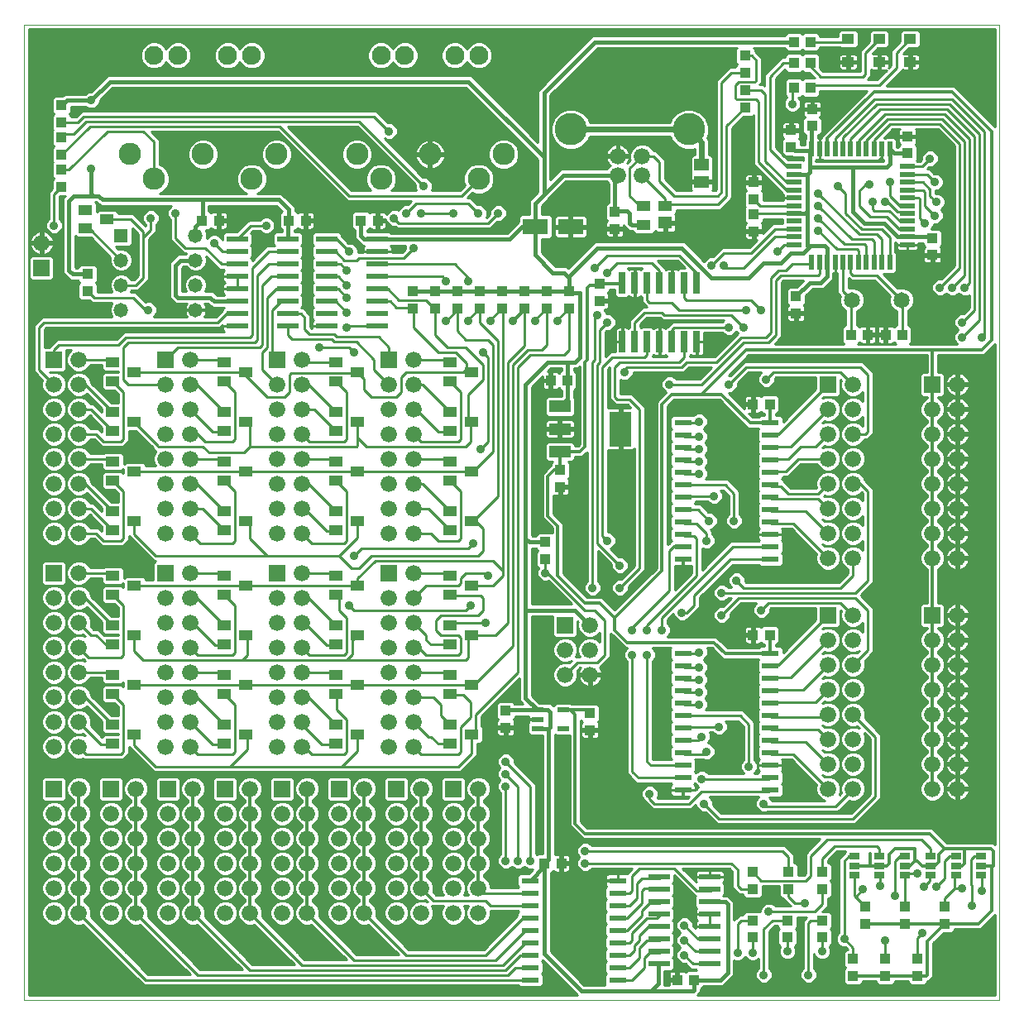
<source format=gtl>
G75*
%MOIN*%
%OFA0B0*%
%FSLAX25Y25*%
%IPPOS*%
%LPD*%
%AMOC8*
5,1,8,0,0,1.08239X$1,22.5*
%
%ADD10C,0.00000*%
%ADD11C,0.06600*%
%ADD12C,0.13000*%
%ADD13R,0.07087X0.02362*%
%ADD14R,0.08661X0.02362*%
%ADD15C,0.09000*%
%ADD16C,0.07600*%
%ADD17R,0.05512X0.03937*%
%ADD18R,0.05906X0.01969*%
%ADD19R,0.01969X0.05906*%
%ADD20R,0.08800X0.04800*%
%ADD21R,0.08661X0.14173*%
%ADD22R,0.04331X0.03937*%
%ADD23R,0.03937X0.04331*%
%ADD24R,0.04724X0.03850*%
%ADD25R,0.03898X0.02717*%
%ADD26C,0.06500*%
%ADD27R,0.06600X0.06600*%
%ADD28R,0.04724X0.02165*%
%ADD29R,0.05800X0.05800*%
%ADD30C,0.05800*%
%ADD31R,0.10236X0.06299*%
%ADD32R,0.05669X0.03937*%
%ADD33R,0.05669X0.04724*%
%ADD34R,0.05906X0.05118*%
%ADD35R,0.02598X0.08661*%
%ADD36C,0.01000*%
%ADD37C,0.03575*%
%ADD38C,0.01200*%
%ADD39C,0.01600*%
%ADD40C,0.23622*%
%ADD41C,0.02400*%
D10*
X0001500Y0001500D02*
X0001500Y0394500D01*
X0394500Y0394500D01*
X0394500Y0001500D01*
X0001500Y0001500D01*
D11*
X0013500Y0036500D03*
X0013500Y0046500D03*
X0023500Y0046500D03*
X0023500Y0036500D03*
X0036500Y0036500D03*
X0036500Y0046500D03*
X0046500Y0046500D03*
X0046500Y0036500D03*
X0059500Y0036500D03*
X0059500Y0046500D03*
X0069500Y0046500D03*
X0069500Y0036500D03*
X0082500Y0036500D03*
X0082500Y0046500D03*
X0082500Y0056500D03*
X0082500Y0066500D03*
X0082500Y0076500D03*
X0092500Y0076500D03*
X0092500Y0086500D03*
X0105500Y0076500D03*
X0105500Y0066500D03*
X0105500Y0056500D03*
X0105500Y0046500D03*
X0105500Y0036500D03*
X0115500Y0036500D03*
X0115500Y0046500D03*
X0115500Y0056500D03*
X0115500Y0066500D03*
X0115500Y0076500D03*
X0115500Y0086500D03*
X0128500Y0076500D03*
X0138500Y0076500D03*
X0138500Y0086500D03*
X0151500Y0076500D03*
X0161500Y0076500D03*
X0161500Y0086500D03*
X0174500Y0076500D03*
X0184500Y0076500D03*
X0184500Y0086500D03*
X0184500Y0066500D03*
X0184500Y0056500D03*
X0174500Y0056500D03*
X0174500Y0066500D03*
X0161500Y0066500D03*
X0161500Y0056500D03*
X0151500Y0056500D03*
X0151500Y0066500D03*
X0138500Y0066500D03*
X0138500Y0056500D03*
X0128500Y0056500D03*
X0128500Y0066500D03*
X0128500Y0046500D03*
X0128500Y0036500D03*
X0138500Y0036500D03*
X0138500Y0046500D03*
X0151500Y0046500D03*
X0151500Y0036500D03*
X0161500Y0036500D03*
X0161500Y0046500D03*
X0174500Y0046500D03*
X0174500Y0036500D03*
X0184500Y0036500D03*
X0184500Y0046500D03*
X0158500Y0103500D03*
X0158500Y0113500D03*
X0158500Y0123500D03*
X0158500Y0133500D03*
X0158500Y0143500D03*
X0158500Y0153500D03*
X0158500Y0163500D03*
X0158500Y0173500D03*
X0148500Y0163500D03*
X0148500Y0153500D03*
X0148500Y0143500D03*
X0148500Y0133500D03*
X0148500Y0123500D03*
X0148500Y0113500D03*
X0148500Y0103500D03*
X0113500Y0103500D03*
X0113500Y0113500D03*
X0103500Y0113500D03*
X0103500Y0103500D03*
X0103500Y0123500D03*
X0103500Y0133500D03*
X0113500Y0133500D03*
X0113500Y0123500D03*
X0113500Y0143500D03*
X0113500Y0153500D03*
X0103500Y0153500D03*
X0103500Y0143500D03*
X0103500Y0163500D03*
X0113500Y0163500D03*
X0113500Y0173500D03*
X0113500Y0189500D03*
X0103500Y0189500D03*
X0103500Y0199500D03*
X0103500Y0209500D03*
X0113500Y0209500D03*
X0113500Y0199500D03*
X0113500Y0219500D03*
X0113500Y0229500D03*
X0103500Y0229500D03*
X0103500Y0219500D03*
X0103500Y0239500D03*
X0113500Y0239500D03*
X0113500Y0249500D03*
X0113500Y0259500D03*
X0103500Y0249500D03*
X0068500Y0249500D03*
X0068500Y0259500D03*
X0058500Y0249500D03*
X0058500Y0239500D03*
X0058500Y0229500D03*
X0058500Y0219500D03*
X0058500Y0209500D03*
X0058500Y0199500D03*
X0058500Y0189500D03*
X0068500Y0189500D03*
X0068500Y0199500D03*
X0068500Y0209500D03*
X0068500Y0219500D03*
X0068500Y0229500D03*
X0068500Y0239500D03*
X0023500Y0239500D03*
X0013500Y0239500D03*
X0013500Y0229500D03*
X0013500Y0219500D03*
X0023500Y0219500D03*
X0023500Y0229500D03*
X0023500Y0209500D03*
X0023500Y0199500D03*
X0013500Y0199500D03*
X0013500Y0209500D03*
X0013500Y0189500D03*
X0023500Y0189500D03*
X0023500Y0173500D03*
X0023500Y0163500D03*
X0013500Y0163500D03*
X0013500Y0153500D03*
X0013500Y0143500D03*
X0023500Y0143500D03*
X0023500Y0153500D03*
X0023500Y0133500D03*
X0023500Y0123500D03*
X0013500Y0123500D03*
X0013500Y0133500D03*
X0013500Y0113500D03*
X0013500Y0103500D03*
X0023500Y0103500D03*
X0023500Y0113500D03*
X0023500Y0086500D03*
X0023500Y0076500D03*
X0013500Y0076500D03*
X0013500Y0066500D03*
X0013500Y0056500D03*
X0023500Y0056500D03*
X0023500Y0066500D03*
X0036500Y0066500D03*
X0036500Y0056500D03*
X0046500Y0056500D03*
X0046500Y0066500D03*
X0046500Y0076500D03*
X0046500Y0086500D03*
X0036500Y0076500D03*
X0059500Y0076500D03*
X0069500Y0076500D03*
X0069500Y0086500D03*
X0068500Y0103500D03*
X0068500Y0113500D03*
X0068500Y0123500D03*
X0068500Y0133500D03*
X0068500Y0143500D03*
X0068500Y0153500D03*
X0068500Y0163500D03*
X0068500Y0173500D03*
X0058500Y0163500D03*
X0058500Y0153500D03*
X0058500Y0143500D03*
X0058500Y0133500D03*
X0058500Y0123500D03*
X0058500Y0113500D03*
X0058500Y0103500D03*
X0059500Y0066500D03*
X0059500Y0056500D03*
X0069500Y0056500D03*
X0069500Y0066500D03*
X0092500Y0066500D03*
X0092500Y0056500D03*
X0092500Y0046500D03*
X0092500Y0036500D03*
X0219500Y0132500D03*
X0219500Y0142500D03*
X0229500Y0142500D03*
X0229500Y0132500D03*
X0229500Y0152500D03*
X0158500Y0189500D03*
X0158500Y0199500D03*
X0158500Y0209500D03*
X0158500Y0219500D03*
X0158500Y0229500D03*
X0158500Y0239500D03*
X0158500Y0249500D03*
X0158500Y0259500D03*
X0148500Y0249500D03*
X0148500Y0239500D03*
X0148500Y0229500D03*
X0148500Y0219500D03*
X0148500Y0209500D03*
X0148500Y0199500D03*
X0148500Y0189500D03*
X0023500Y0249500D03*
X0023500Y0259500D03*
X0013500Y0249500D03*
X0008500Y0306500D03*
X0240579Y0333700D03*
X0240579Y0341500D03*
X0250421Y0341500D03*
X0250421Y0333700D03*
X0335500Y0249500D03*
X0335500Y0239500D03*
X0325500Y0239500D03*
X0325500Y0229500D03*
X0325500Y0219500D03*
X0335500Y0219500D03*
X0335500Y0229500D03*
X0335500Y0209500D03*
X0335500Y0199500D03*
X0325500Y0199500D03*
X0325500Y0209500D03*
X0325500Y0189500D03*
X0325500Y0179500D03*
X0335500Y0179500D03*
X0335500Y0189500D03*
X0367500Y0189500D03*
X0367500Y0179500D03*
X0377500Y0179500D03*
X0377500Y0189500D03*
X0377500Y0199500D03*
X0377500Y0209500D03*
X0377500Y0219500D03*
X0377500Y0229500D03*
X0377500Y0239500D03*
X0377500Y0249500D03*
X0367500Y0239500D03*
X0367500Y0229500D03*
X0367500Y0219500D03*
X0367500Y0209500D03*
X0367500Y0199500D03*
X0377500Y0156500D03*
X0377500Y0146500D03*
X0377500Y0136500D03*
X0377500Y0126500D03*
X0377500Y0116500D03*
X0377500Y0106500D03*
X0377500Y0096500D03*
X0377500Y0086500D03*
X0367500Y0086500D03*
X0367500Y0096500D03*
X0367500Y0106500D03*
X0367500Y0116500D03*
X0367500Y0126500D03*
X0367500Y0136500D03*
X0367500Y0146500D03*
X0335500Y0146500D03*
X0335500Y0136500D03*
X0325500Y0136500D03*
X0325500Y0146500D03*
X0335500Y0156500D03*
X0335500Y0126500D03*
X0335500Y0116500D03*
X0325500Y0116500D03*
X0325500Y0126500D03*
X0325500Y0106500D03*
X0325500Y0096500D03*
X0335500Y0096500D03*
X0335500Y0106500D03*
X0335500Y0086500D03*
X0325500Y0086500D03*
D12*
X0269200Y0352200D03*
X0221800Y0352200D03*
D13*
X0266882Y0234000D03*
X0266882Y0229000D03*
X0266882Y0224000D03*
X0266882Y0219000D03*
X0266882Y0214000D03*
X0266882Y0209000D03*
X0266882Y0204000D03*
X0266882Y0199000D03*
X0266882Y0194000D03*
X0266882Y0189000D03*
X0266882Y0184000D03*
X0266882Y0179000D03*
X0302118Y0179000D03*
X0302118Y0184000D03*
X0302118Y0189000D03*
X0302118Y0194000D03*
X0302118Y0199000D03*
X0302118Y0204000D03*
X0302118Y0209000D03*
X0302118Y0214000D03*
X0302118Y0219000D03*
X0302118Y0224000D03*
X0302118Y0229000D03*
X0302118Y0234000D03*
X0302118Y0141000D03*
X0302118Y0136000D03*
X0302118Y0131000D03*
X0302118Y0126000D03*
X0302118Y0121000D03*
X0302118Y0116000D03*
X0302118Y0111000D03*
X0302118Y0106000D03*
X0302118Y0101000D03*
X0302118Y0096000D03*
X0302118Y0091000D03*
X0302118Y0086000D03*
X0266882Y0086000D03*
X0266882Y0091000D03*
X0266882Y0096000D03*
X0266882Y0101000D03*
X0266882Y0106000D03*
X0266882Y0111000D03*
X0266882Y0116000D03*
X0266882Y0121000D03*
X0266882Y0126000D03*
X0266882Y0131000D03*
X0266882Y0136000D03*
X0266882Y0141000D03*
X0240618Y0049500D03*
X0240618Y0044500D03*
X0240618Y0039500D03*
X0240618Y0034500D03*
X0240618Y0029500D03*
X0240618Y0024500D03*
X0240618Y0019500D03*
X0240618Y0014500D03*
X0240618Y0009500D03*
X0205382Y0009500D03*
X0205382Y0014500D03*
X0205382Y0019500D03*
X0205382Y0024500D03*
X0205382Y0029500D03*
X0205382Y0034500D03*
X0205382Y0039500D03*
X0205382Y0044500D03*
X0205382Y0049500D03*
D14*
X0257264Y0051000D03*
X0257264Y0046000D03*
X0257264Y0041000D03*
X0257264Y0036000D03*
X0257264Y0031000D03*
X0257264Y0026000D03*
X0257264Y0021000D03*
X0257264Y0016000D03*
X0277736Y0016000D03*
X0277736Y0021000D03*
X0277736Y0026000D03*
X0277736Y0031000D03*
X0277736Y0036000D03*
X0277736Y0041000D03*
X0277736Y0046000D03*
X0277736Y0051000D03*
X0143736Y0273000D03*
X0143736Y0278000D03*
X0143736Y0283000D03*
X0143736Y0288000D03*
X0143736Y0293000D03*
X0143736Y0298000D03*
X0143736Y0303000D03*
X0143736Y0308000D03*
X0123264Y0308000D03*
X0123264Y0303000D03*
X0123264Y0298000D03*
X0123264Y0293000D03*
X0123264Y0288000D03*
X0123264Y0283000D03*
X0123264Y0278000D03*
X0123264Y0273000D03*
X0107736Y0273000D03*
X0107736Y0278000D03*
X0107736Y0283000D03*
X0107736Y0288000D03*
X0107736Y0293000D03*
X0107736Y0298000D03*
X0107736Y0303000D03*
X0107736Y0308000D03*
X0087264Y0308000D03*
X0087264Y0303000D03*
X0087264Y0298000D03*
X0087264Y0293000D03*
X0087264Y0288000D03*
X0087264Y0283000D03*
X0087264Y0278000D03*
X0087264Y0273000D03*
D15*
X0093135Y0332306D03*
X0103135Y0342227D03*
X0073489Y0342187D03*
X0053765Y0332266D03*
X0044040Y0342227D03*
X0135540Y0342227D03*
X0145265Y0332266D03*
X0164989Y0342187D03*
X0184635Y0332306D03*
X0194635Y0342227D03*
D16*
X0184635Y0382027D03*
X0174935Y0382027D03*
X0154835Y0382027D03*
X0145235Y0382027D03*
X0093135Y0382027D03*
X0083435Y0382027D03*
X0063335Y0382027D03*
X0053735Y0382027D03*
D17*
X0026169Y0319740D03*
X0026169Y0312260D03*
X0034831Y0316000D03*
X0037169Y0258240D03*
X0037169Y0250760D03*
X0045831Y0254500D03*
X0037169Y0238240D03*
X0037169Y0230760D03*
X0045831Y0234500D03*
X0037169Y0218240D03*
X0037169Y0210760D03*
X0045831Y0214500D03*
X0037169Y0198240D03*
X0037169Y0190760D03*
X0045831Y0194500D03*
X0037169Y0172240D03*
X0037169Y0164760D03*
X0045831Y0168500D03*
X0037169Y0152240D03*
X0037169Y0144760D03*
X0045831Y0148500D03*
X0037169Y0132240D03*
X0037169Y0124760D03*
X0045831Y0128500D03*
X0037169Y0112240D03*
X0037169Y0104760D03*
X0045831Y0108500D03*
X0082169Y0104760D03*
X0082169Y0112240D03*
X0090831Y0108500D03*
X0082169Y0124760D03*
X0082169Y0132240D03*
X0090831Y0128500D03*
X0082169Y0144760D03*
X0082169Y0152240D03*
X0090831Y0148500D03*
X0082169Y0164760D03*
X0082169Y0172240D03*
X0090831Y0168500D03*
X0082169Y0190760D03*
X0082169Y0198240D03*
X0090831Y0194500D03*
X0082169Y0210760D03*
X0082169Y0218240D03*
X0090831Y0214500D03*
X0082169Y0230760D03*
X0082169Y0238240D03*
X0090831Y0234500D03*
X0082169Y0250760D03*
X0082169Y0258240D03*
X0090831Y0254500D03*
X0127169Y0250760D03*
X0127169Y0258240D03*
X0135831Y0254500D03*
X0127169Y0238240D03*
X0127169Y0230760D03*
X0135831Y0234500D03*
X0127169Y0218240D03*
X0127169Y0210760D03*
X0135831Y0214500D03*
X0127169Y0198240D03*
X0127169Y0190760D03*
X0135831Y0194500D03*
X0127169Y0172240D03*
X0127169Y0164760D03*
X0135831Y0168500D03*
X0127169Y0152240D03*
X0127169Y0144760D03*
X0135831Y0148500D03*
X0127169Y0132240D03*
X0127169Y0124760D03*
X0135831Y0128500D03*
X0127169Y0112240D03*
X0127169Y0104760D03*
X0135831Y0108500D03*
X0173169Y0104760D03*
X0173169Y0112240D03*
X0181831Y0108500D03*
X0173169Y0124760D03*
X0173169Y0132240D03*
X0181831Y0128500D03*
X0173169Y0144760D03*
X0173169Y0152240D03*
X0181831Y0148500D03*
X0173169Y0164760D03*
X0173169Y0172240D03*
X0181831Y0168500D03*
X0173169Y0190760D03*
X0173169Y0198240D03*
X0181831Y0194500D03*
X0173169Y0210760D03*
X0173169Y0218240D03*
X0181831Y0214500D03*
X0173169Y0230760D03*
X0173169Y0238240D03*
X0181831Y0234500D03*
X0173169Y0250760D03*
X0173169Y0258240D03*
X0181831Y0254500D03*
D18*
X0311665Y0305752D03*
X0311665Y0308902D03*
X0311665Y0312051D03*
X0311665Y0315201D03*
X0311665Y0318350D03*
X0311665Y0321500D03*
X0311665Y0324650D03*
X0311665Y0327799D03*
X0311665Y0330949D03*
X0311665Y0334098D03*
X0311665Y0337248D03*
X0357335Y0337248D03*
X0357335Y0334098D03*
X0357335Y0330949D03*
X0357335Y0327799D03*
X0357335Y0324650D03*
X0357335Y0321500D03*
X0357335Y0318350D03*
X0357335Y0315201D03*
X0357335Y0312051D03*
X0357335Y0308902D03*
X0357335Y0305752D03*
D19*
X0350248Y0298665D03*
X0347098Y0298665D03*
X0343949Y0298665D03*
X0340799Y0298665D03*
X0337650Y0298665D03*
X0334500Y0298665D03*
X0331350Y0298665D03*
X0328201Y0298665D03*
X0325051Y0298665D03*
X0321902Y0298665D03*
X0318752Y0298665D03*
X0318752Y0344335D03*
X0321902Y0344335D03*
X0325051Y0344335D03*
X0328201Y0344335D03*
X0331350Y0344335D03*
X0334500Y0344335D03*
X0337650Y0344335D03*
X0340799Y0344335D03*
X0343949Y0344335D03*
X0347098Y0344335D03*
X0350248Y0344335D03*
D20*
X0217300Y0240600D03*
X0217300Y0231500D03*
X0217300Y0222400D03*
D21*
X0241701Y0231500D03*
D22*
X0217500Y0214846D03*
X0217500Y0208154D03*
X0211500Y0185846D03*
X0211500Y0179154D03*
X0195500Y0117846D03*
X0195500Y0111154D03*
X0229500Y0110154D03*
X0229500Y0116846D03*
X0295000Y0052846D03*
X0295000Y0046154D03*
X0295000Y0033346D03*
X0295000Y0026654D03*
X0309000Y0026654D03*
X0309000Y0033346D03*
X0309500Y0046154D03*
X0309500Y0052846D03*
X0323000Y0052846D03*
X0323000Y0046154D03*
X0323000Y0033346D03*
X0323000Y0026654D03*
X0335500Y0017846D03*
X0335500Y0011154D03*
X0348500Y0011154D03*
X0348500Y0017846D03*
X0361500Y0017846D03*
X0361500Y0011154D03*
X0356500Y0032154D03*
X0356500Y0038846D03*
X0372500Y0038846D03*
X0372500Y0032154D03*
X0340500Y0032154D03*
X0340500Y0038846D03*
X0312500Y0278154D03*
X0312500Y0284846D03*
X0295500Y0311154D03*
X0295500Y0317846D03*
X0295500Y0324154D03*
X0295500Y0330846D03*
X0310500Y0345154D03*
X0310500Y0351846D03*
X0319000Y0353654D03*
X0319000Y0360346D03*
X0292000Y0361154D03*
X0292000Y0367846D03*
X0292000Y0375154D03*
X0292000Y0381846D03*
X0239500Y0318846D03*
X0239500Y0312154D03*
X0233500Y0289846D03*
X0233500Y0283154D03*
X0221000Y0280154D03*
X0221000Y0286846D03*
X0212000Y0286846D03*
X0212000Y0280154D03*
X0203000Y0280154D03*
X0203000Y0286846D03*
X0194000Y0286846D03*
X0194000Y0280154D03*
X0185000Y0280154D03*
X0185000Y0286846D03*
X0176000Y0286846D03*
X0176000Y0280154D03*
X0167000Y0280154D03*
X0167000Y0286846D03*
X0158000Y0286846D03*
X0158000Y0280154D03*
X0027000Y0287154D03*
X0027000Y0293846D03*
X0016500Y0329154D03*
X0016500Y0335846D03*
X0016500Y0342154D03*
X0016500Y0348846D03*
X0016500Y0355154D03*
X0016500Y0361846D03*
X0357500Y0349346D03*
X0357500Y0342654D03*
X0367500Y0308346D03*
X0367500Y0301654D03*
D23*
X0355346Y0269500D03*
X0348654Y0269500D03*
X0341346Y0269500D03*
X0334654Y0269500D03*
X0301846Y0241500D03*
X0295154Y0241500D03*
X0220346Y0251000D03*
X0213654Y0251000D03*
X0143846Y0315500D03*
X0137154Y0315500D03*
X0114846Y0315500D03*
X0108154Y0315500D03*
X0079846Y0315500D03*
X0073154Y0315500D03*
X0295154Y0148500D03*
X0301846Y0148500D03*
X0217846Y0056500D03*
X0211154Y0056500D03*
X0264654Y0009500D03*
X0271346Y0009500D03*
X0311654Y0369000D03*
X0318346Y0369000D03*
X0318346Y0379000D03*
X0311654Y0379000D03*
X0311654Y0387500D03*
X0318346Y0387500D03*
D24*
X0333500Y0388626D03*
X0333500Y0379356D03*
X0346000Y0379356D03*
X0346000Y0388626D03*
X0358500Y0388626D03*
X0358500Y0379356D03*
D25*
X0356382Y0059240D03*
X0356382Y0055500D03*
X0356382Y0051760D03*
X0346118Y0051760D03*
X0346118Y0055500D03*
X0346118Y0059240D03*
X0335882Y0059240D03*
X0335882Y0055500D03*
X0335882Y0051760D03*
X0366618Y0051760D03*
X0366618Y0055500D03*
X0366618Y0059240D03*
X0376882Y0059240D03*
X0376882Y0055500D03*
X0376882Y0051760D03*
X0387118Y0051760D03*
X0387118Y0055500D03*
X0387118Y0059240D03*
D26*
X0355000Y0283500D03*
X0335000Y0283500D03*
D27*
X0325500Y0249500D03*
X0367500Y0249500D03*
X0367500Y0156500D03*
X0325500Y0156500D03*
X0219500Y0152500D03*
X0174500Y0086500D03*
X0151500Y0086500D03*
X0128500Y0086500D03*
X0105500Y0086500D03*
X0082500Y0086500D03*
X0059500Y0086500D03*
X0036500Y0086500D03*
X0013500Y0086500D03*
X0013500Y0173500D03*
X0058500Y0173500D03*
X0103500Y0173500D03*
X0148500Y0173500D03*
X0148500Y0259500D03*
X0103500Y0259500D03*
X0058500Y0259500D03*
X0013500Y0259500D03*
X0008500Y0296500D03*
D28*
X0208382Y0118240D03*
X0208382Y0114500D03*
X0208382Y0110760D03*
X0218618Y0110760D03*
X0218618Y0118240D03*
D29*
X0040500Y0309500D03*
D30*
X0040500Y0299500D03*
X0040500Y0289500D03*
X0040500Y0279500D03*
X0070500Y0279500D03*
X0070500Y0289500D03*
X0070500Y0299500D03*
X0070500Y0309500D03*
D31*
X0207413Y0313000D03*
X0221587Y0313000D03*
D32*
X0251169Y0313760D03*
X0251169Y0321240D03*
X0259831Y0321240D03*
D33*
X0259831Y0314547D03*
D34*
X0274500Y0331154D03*
X0274500Y0337846D03*
D35*
X0272500Y0290311D03*
X0267500Y0290311D03*
X0262500Y0290311D03*
X0257500Y0290311D03*
X0252500Y0290311D03*
X0247500Y0290311D03*
X0242500Y0290311D03*
X0242500Y0266689D03*
X0247500Y0266689D03*
X0252500Y0266689D03*
X0257500Y0266689D03*
X0262500Y0266689D03*
X0267500Y0266689D03*
X0272500Y0266689D03*
D36*
X0272650Y0266839D02*
X0275299Y0266839D01*
X0275299Y0270300D01*
X0282768Y0270300D01*
X0283525Y0269544D01*
X0284806Y0269013D01*
X0286194Y0269013D01*
X0287475Y0269544D01*
X0288456Y0270525D01*
X0288500Y0270630D01*
X0288544Y0270525D01*
X0288978Y0270090D01*
X0279589Y0260700D01*
X0269700Y0260700D01*
X0269700Y0260855D01*
X0270141Y0261296D01*
X0270280Y0261158D01*
X0270622Y0260960D01*
X0271003Y0260858D01*
X0272350Y0260858D01*
X0272350Y0266539D01*
X0272650Y0266539D01*
X0272650Y0266839D01*
X0272650Y0266539D02*
X0275299Y0266539D01*
X0275299Y0262161D01*
X0275197Y0261779D01*
X0274999Y0261437D01*
X0274720Y0261158D01*
X0274378Y0260960D01*
X0273997Y0260858D01*
X0272650Y0260858D01*
X0272650Y0266539D01*
X0272650Y0266105D02*
X0272350Y0266105D01*
X0272350Y0265107D02*
X0272650Y0265107D01*
X0272650Y0264108D02*
X0272350Y0264108D01*
X0272350Y0263110D02*
X0272650Y0263110D01*
X0272650Y0262111D02*
X0272350Y0262111D01*
X0272350Y0261113D02*
X0272650Y0261113D01*
X0274642Y0261113D02*
X0280002Y0261113D01*
X0281000Y0262111D02*
X0275286Y0262111D01*
X0275299Y0263110D02*
X0281999Y0263110D01*
X0282997Y0264108D02*
X0275299Y0264108D01*
X0275299Y0265107D02*
X0283996Y0265107D01*
X0284994Y0266105D02*
X0275299Y0266105D01*
X0275299Y0267104D02*
X0285993Y0267104D01*
X0286991Y0268103D02*
X0275299Y0268103D01*
X0275299Y0269101D02*
X0284593Y0269101D01*
X0286407Y0269101D02*
X0287990Y0269101D01*
X0288031Y0270100D02*
X0288969Y0270100D01*
X0290500Y0268500D02*
X0280500Y0258500D01*
X0268500Y0258500D01*
X0266500Y0256500D01*
X0244500Y0256500D01*
X0243500Y0255500D01*
X0243500Y0254500D01*
X0246705Y0253125D02*
X0275014Y0253125D01*
X0276012Y0254123D02*
X0246987Y0254123D01*
X0246987Y0254300D02*
X0267411Y0254300D01*
X0268700Y0255589D01*
X0269411Y0256300D01*
X0278189Y0256300D01*
X0273589Y0251700D01*
X0264232Y0251700D01*
X0263475Y0252456D01*
X0262194Y0252987D01*
X0260806Y0252987D01*
X0259525Y0252456D01*
X0258544Y0251475D01*
X0258013Y0250194D01*
X0258013Y0248806D01*
X0258544Y0247525D01*
X0259525Y0246544D01*
X0260066Y0246319D01*
X0256200Y0242453D01*
X0256200Y0175453D01*
X0239500Y0158753D01*
X0234453Y0163800D01*
X0228453Y0163800D01*
X0218800Y0173453D01*
X0218800Y0193453D01*
X0217453Y0194800D01*
X0214800Y0197453D01*
X0214800Y0204775D01*
X0215137Y0204685D01*
X0217016Y0204685D01*
X0217016Y0207669D01*
X0217984Y0207669D01*
X0217984Y0204685D01*
X0219863Y0204685D01*
X0220244Y0204787D01*
X0220586Y0204985D01*
X0220866Y0205264D01*
X0221063Y0205606D01*
X0221165Y0205988D01*
X0221165Y0207669D01*
X0217984Y0207669D01*
X0217984Y0208638D01*
X0221165Y0208638D01*
X0221165Y0210320D01*
X0221063Y0210701D01*
X0220866Y0211043D01*
X0220586Y0211322D01*
X0220540Y0211349D01*
X0221365Y0212174D01*
X0221365Y0217519D01*
X0220584Y0218300D01*
X0222404Y0218300D01*
X0223400Y0219296D01*
X0223400Y0220200D01*
X0226453Y0220200D01*
X0227800Y0221547D01*
X0227800Y0221547D01*
X0228300Y0222047D01*
X0228300Y0170232D01*
X0227544Y0169475D01*
X0227013Y0168194D01*
X0227013Y0166806D01*
X0227544Y0165525D01*
X0228525Y0164544D01*
X0229806Y0164013D01*
X0231194Y0164013D01*
X0232475Y0164544D01*
X0233456Y0165525D01*
X0233987Y0166806D01*
X0233987Y0168194D01*
X0233456Y0169475D01*
X0232700Y0170232D01*
X0232700Y0182189D01*
X0238013Y0176876D01*
X0238013Y0175806D01*
X0238544Y0174525D01*
X0239525Y0173544D01*
X0240806Y0173013D01*
X0242194Y0173013D01*
X0243475Y0173544D01*
X0244456Y0174525D01*
X0244987Y0175806D01*
X0244987Y0177194D01*
X0244456Y0178475D01*
X0243475Y0179456D01*
X0242194Y0179987D01*
X0241124Y0179987D01*
X0237834Y0183278D01*
X0238475Y0183544D01*
X0239456Y0184525D01*
X0239987Y0185806D01*
X0239987Y0187194D01*
X0239456Y0188475D01*
X0238475Y0189456D01*
X0237194Y0189987D01*
X0236700Y0189987D01*
X0236700Y0223068D01*
X0236791Y0223016D01*
X0237173Y0222913D01*
X0241201Y0222913D01*
X0241201Y0231000D01*
X0242201Y0231000D01*
X0242201Y0222913D01*
X0246229Y0222913D01*
X0246610Y0223016D01*
X0246953Y0223213D01*
X0247232Y0223492D01*
X0247300Y0223611D01*
X0247300Y0176411D01*
X0241876Y0170987D01*
X0240806Y0170987D01*
X0239525Y0170456D01*
X0238544Y0169475D01*
X0238013Y0168194D01*
X0238013Y0166806D01*
X0238544Y0165525D01*
X0239525Y0164544D01*
X0240806Y0164013D01*
X0242194Y0164013D01*
X0243475Y0164544D01*
X0244456Y0165525D01*
X0244987Y0166806D01*
X0244987Y0167876D01*
X0251700Y0174589D01*
X0251700Y0240411D01*
X0250411Y0241700D01*
X0246411Y0245700D01*
X0241700Y0245700D01*
X0241700Y0251471D01*
X0242806Y0251013D01*
X0244194Y0251013D01*
X0245475Y0251544D01*
X0246456Y0252525D01*
X0246987Y0253806D01*
X0246987Y0254300D01*
X0246058Y0252126D02*
X0259194Y0252126D01*
X0258400Y0251128D02*
X0244472Y0251128D01*
X0242528Y0251128D02*
X0241700Y0251128D01*
X0241700Y0250129D02*
X0258013Y0250129D01*
X0258013Y0249131D02*
X0241700Y0249131D01*
X0241700Y0248132D02*
X0258292Y0248132D01*
X0258934Y0247134D02*
X0241700Y0247134D01*
X0241700Y0246135D02*
X0259883Y0246135D01*
X0258884Y0245137D02*
X0246974Y0245137D01*
X0247973Y0244138D02*
X0257886Y0244138D01*
X0256887Y0243140D02*
X0248972Y0243140D01*
X0249970Y0242141D02*
X0256200Y0242141D01*
X0256200Y0241143D02*
X0250969Y0241143D01*
X0251700Y0240144D02*
X0256200Y0240144D01*
X0256200Y0239146D02*
X0251700Y0239146D01*
X0251700Y0238147D02*
X0256200Y0238147D01*
X0256200Y0237149D02*
X0251700Y0237149D01*
X0251700Y0236150D02*
X0256200Y0236150D01*
X0256200Y0235152D02*
X0251700Y0235152D01*
X0251700Y0234153D02*
X0256200Y0234153D01*
X0256200Y0233155D02*
X0251700Y0233155D01*
X0251700Y0232156D02*
X0256200Y0232156D01*
X0256200Y0231158D02*
X0251700Y0231158D01*
X0251700Y0230159D02*
X0256200Y0230159D01*
X0256200Y0229161D02*
X0251700Y0229161D01*
X0251700Y0228162D02*
X0256200Y0228162D01*
X0256200Y0227164D02*
X0251700Y0227164D01*
X0251700Y0226165D02*
X0256200Y0226165D01*
X0256200Y0225167D02*
X0251700Y0225167D01*
X0251700Y0224168D02*
X0256200Y0224168D01*
X0256200Y0223170D02*
X0251700Y0223170D01*
X0251700Y0222171D02*
X0256200Y0222171D01*
X0256200Y0221172D02*
X0251700Y0221172D01*
X0251700Y0220174D02*
X0256200Y0220174D01*
X0256200Y0219175D02*
X0251700Y0219175D01*
X0251700Y0218177D02*
X0256200Y0218177D01*
X0256200Y0217178D02*
X0251700Y0217178D01*
X0251700Y0216180D02*
X0256200Y0216180D01*
X0256200Y0215181D02*
X0251700Y0215181D01*
X0251700Y0214183D02*
X0256200Y0214183D01*
X0256200Y0213184D02*
X0251700Y0213184D01*
X0251700Y0212186D02*
X0256200Y0212186D01*
X0256200Y0211187D02*
X0251700Y0211187D01*
X0251700Y0210189D02*
X0256200Y0210189D01*
X0256200Y0209190D02*
X0251700Y0209190D01*
X0251700Y0208192D02*
X0256200Y0208192D01*
X0256200Y0207193D02*
X0251700Y0207193D01*
X0251700Y0206195D02*
X0256200Y0206195D01*
X0256200Y0205196D02*
X0251700Y0205196D01*
X0251700Y0204198D02*
X0256200Y0204198D01*
X0256200Y0203199D02*
X0251700Y0203199D01*
X0251700Y0202201D02*
X0256200Y0202201D01*
X0256200Y0201202D02*
X0251700Y0201202D01*
X0251700Y0200204D02*
X0256200Y0200204D01*
X0256200Y0199205D02*
X0251700Y0199205D01*
X0251700Y0198207D02*
X0256200Y0198207D01*
X0256200Y0197208D02*
X0251700Y0197208D01*
X0251700Y0196210D02*
X0256200Y0196210D01*
X0256200Y0195211D02*
X0251700Y0195211D01*
X0251700Y0194213D02*
X0256200Y0194213D01*
X0256200Y0193214D02*
X0251700Y0193214D01*
X0251700Y0192216D02*
X0256200Y0192216D01*
X0256200Y0191217D02*
X0251700Y0191217D01*
X0251700Y0190219D02*
X0256200Y0190219D01*
X0256200Y0189220D02*
X0251700Y0189220D01*
X0251700Y0188222D02*
X0256200Y0188222D01*
X0256200Y0187223D02*
X0251700Y0187223D01*
X0251700Y0186225D02*
X0256200Y0186225D01*
X0256200Y0185226D02*
X0251700Y0185226D01*
X0251700Y0184228D02*
X0256200Y0184228D01*
X0256200Y0183229D02*
X0251700Y0183229D01*
X0251700Y0182231D02*
X0256200Y0182231D01*
X0256200Y0181232D02*
X0251700Y0181232D01*
X0251700Y0180234D02*
X0256200Y0180234D01*
X0256200Y0179235D02*
X0251700Y0179235D01*
X0251700Y0178237D02*
X0256200Y0178237D01*
X0256200Y0177238D02*
X0251700Y0177238D01*
X0251700Y0176239D02*
X0256200Y0176239D01*
X0255988Y0175241D02*
X0251700Y0175241D01*
X0251354Y0174242D02*
X0254990Y0174242D01*
X0253991Y0173244D02*
X0250355Y0173244D01*
X0249357Y0172245D02*
X0252993Y0172245D01*
X0251994Y0171247D02*
X0248358Y0171247D01*
X0247360Y0170248D02*
X0250996Y0170248D01*
X0249997Y0169250D02*
X0246361Y0169250D01*
X0245363Y0168251D02*
X0248999Y0168251D01*
X0248000Y0167253D02*
X0244987Y0167253D01*
X0244759Y0166254D02*
X0247002Y0166254D01*
X0246003Y0165256D02*
X0244188Y0165256D01*
X0245005Y0164257D02*
X0242785Y0164257D01*
X0244006Y0163259D02*
X0234994Y0163259D01*
X0235992Y0162260D02*
X0243008Y0162260D01*
X0242009Y0161262D02*
X0236991Y0161262D01*
X0237989Y0160263D02*
X0241011Y0160263D01*
X0240012Y0159265D02*
X0238988Y0159265D01*
X0240215Y0164257D02*
X0231785Y0164257D01*
X0233188Y0165256D02*
X0238812Y0165256D01*
X0238241Y0166254D02*
X0233759Y0166254D01*
X0233987Y0167253D02*
X0238013Y0167253D01*
X0238037Y0168251D02*
X0233963Y0168251D01*
X0233550Y0169250D02*
X0238450Y0169250D01*
X0239316Y0170248D02*
X0232700Y0170248D01*
X0232700Y0171247D02*
X0242136Y0171247D01*
X0243134Y0172245D02*
X0232700Y0172245D01*
X0232700Y0173244D02*
X0240248Y0173244D01*
X0238826Y0174242D02*
X0232700Y0174242D01*
X0232700Y0175241D02*
X0238247Y0175241D01*
X0238013Y0176239D02*
X0232700Y0176239D01*
X0232700Y0177238D02*
X0237651Y0177238D01*
X0236652Y0178237D02*
X0232700Y0178237D01*
X0232700Y0179235D02*
X0235654Y0179235D01*
X0234655Y0180234D02*
X0232700Y0180234D01*
X0232700Y0181232D02*
X0233657Y0181232D01*
X0232500Y0185500D02*
X0232500Y0257500D01*
X0233500Y0258500D01*
X0233500Y0271500D01*
X0236500Y0274500D01*
X0239693Y0273095D02*
X0245300Y0273095D01*
X0245300Y0272523D02*
X0244859Y0272082D01*
X0244720Y0272220D01*
X0244378Y0272417D01*
X0243997Y0272520D01*
X0242650Y0272520D01*
X0242650Y0266839D01*
X0242350Y0266839D01*
X0242350Y0272520D01*
X0241003Y0272520D01*
X0240622Y0272417D01*
X0240280Y0272220D01*
X0240000Y0271941D01*
X0239803Y0271599D01*
X0239701Y0271217D01*
X0239701Y0266839D01*
X0242350Y0266839D01*
X0242350Y0266539D01*
X0239701Y0266539D01*
X0239701Y0262700D01*
X0237589Y0262700D01*
X0235700Y0260811D01*
X0235700Y0270589D01*
X0236124Y0271013D01*
X0237194Y0271013D01*
X0238475Y0271544D01*
X0239456Y0272525D01*
X0239987Y0273806D01*
X0239987Y0275194D01*
X0239456Y0276475D01*
X0238475Y0277456D01*
X0237194Y0277987D01*
X0235987Y0277987D01*
X0235987Y0278194D01*
X0235456Y0279475D01*
X0235247Y0279685D01*
X0235863Y0279685D01*
X0236244Y0279787D01*
X0236586Y0279985D01*
X0236866Y0280264D01*
X0237063Y0280606D01*
X0237165Y0280988D01*
X0237165Y0282669D01*
X0233984Y0282669D01*
X0233984Y0283638D01*
X0237165Y0283638D01*
X0237165Y0285320D01*
X0237063Y0285701D01*
X0236866Y0286043D01*
X0236586Y0286322D01*
X0236540Y0286349D01*
X0237365Y0287174D01*
X0237365Y0287546D01*
X0239501Y0287546D01*
X0239501Y0285276D01*
X0240497Y0284280D01*
X0244503Y0284280D01*
X0245141Y0284918D01*
X0245280Y0284780D01*
X0245622Y0284583D01*
X0246003Y0284480D01*
X0247350Y0284480D01*
X0247350Y0290161D01*
X0247650Y0290161D01*
X0247650Y0284480D01*
X0248997Y0284480D01*
X0249378Y0284583D01*
X0249720Y0284780D01*
X0249859Y0284918D01*
X0250300Y0284477D01*
X0250300Y0282589D01*
X0251589Y0281300D01*
X0252189Y0280700D01*
X0250589Y0280700D01*
X0246589Y0276700D01*
X0245300Y0275411D01*
X0245300Y0272523D01*
X0244874Y0272097D02*
X0244844Y0272097D01*
X0245300Y0274094D02*
X0239987Y0274094D01*
X0239987Y0275092D02*
X0245300Y0275092D01*
X0245979Y0276091D02*
X0239616Y0276091D01*
X0238843Y0277089D02*
X0246978Y0277089D01*
X0247976Y0278088D02*
X0235987Y0278088D01*
X0235618Y0279086D02*
X0248975Y0279086D01*
X0249973Y0280085D02*
X0236686Y0280085D01*
X0237165Y0281083D02*
X0251806Y0281083D01*
X0250807Y0282082D02*
X0237165Y0282082D01*
X0237165Y0284079D02*
X0250300Y0284079D01*
X0250300Y0283080D02*
X0233984Y0283080D01*
X0237165Y0285077D02*
X0239700Y0285077D01*
X0239501Y0286076D02*
X0236833Y0286076D01*
X0237266Y0287074D02*
X0239501Y0287074D01*
X0247350Y0287074D02*
X0247650Y0287074D01*
X0247650Y0286076D02*
X0247350Y0286076D01*
X0247350Y0285077D02*
X0247650Y0285077D01*
X0247650Y0288073D02*
X0247350Y0288073D01*
X0247350Y0289071D02*
X0247650Y0289071D01*
X0247650Y0290070D02*
X0247350Y0290070D01*
X0247350Y0290461D02*
X0247350Y0296142D01*
X0246003Y0296142D01*
X0245622Y0296039D01*
X0245280Y0295842D01*
X0245141Y0295704D01*
X0244545Y0296300D01*
X0250455Y0296300D01*
X0249859Y0295704D01*
X0249720Y0295842D01*
X0249378Y0296039D01*
X0248997Y0296142D01*
X0247650Y0296142D01*
X0247650Y0290461D01*
X0247350Y0290461D01*
X0247350Y0291068D02*
X0247650Y0291068D01*
X0247650Y0292067D02*
X0247350Y0292067D01*
X0247350Y0293065D02*
X0247650Y0293065D01*
X0247650Y0294064D02*
X0247350Y0294064D01*
X0247350Y0295062D02*
X0247650Y0295062D01*
X0247650Y0296061D02*
X0247350Y0296061D01*
X0245701Y0296061D02*
X0244784Y0296061D01*
X0249299Y0296061D02*
X0250216Y0296061D01*
X0254500Y0298500D02*
X0257500Y0295500D01*
X0257500Y0290311D01*
X0262350Y0290461D02*
X0262350Y0296142D01*
X0261003Y0296142D01*
X0260622Y0296039D01*
X0260280Y0295842D01*
X0260141Y0295704D01*
X0259700Y0296145D01*
X0259700Y0296411D01*
X0258411Y0297700D01*
X0256811Y0299300D01*
X0264589Y0299300D01*
X0267547Y0296342D01*
X0265497Y0296342D01*
X0264859Y0295704D01*
X0264720Y0295842D01*
X0264378Y0296039D01*
X0263997Y0296142D01*
X0262650Y0296142D01*
X0262650Y0290461D01*
X0262350Y0290461D01*
X0262350Y0291068D02*
X0262650Y0291068D01*
X0262650Y0292067D02*
X0262350Y0292067D01*
X0262350Y0293065D02*
X0262650Y0293065D01*
X0262650Y0294064D02*
X0262350Y0294064D01*
X0262350Y0295062D02*
X0262650Y0295062D01*
X0262650Y0296061D02*
X0262350Y0296061D01*
X0260701Y0296061D02*
X0259784Y0296061D01*
X0259052Y0297059D02*
X0266829Y0297059D01*
X0265831Y0298058D02*
X0258053Y0298058D01*
X0257055Y0299056D02*
X0264832Y0299056D01*
X0265500Y0301500D02*
X0236500Y0301500D01*
X0231500Y0296500D01*
X0236500Y0294500D02*
X0240500Y0298500D01*
X0254500Y0298500D01*
X0252500Y0290311D02*
X0252500Y0283500D01*
X0253500Y0282500D01*
X0262500Y0282500D01*
X0265500Y0279500D01*
X0292500Y0279500D01*
X0294500Y0283500D02*
X0268500Y0283500D01*
X0267500Y0284500D01*
X0267500Y0290311D01*
X0272500Y0290311D02*
X0272500Y0294500D01*
X0265500Y0301500D01*
X0269488Y0305047D02*
X0293936Y0305047D01*
X0293589Y0304700D02*
X0296574Y0307685D01*
X0295984Y0307685D01*
X0295984Y0310669D01*
X0295016Y0310669D01*
X0295016Y0307685D01*
X0293137Y0307685D01*
X0292756Y0307787D01*
X0292414Y0307985D01*
X0292134Y0308264D01*
X0291937Y0308606D01*
X0291835Y0308988D01*
X0291835Y0310669D01*
X0295016Y0310669D01*
X0295016Y0311638D01*
X0291835Y0311638D01*
X0291835Y0313320D01*
X0291937Y0313701D01*
X0292134Y0314043D01*
X0292414Y0314322D01*
X0292460Y0314349D01*
X0291635Y0315174D01*
X0291635Y0320519D01*
X0292116Y0321000D01*
X0291635Y0321481D01*
X0291635Y0326826D01*
X0292460Y0327651D01*
X0292414Y0327678D01*
X0292134Y0327957D01*
X0291937Y0328299D01*
X0291835Y0328680D01*
X0291835Y0330362D01*
X0295016Y0330362D01*
X0295016Y0331331D01*
X0295016Y0334315D01*
X0293137Y0334315D01*
X0292756Y0334213D01*
X0292414Y0334015D01*
X0292134Y0333736D01*
X0291937Y0333394D01*
X0291835Y0333012D01*
X0291835Y0331331D01*
X0295016Y0331331D01*
X0295984Y0331331D01*
X0295984Y0334315D01*
X0297863Y0334315D01*
X0298244Y0334213D01*
X0298586Y0334015D01*
X0298866Y0333736D01*
X0299063Y0333394D01*
X0299165Y0333012D01*
X0299165Y0331331D01*
X0295984Y0331331D01*
X0295984Y0330362D01*
X0299165Y0330362D01*
X0299165Y0328680D01*
X0299063Y0328299D01*
X0298866Y0327957D01*
X0298586Y0327678D01*
X0298540Y0327651D01*
X0299365Y0326826D01*
X0299365Y0323700D01*
X0307213Y0323700D01*
X0307213Y0324650D01*
X0311665Y0324650D01*
X0311665Y0324650D01*
X0307213Y0324650D01*
X0307213Y0325831D01*
X0307229Y0325894D01*
X0307013Y0326111D01*
X0307013Y0326376D01*
X0296589Y0336800D01*
X0295300Y0338089D01*
X0295300Y0357916D01*
X0294870Y0357485D01*
X0291443Y0357485D01*
X0286700Y0352742D01*
X0286700Y0324589D01*
X0283200Y0321089D01*
X0281911Y0319800D01*
X0264365Y0319800D01*
X0264365Y0318567D01*
X0263747Y0317949D01*
X0263866Y0317830D01*
X0264063Y0317488D01*
X0264165Y0317107D01*
X0264165Y0315047D01*
X0260331Y0315047D01*
X0260331Y0314047D01*
X0264165Y0314047D01*
X0264165Y0311988D01*
X0264063Y0311606D01*
X0263866Y0311264D01*
X0263586Y0310985D01*
X0263244Y0310787D01*
X0262863Y0310685D01*
X0260331Y0310685D01*
X0260331Y0314047D01*
X0259331Y0314047D01*
X0259331Y0310685D01*
X0256799Y0310685D01*
X0256417Y0310787D01*
X0256075Y0310985D01*
X0255796Y0311264D01*
X0255704Y0311423D01*
X0255704Y0311087D01*
X0254708Y0310091D01*
X0247630Y0310091D01*
X0246635Y0311087D01*
X0246635Y0311260D01*
X0245743Y0311260D01*
X0244824Y0311640D01*
X0244084Y0312381D01*
X0243381Y0313084D01*
X0243165Y0313604D01*
X0243165Y0312638D01*
X0239984Y0312638D01*
X0239984Y0311669D01*
X0239984Y0308685D01*
X0241863Y0308685D01*
X0242244Y0308787D01*
X0242586Y0308985D01*
X0242866Y0309264D01*
X0243063Y0309606D01*
X0243165Y0309988D01*
X0243165Y0311669D01*
X0239984Y0311669D01*
X0239016Y0311669D01*
X0239016Y0308685D01*
X0237137Y0308685D01*
X0236756Y0308787D01*
X0236414Y0308985D01*
X0236134Y0309264D01*
X0235937Y0309606D01*
X0235835Y0309988D01*
X0235835Y0311669D01*
X0239016Y0311669D01*
X0239016Y0312638D01*
X0235835Y0312638D01*
X0235835Y0314320D01*
X0235937Y0314701D01*
X0236134Y0315043D01*
X0236414Y0315322D01*
X0236460Y0315349D01*
X0235635Y0316174D01*
X0235635Y0321519D01*
X0236630Y0322515D01*
X0237000Y0322515D01*
X0237000Y0330208D01*
X0236340Y0330868D01*
X0236202Y0331200D01*
X0219606Y0331200D01*
X0213119Y0324714D01*
X0209870Y0321464D01*
X0209870Y0317850D01*
X0213236Y0317850D01*
X0214231Y0316854D01*
X0214231Y0309146D01*
X0213236Y0308150D01*
X0209913Y0308150D01*
X0209913Y0302622D01*
X0215536Y0297000D01*
X0219497Y0297000D01*
X0220416Y0296619D01*
X0220750Y0296286D01*
X0230381Y0305916D01*
X0231084Y0306619D01*
X0232003Y0307000D01*
X0266997Y0307000D01*
X0267916Y0306619D01*
X0275402Y0299134D01*
X0275544Y0299475D01*
X0276525Y0300456D01*
X0277806Y0300987D01*
X0278876Y0300987D01*
X0282589Y0304700D01*
X0293589Y0304700D01*
X0294935Y0306046D02*
X0268490Y0306046D01*
X0270487Y0304049D02*
X0281938Y0304049D01*
X0280939Y0303050D02*
X0271485Y0303050D01*
X0272484Y0302052D02*
X0279941Y0302052D01*
X0278942Y0301053D02*
X0273482Y0301053D01*
X0274481Y0300055D02*
X0276123Y0300055D01*
X0278500Y0297500D02*
X0283500Y0302500D01*
X0294500Y0302500D01*
X0304051Y0312051D01*
X0311665Y0312051D01*
X0311567Y0309000D02*
X0311665Y0308902D01*
X0311567Y0309000D02*
X0304000Y0309000D01*
X0291500Y0296500D01*
X0284500Y0296500D01*
X0283500Y0297500D01*
X0292355Y0308043D02*
X0209913Y0308043D01*
X0209913Y0307044D02*
X0295933Y0307044D01*
X0295984Y0308043D02*
X0295016Y0308043D01*
X0295016Y0309041D02*
X0295984Y0309041D01*
X0295984Y0310040D02*
X0295016Y0310040D01*
X0295016Y0311039D02*
X0263640Y0311039D01*
X0264165Y0312037D02*
X0291835Y0312037D01*
X0291835Y0313036D02*
X0264165Y0313036D01*
X0264165Y0314034D02*
X0292129Y0314034D01*
X0291776Y0315033D02*
X0260331Y0315033D01*
X0260331Y0314034D02*
X0259331Y0314034D01*
X0259331Y0313036D02*
X0260331Y0313036D01*
X0260331Y0312037D02*
X0259331Y0312037D01*
X0259331Y0311039D02*
X0260331Y0311039D01*
X0256021Y0311039D02*
X0255655Y0311039D01*
X0246683Y0311039D02*
X0243165Y0311039D01*
X0243165Y0310040D02*
X0291835Y0310040D01*
X0291835Y0309041D02*
X0242643Y0309041D01*
X0239984Y0309041D02*
X0239016Y0309041D01*
X0239016Y0310040D02*
X0239984Y0310040D01*
X0239984Y0311039D02*
X0239016Y0311039D01*
X0239016Y0312037D02*
X0228205Y0312037D01*
X0228205Y0312500D02*
X0222087Y0312500D01*
X0222087Y0313500D01*
X0228205Y0313500D01*
X0228205Y0316347D01*
X0228102Y0316729D01*
X0227905Y0317071D01*
X0227626Y0317350D01*
X0227284Y0317547D01*
X0226902Y0317650D01*
X0222087Y0317650D01*
X0222087Y0313500D01*
X0221087Y0313500D01*
X0221087Y0317650D01*
X0216271Y0317650D01*
X0215890Y0317547D01*
X0215547Y0317350D01*
X0215268Y0317071D01*
X0215071Y0316729D01*
X0214969Y0316347D01*
X0214969Y0313500D01*
X0221087Y0313500D01*
X0221087Y0312500D01*
X0222087Y0312500D01*
X0222087Y0308350D01*
X0226902Y0308350D01*
X0227284Y0308453D01*
X0227626Y0308650D01*
X0227905Y0308929D01*
X0228102Y0309271D01*
X0228205Y0309653D01*
X0228205Y0312500D01*
X0228205Y0311039D02*
X0235835Y0311039D01*
X0235835Y0310040D02*
X0228205Y0310040D01*
X0227970Y0309041D02*
X0236357Y0309041D01*
X0235835Y0313036D02*
X0222087Y0313036D01*
X0222087Y0314034D02*
X0221087Y0314034D01*
X0221087Y0313036D02*
X0214231Y0313036D01*
X0214969Y0312500D02*
X0214969Y0309653D01*
X0215071Y0309271D01*
X0215268Y0308929D01*
X0215547Y0308650D01*
X0215890Y0308453D01*
X0216271Y0308350D01*
X0221087Y0308350D01*
X0221087Y0312500D01*
X0214969Y0312500D01*
X0214969Y0312037D02*
X0214231Y0312037D01*
X0214231Y0311039D02*
X0214969Y0311039D01*
X0214969Y0310040D02*
X0214231Y0310040D01*
X0214127Y0309041D02*
X0215203Y0309041D01*
X0214969Y0314034D02*
X0214231Y0314034D01*
X0214231Y0315033D02*
X0214969Y0315033D01*
X0214969Y0316031D02*
X0214231Y0316031D01*
X0214056Y0317030D02*
X0215245Y0317030D01*
X0221087Y0317030D02*
X0222087Y0317030D01*
X0222087Y0316031D02*
X0221087Y0316031D01*
X0221087Y0315033D02*
X0222087Y0315033D01*
X0222087Y0312037D02*
X0221087Y0312037D01*
X0221087Y0311039D02*
X0222087Y0311039D01*
X0222087Y0310040D02*
X0221087Y0310040D01*
X0221087Y0309041D02*
X0222087Y0309041D01*
X0228205Y0314034D02*
X0235835Y0314034D01*
X0236128Y0315033D02*
X0228205Y0315033D01*
X0228205Y0316031D02*
X0235777Y0316031D01*
X0235635Y0317030D02*
X0227929Y0317030D01*
X0235635Y0318028D02*
X0209870Y0318028D01*
X0209870Y0319027D02*
X0235635Y0319027D01*
X0235635Y0320025D02*
X0209870Y0320025D01*
X0209870Y0321024D02*
X0235635Y0321024D01*
X0236138Y0322022D02*
X0210428Y0322022D01*
X0211426Y0323021D02*
X0237000Y0323021D01*
X0237000Y0324019D02*
X0212425Y0324019D01*
X0213423Y0325018D02*
X0237000Y0325018D01*
X0237000Y0326016D02*
X0214422Y0326016D01*
X0215420Y0327015D02*
X0237000Y0327015D01*
X0237000Y0328013D02*
X0216419Y0328013D01*
X0217417Y0329012D02*
X0237000Y0329012D01*
X0237000Y0330010D02*
X0218416Y0330010D01*
X0219414Y0331009D02*
X0236282Y0331009D01*
X0236202Y0336200D02*
X0218073Y0336200D01*
X0217154Y0335819D01*
X0213500Y0332165D01*
X0213500Y0365964D01*
X0232536Y0385000D01*
X0288616Y0385000D01*
X0288135Y0384519D01*
X0288135Y0379174D01*
X0288808Y0378500D01*
X0288135Y0377826D01*
X0288135Y0377200D01*
X0285589Y0377200D01*
X0284300Y0375911D01*
X0280300Y0371911D01*
X0280300Y0327911D01*
X0280089Y0327700D01*
X0278668Y0327700D01*
X0278851Y0328016D01*
X0278953Y0328397D01*
X0278953Y0330654D01*
X0275000Y0330654D01*
X0275000Y0331654D01*
X0278953Y0331654D01*
X0278953Y0333910D01*
X0278853Y0334283D01*
X0279153Y0334583D01*
X0279153Y0341110D01*
X0278157Y0342105D01*
X0277400Y0342105D01*
X0277400Y0347477D01*
X0276958Y0348543D01*
X0276677Y0348824D01*
X0277400Y0350569D01*
X0277400Y0353831D01*
X0276152Y0356845D01*
X0273845Y0359152D01*
X0270831Y0360400D01*
X0267569Y0360400D01*
X0264555Y0359152D01*
X0262248Y0356845D01*
X0261526Y0355100D01*
X0229474Y0355100D01*
X0228752Y0356845D01*
X0226445Y0359152D01*
X0223431Y0360400D01*
X0220169Y0360400D01*
X0217155Y0359152D01*
X0214848Y0356845D01*
X0213600Y0353831D01*
X0213600Y0350569D01*
X0214848Y0347555D01*
X0217155Y0345248D01*
X0220169Y0344000D01*
X0223431Y0344000D01*
X0226445Y0345248D01*
X0228752Y0347555D01*
X0229474Y0349300D01*
X0261526Y0349300D01*
X0262248Y0347555D01*
X0264555Y0345248D01*
X0267569Y0344000D01*
X0270831Y0344000D01*
X0271600Y0344319D01*
X0271600Y0342105D01*
X0270843Y0342105D01*
X0269847Y0341110D01*
X0269847Y0334583D01*
X0270147Y0334283D01*
X0270047Y0333910D01*
X0270047Y0331654D01*
X0274000Y0331654D01*
X0274000Y0330654D01*
X0270047Y0330654D01*
X0270047Y0328397D01*
X0270149Y0328016D01*
X0270332Y0327700D01*
X0264411Y0327700D01*
X0259700Y0332411D01*
X0259700Y0339911D01*
X0257200Y0342411D01*
X0255911Y0343700D01*
X0254922Y0343700D01*
X0254660Y0344332D01*
X0253254Y0345739D01*
X0251416Y0346500D01*
X0249427Y0346500D01*
X0247589Y0345739D01*
X0246182Y0344332D01*
X0245421Y0342495D01*
X0245421Y0340505D01*
X0245683Y0339873D01*
X0244391Y0338581D01*
X0244684Y0338984D01*
X0245027Y0339657D01*
X0245261Y0340376D01*
X0245375Y0341100D01*
X0240979Y0341100D01*
X0240979Y0341900D01*
X0245375Y0341900D01*
X0245261Y0342624D01*
X0245027Y0343343D01*
X0244684Y0344016D01*
X0244240Y0344627D01*
X0243706Y0345161D01*
X0243094Y0345605D01*
X0242421Y0345948D01*
X0241703Y0346182D01*
X0240979Y0346296D01*
X0240979Y0341900D01*
X0240179Y0341900D01*
X0240179Y0346296D01*
X0239455Y0346182D01*
X0238736Y0345948D01*
X0238063Y0345605D01*
X0237452Y0345161D01*
X0236918Y0344627D01*
X0236473Y0344016D01*
X0236130Y0343343D01*
X0235897Y0342624D01*
X0235782Y0341900D01*
X0240179Y0341900D01*
X0240179Y0341100D01*
X0235782Y0341100D01*
X0235897Y0340376D01*
X0236130Y0339657D01*
X0236473Y0338984D01*
X0236918Y0338373D01*
X0237452Y0337839D01*
X0237565Y0337757D01*
X0236340Y0336532D01*
X0236202Y0336200D01*
X0236807Y0337000D02*
X0213500Y0337000D01*
X0213500Y0337998D02*
X0237292Y0337998D01*
X0236467Y0338997D02*
X0213500Y0338997D01*
X0213500Y0339995D02*
X0236021Y0339995D01*
X0235799Y0340994D02*
X0213500Y0340994D01*
X0213500Y0341992D02*
X0235797Y0341992D01*
X0236016Y0342991D02*
X0213500Y0342991D01*
X0213500Y0343989D02*
X0236460Y0343989D01*
X0237278Y0344988D02*
X0225816Y0344988D01*
X0227183Y0345986D02*
X0238853Y0345986D01*
X0240179Y0345986D02*
X0240979Y0345986D01*
X0240979Y0344988D02*
X0240179Y0344988D01*
X0240179Y0343989D02*
X0240979Y0343989D01*
X0240979Y0342991D02*
X0240179Y0342991D01*
X0240179Y0341992D02*
X0240979Y0341992D01*
X0243879Y0344988D02*
X0246838Y0344988D01*
X0246040Y0343989D02*
X0244697Y0343989D01*
X0245141Y0342991D02*
X0245627Y0342991D01*
X0245421Y0341992D02*
X0245361Y0341992D01*
X0245358Y0340994D02*
X0245421Y0340994D01*
X0245633Y0339995D02*
X0245137Y0339995D01*
X0244807Y0338997D02*
X0244690Y0338997D01*
X0245500Y0336579D02*
X0250421Y0341500D01*
X0255000Y0341500D01*
X0257500Y0339000D01*
X0257500Y0331500D01*
X0263500Y0325500D01*
X0281000Y0325500D01*
X0282500Y0327000D01*
X0282500Y0371000D01*
X0286500Y0375000D01*
X0291846Y0375000D01*
X0292000Y0375154D01*
X0289500Y0371500D02*
X0288000Y0370000D01*
X0288000Y0365000D01*
X0288500Y0364500D01*
X0296500Y0364500D01*
X0297500Y0363500D01*
X0297500Y0339000D01*
X0308701Y0327799D01*
X0311665Y0327799D01*
X0311665Y0330949D02*
X0308551Y0330949D01*
X0300000Y0339500D01*
X0300000Y0366500D01*
X0298500Y0368000D01*
X0292154Y0368000D01*
X0292000Y0367846D01*
X0289500Y0371500D02*
X0296000Y0371500D01*
X0296500Y0372000D01*
X0296500Y0380000D01*
X0294654Y0381846D01*
X0292000Y0381846D01*
X0288135Y0381933D02*
X0229468Y0381933D01*
X0228470Y0380934D02*
X0288135Y0380934D01*
X0288135Y0379936D02*
X0227471Y0379936D01*
X0226473Y0378937D02*
X0288371Y0378937D01*
X0288247Y0377939D02*
X0225474Y0377939D01*
X0224476Y0376940D02*
X0285329Y0376940D01*
X0284330Y0375942D02*
X0223477Y0375942D01*
X0222479Y0374943D02*
X0283332Y0374943D01*
X0282333Y0373945D02*
X0221480Y0373945D01*
X0220482Y0372946D02*
X0281335Y0372946D01*
X0280336Y0371948D02*
X0219483Y0371948D01*
X0218485Y0370949D02*
X0280300Y0370949D01*
X0280300Y0369951D02*
X0217486Y0369951D01*
X0216488Y0368952D02*
X0280300Y0368952D01*
X0280300Y0367954D02*
X0215489Y0367954D01*
X0214491Y0366955D02*
X0280300Y0366955D01*
X0280300Y0365957D02*
X0213500Y0365957D01*
X0213500Y0364958D02*
X0280300Y0364958D01*
X0280300Y0363960D02*
X0213500Y0363960D01*
X0213500Y0362961D02*
X0280300Y0362961D01*
X0280300Y0361963D02*
X0213500Y0361963D01*
X0213500Y0360964D02*
X0280300Y0360964D01*
X0280300Y0359966D02*
X0271880Y0359966D01*
X0274029Y0358967D02*
X0280300Y0358967D01*
X0280300Y0357969D02*
X0275028Y0357969D01*
X0276027Y0356970D02*
X0280300Y0356970D01*
X0280300Y0355972D02*
X0276513Y0355972D01*
X0276927Y0354973D02*
X0280300Y0354973D01*
X0280300Y0353974D02*
X0277341Y0353974D01*
X0277400Y0352976D02*
X0280300Y0352976D01*
X0280300Y0351977D02*
X0277400Y0351977D01*
X0277400Y0350979D02*
X0280300Y0350979D01*
X0280300Y0349980D02*
X0277156Y0349980D01*
X0276743Y0348982D02*
X0280300Y0348982D01*
X0280300Y0347983D02*
X0277190Y0347983D01*
X0277400Y0346985D02*
X0280300Y0346985D01*
X0280300Y0345986D02*
X0277400Y0345986D01*
X0277400Y0344988D02*
X0280300Y0344988D01*
X0280300Y0343989D02*
X0277400Y0343989D01*
X0277400Y0342991D02*
X0280300Y0342991D01*
X0280300Y0341992D02*
X0278270Y0341992D01*
X0279153Y0340994D02*
X0280300Y0340994D01*
X0280300Y0339995D02*
X0279153Y0339995D01*
X0279153Y0338997D02*
X0280300Y0338997D01*
X0280300Y0337998D02*
X0279153Y0337998D01*
X0279153Y0337000D02*
X0280300Y0337000D01*
X0280300Y0336001D02*
X0279153Y0336001D01*
X0279153Y0335003D02*
X0280300Y0335003D01*
X0280300Y0334004D02*
X0278928Y0334004D01*
X0278953Y0333006D02*
X0280300Y0333006D01*
X0280300Y0332007D02*
X0278953Y0332007D01*
X0280300Y0331009D02*
X0275000Y0331009D01*
X0274000Y0331009D02*
X0261103Y0331009D01*
X0262101Y0330010D02*
X0270047Y0330010D01*
X0270047Y0329012D02*
X0263100Y0329012D01*
X0264098Y0328013D02*
X0270151Y0328013D01*
X0270047Y0332007D02*
X0260104Y0332007D01*
X0259700Y0333006D02*
X0270047Y0333006D01*
X0270072Y0334004D02*
X0259700Y0334004D01*
X0259700Y0335003D02*
X0269847Y0335003D01*
X0269847Y0336001D02*
X0259700Y0336001D01*
X0259700Y0337000D02*
X0269847Y0337000D01*
X0269847Y0337998D02*
X0259700Y0337998D01*
X0259700Y0338997D02*
X0269847Y0338997D01*
X0269847Y0339995D02*
X0259616Y0339995D01*
X0258617Y0340994D02*
X0269847Y0340994D01*
X0270730Y0341992D02*
X0257619Y0341992D01*
X0256620Y0342991D02*
X0271600Y0342991D01*
X0271600Y0343989D02*
X0254802Y0343989D01*
X0254004Y0344988D02*
X0265184Y0344988D01*
X0263817Y0345986D02*
X0252656Y0345986D01*
X0248187Y0345986D02*
X0242304Y0345986D01*
X0245500Y0336579D02*
X0245500Y0325500D01*
X0249760Y0321240D01*
X0251169Y0321240D01*
X0259831Y0321240D02*
X0260591Y0322000D01*
X0281000Y0322000D01*
X0284500Y0325500D01*
X0284500Y0353654D01*
X0292000Y0361154D01*
X0290928Y0356970D02*
X0295300Y0356970D01*
X0295300Y0355972D02*
X0289929Y0355972D01*
X0288931Y0354973D02*
X0295300Y0354973D01*
X0295300Y0353974D02*
X0287932Y0353974D01*
X0286934Y0352976D02*
X0295300Y0352976D01*
X0295300Y0351977D02*
X0286700Y0351977D01*
X0286700Y0350979D02*
X0295300Y0350979D01*
X0295300Y0349980D02*
X0286700Y0349980D01*
X0286700Y0348982D02*
X0295300Y0348982D01*
X0295300Y0347983D02*
X0286700Y0347983D01*
X0286700Y0346985D02*
X0295300Y0346985D01*
X0295300Y0345986D02*
X0286700Y0345986D01*
X0286700Y0344988D02*
X0295300Y0344988D01*
X0295300Y0343989D02*
X0286700Y0343989D01*
X0286700Y0342991D02*
X0295300Y0342991D01*
X0295300Y0341992D02*
X0286700Y0341992D01*
X0286700Y0340994D02*
X0295300Y0340994D01*
X0295300Y0339995D02*
X0286700Y0339995D01*
X0286700Y0338997D02*
X0295300Y0338997D01*
X0295390Y0337998D02*
X0286700Y0337998D01*
X0286700Y0337000D02*
X0296389Y0337000D01*
X0297387Y0336001D02*
X0286700Y0336001D01*
X0286700Y0335003D02*
X0298386Y0335003D01*
X0298597Y0334004D02*
X0299384Y0334004D01*
X0299165Y0333006D02*
X0300383Y0333006D01*
X0301381Y0332007D02*
X0299165Y0332007D01*
X0299165Y0330010D02*
X0303378Y0330010D01*
X0302380Y0331009D02*
X0295984Y0331009D01*
X0295016Y0331009D02*
X0286700Y0331009D01*
X0286700Y0332007D02*
X0291835Y0332007D01*
X0291835Y0333006D02*
X0286700Y0333006D01*
X0286700Y0334004D02*
X0292403Y0334004D01*
X0295016Y0334004D02*
X0295984Y0334004D01*
X0295984Y0333006D02*
X0295016Y0333006D01*
X0295016Y0332007D02*
X0295984Y0332007D01*
X0299165Y0329012D02*
X0304377Y0329012D01*
X0305376Y0328013D02*
X0298898Y0328013D01*
X0299177Y0327015D02*
X0306374Y0327015D01*
X0307107Y0326016D02*
X0299365Y0326016D01*
X0299365Y0325018D02*
X0307213Y0325018D01*
X0307213Y0324019D02*
X0299365Y0324019D01*
X0298154Y0321500D02*
X0295500Y0324154D01*
X0298154Y0321500D02*
X0311665Y0321500D01*
X0311665Y0318350D02*
X0296004Y0318350D01*
X0295500Y0317846D01*
X0291635Y0318028D02*
X0263826Y0318028D01*
X0264165Y0317030D02*
X0291635Y0317030D01*
X0291635Y0316031D02*
X0264165Y0316031D01*
X0264365Y0319027D02*
X0291635Y0319027D01*
X0291635Y0320025D02*
X0282136Y0320025D01*
X0283135Y0321024D02*
X0292092Y0321024D01*
X0291635Y0322022D02*
X0284133Y0322022D01*
X0285132Y0323021D02*
X0291635Y0323021D01*
X0291635Y0324019D02*
X0286130Y0324019D01*
X0286700Y0325018D02*
X0291635Y0325018D01*
X0291635Y0326016D02*
X0286700Y0326016D01*
X0286700Y0327015D02*
X0291823Y0327015D01*
X0292102Y0328013D02*
X0286700Y0328013D01*
X0286700Y0329012D02*
X0291835Y0329012D01*
X0291835Y0330010D02*
X0286700Y0330010D01*
X0280300Y0330010D02*
X0278953Y0330010D01*
X0278953Y0329012D02*
X0280300Y0329012D01*
X0280300Y0328013D02*
X0278849Y0328013D01*
X0295984Y0311638D02*
X0299165Y0311638D01*
X0299165Y0313320D01*
X0299063Y0313701D01*
X0298866Y0314043D01*
X0298586Y0314322D01*
X0298540Y0314349D01*
X0299365Y0315174D01*
X0299365Y0316150D01*
X0307013Y0316150D01*
X0307013Y0314251D01*
X0303140Y0314251D01*
X0299165Y0310277D01*
X0299165Y0310669D01*
X0295984Y0310669D01*
X0295984Y0311638D01*
X0295984Y0311039D02*
X0299927Y0311039D01*
X0299165Y0312037D02*
X0300926Y0312037D01*
X0301924Y0313036D02*
X0299165Y0313036D01*
X0298871Y0314034D02*
X0302923Y0314034D01*
X0299224Y0315033D02*
X0307013Y0315033D01*
X0307013Y0316031D02*
X0299365Y0316031D01*
X0307752Y0305752D02*
X0305000Y0303000D01*
X0307752Y0305752D02*
X0311665Y0305752D01*
X0311000Y0298000D02*
X0308500Y0295500D01*
X0305500Y0295500D01*
X0302500Y0292500D01*
X0302500Y0270500D01*
X0300500Y0268500D01*
X0290500Y0268500D01*
X0291500Y0266500D02*
X0274500Y0249500D01*
X0261500Y0249500D01*
X0263806Y0252126D02*
X0274015Y0252126D01*
X0277011Y0255122D02*
X0268233Y0255122D01*
X0269232Y0256120D02*
X0278009Y0256120D01*
X0285240Y0252987D02*
X0293453Y0261200D01*
X0365200Y0261200D01*
X0365200Y0254500D01*
X0363496Y0254500D01*
X0362500Y0253504D01*
X0362500Y0245496D01*
X0363496Y0244500D01*
X0365200Y0244500D01*
X0365200Y0243959D01*
X0364668Y0243739D01*
X0363261Y0242332D01*
X0362500Y0240495D01*
X0362500Y0238505D01*
X0363261Y0236668D01*
X0364668Y0235261D01*
X0365200Y0235041D01*
X0365200Y0233959D01*
X0364668Y0233739D01*
X0363261Y0232332D01*
X0362500Y0230495D01*
X0362500Y0228505D01*
X0363261Y0226668D01*
X0364668Y0225261D01*
X0365200Y0225041D01*
X0365200Y0223959D01*
X0364668Y0223739D01*
X0363261Y0222332D01*
X0362500Y0220495D01*
X0362500Y0218505D01*
X0363261Y0216668D01*
X0364668Y0215261D01*
X0365200Y0215041D01*
X0365200Y0213959D01*
X0364668Y0213739D01*
X0363261Y0212332D01*
X0362500Y0210495D01*
X0362500Y0208505D01*
X0363261Y0206668D01*
X0364668Y0205261D01*
X0365200Y0205041D01*
X0365200Y0203959D01*
X0364668Y0203739D01*
X0363261Y0202332D01*
X0362500Y0200495D01*
X0362500Y0198505D01*
X0363261Y0196668D01*
X0364668Y0195261D01*
X0365200Y0195041D01*
X0365200Y0193959D01*
X0364668Y0193739D01*
X0363261Y0192332D01*
X0362500Y0190495D01*
X0362500Y0188505D01*
X0363261Y0186668D01*
X0364668Y0185261D01*
X0365200Y0185041D01*
X0365200Y0183959D01*
X0364668Y0183739D01*
X0363261Y0182332D01*
X0362500Y0180495D01*
X0362500Y0178505D01*
X0363261Y0176668D01*
X0364668Y0175261D01*
X0365200Y0175041D01*
X0365200Y0161500D01*
X0363496Y0161500D01*
X0362500Y0160504D01*
X0362500Y0152496D01*
X0363496Y0151500D01*
X0365200Y0151500D01*
X0365200Y0150959D01*
X0364668Y0150739D01*
X0363261Y0149332D01*
X0362500Y0147495D01*
X0362500Y0145505D01*
X0363261Y0143668D01*
X0364668Y0142261D01*
X0365200Y0142041D01*
X0365200Y0140959D01*
X0364668Y0140739D01*
X0363261Y0139332D01*
X0362500Y0137495D01*
X0362500Y0135505D01*
X0363261Y0133668D01*
X0364668Y0132261D01*
X0365200Y0132041D01*
X0365200Y0130959D01*
X0364668Y0130739D01*
X0363261Y0129332D01*
X0362500Y0127495D01*
X0362500Y0125505D01*
X0363261Y0123668D01*
X0364668Y0122261D01*
X0365200Y0122041D01*
X0365200Y0120959D01*
X0364668Y0120739D01*
X0363261Y0119332D01*
X0362500Y0117495D01*
X0362500Y0115505D01*
X0363261Y0113668D01*
X0364668Y0112261D01*
X0365200Y0112041D01*
X0365200Y0110959D01*
X0364668Y0110739D01*
X0363261Y0109332D01*
X0362500Y0107495D01*
X0362500Y0105505D01*
X0363261Y0103668D01*
X0364668Y0102261D01*
X0365200Y0102041D01*
X0365200Y0100959D01*
X0364668Y0100739D01*
X0363261Y0099332D01*
X0362500Y0097495D01*
X0362500Y0095505D01*
X0363261Y0093668D01*
X0364668Y0092261D01*
X0365200Y0092041D01*
X0365200Y0090959D01*
X0364668Y0090739D01*
X0363261Y0089332D01*
X0362500Y0087495D01*
X0362500Y0085505D01*
X0363261Y0083668D01*
X0364668Y0082261D01*
X0366505Y0081500D01*
X0368495Y0081500D01*
X0370332Y0082261D01*
X0371739Y0083668D01*
X0372500Y0085505D01*
X0372500Y0087495D01*
X0371739Y0089332D01*
X0370332Y0090739D01*
X0369800Y0090959D01*
X0369800Y0092041D01*
X0370332Y0092261D01*
X0371739Y0093668D01*
X0372500Y0095505D01*
X0372500Y0097495D01*
X0371739Y0099332D01*
X0370332Y0100739D01*
X0369800Y0100959D01*
X0369800Y0102041D01*
X0370332Y0102261D01*
X0371739Y0103668D01*
X0372500Y0105505D01*
X0372500Y0107495D01*
X0371739Y0109332D01*
X0370332Y0110739D01*
X0369800Y0110959D01*
X0369800Y0112041D01*
X0370332Y0112261D01*
X0371739Y0113668D01*
X0372500Y0115505D01*
X0372500Y0117495D01*
X0371739Y0119332D01*
X0370332Y0120739D01*
X0369800Y0120959D01*
X0369800Y0122041D01*
X0370332Y0122261D01*
X0371739Y0123668D01*
X0372500Y0125505D01*
X0372500Y0127495D01*
X0371739Y0129332D01*
X0370332Y0130739D01*
X0369800Y0130959D01*
X0369800Y0132041D01*
X0370332Y0132261D01*
X0371739Y0133668D01*
X0372500Y0135505D01*
X0372500Y0137495D01*
X0371739Y0139332D01*
X0370332Y0140739D01*
X0369800Y0140959D01*
X0369800Y0142041D01*
X0370332Y0142261D01*
X0371739Y0143668D01*
X0372500Y0145505D01*
X0372500Y0147495D01*
X0371739Y0149332D01*
X0370332Y0150739D01*
X0369800Y0150959D01*
X0369800Y0151500D01*
X0371504Y0151500D01*
X0372500Y0152496D01*
X0372500Y0160504D01*
X0371504Y0161500D01*
X0369800Y0161500D01*
X0369800Y0175041D01*
X0370332Y0175261D01*
X0371739Y0176668D01*
X0372500Y0178505D01*
X0372500Y0180495D01*
X0371739Y0182332D01*
X0370332Y0183739D01*
X0369800Y0183959D01*
X0369800Y0185041D01*
X0370332Y0185261D01*
X0371739Y0186668D01*
X0372500Y0188505D01*
X0372500Y0190495D01*
X0371739Y0192332D01*
X0370332Y0193739D01*
X0369800Y0193959D01*
X0369800Y0195041D01*
X0370332Y0195261D01*
X0371739Y0196668D01*
X0372500Y0198505D01*
X0372500Y0200495D01*
X0371739Y0202332D01*
X0370332Y0203739D01*
X0369800Y0203959D01*
X0369800Y0205041D01*
X0370332Y0205261D01*
X0371739Y0206668D01*
X0372500Y0208505D01*
X0372500Y0210495D01*
X0371739Y0212332D01*
X0370332Y0213739D01*
X0369800Y0213959D01*
X0369800Y0215041D01*
X0370332Y0215261D01*
X0371739Y0216668D01*
X0372500Y0218505D01*
X0372500Y0220495D01*
X0371739Y0222332D01*
X0370332Y0223739D01*
X0369800Y0223959D01*
X0369800Y0225041D01*
X0370332Y0225261D01*
X0371739Y0226668D01*
X0372500Y0228505D01*
X0372500Y0230495D01*
X0371739Y0232332D01*
X0370332Y0233739D01*
X0369800Y0233959D01*
X0369800Y0235041D01*
X0370332Y0235261D01*
X0371739Y0236668D01*
X0372500Y0238505D01*
X0372500Y0240495D01*
X0371739Y0242332D01*
X0370332Y0243739D01*
X0369800Y0243959D01*
X0369800Y0244500D01*
X0371504Y0244500D01*
X0372500Y0245496D01*
X0372500Y0253504D01*
X0371504Y0254500D01*
X0369800Y0254500D01*
X0369800Y0261200D01*
X0388453Y0261200D01*
X0392453Y0265200D01*
X0392800Y0265547D01*
X0392800Y0063953D01*
X0391953Y0064800D01*
X0373453Y0064800D01*
X0367453Y0070800D01*
X0228453Y0070800D01*
X0225800Y0073453D01*
X0225800Y0114008D01*
X0226460Y0113349D01*
X0226414Y0113322D01*
X0226134Y0113043D01*
X0225937Y0112701D01*
X0225835Y0112320D01*
X0225835Y0110638D01*
X0229016Y0110638D01*
X0229016Y0109669D01*
X0229984Y0109669D01*
X0229984Y0106685D01*
X0231863Y0106685D01*
X0232244Y0106787D01*
X0232586Y0106985D01*
X0232866Y0107264D01*
X0233063Y0107606D01*
X0233165Y0107988D01*
X0233165Y0109669D01*
X0229984Y0109669D01*
X0229984Y0110638D01*
X0233165Y0110638D01*
X0233165Y0112320D01*
X0233063Y0112701D01*
X0232866Y0113043D01*
X0232586Y0113322D01*
X0232540Y0113349D01*
X0233365Y0114174D01*
X0233365Y0119519D01*
X0232370Y0120515D01*
X0229084Y0120515D01*
X0229059Y0120540D01*
X0222167Y0120540D01*
X0221684Y0121023D01*
X0215552Y0121023D01*
X0214556Y0120027D01*
X0214556Y0119980D01*
X0213916Y0120619D01*
X0212997Y0121000D01*
X0211471Y0121000D01*
X0211448Y0121023D01*
X0209135Y0121023D01*
X0206000Y0124158D01*
X0206000Y0156000D01*
X0214500Y0156000D01*
X0214500Y0148496D01*
X0215496Y0147500D01*
X0223504Y0147500D01*
X0224500Y0148496D01*
X0224500Y0153964D01*
X0224638Y0153827D01*
X0224500Y0153495D01*
X0224500Y0151505D01*
X0225261Y0149668D01*
X0226668Y0148261D01*
X0228505Y0147500D01*
X0226668Y0146739D01*
X0225261Y0145332D01*
X0224500Y0143495D01*
X0223739Y0145332D01*
X0222332Y0146739D01*
X0220495Y0147500D01*
X0218505Y0147500D01*
X0216668Y0146739D01*
X0215261Y0145332D01*
X0214500Y0143495D01*
X0214500Y0141505D01*
X0215261Y0139668D01*
X0216668Y0138261D01*
X0218505Y0137500D01*
X0216668Y0136739D01*
X0215261Y0135332D01*
X0214500Y0133495D01*
X0214500Y0131505D01*
X0215261Y0129668D01*
X0216668Y0128261D01*
X0218505Y0127500D01*
X0220495Y0127500D01*
X0222332Y0128261D01*
X0223739Y0129668D01*
X0224500Y0131505D01*
X0224500Y0133495D01*
X0224238Y0134127D01*
X0225411Y0135300D01*
X0225601Y0135300D01*
X0225395Y0135016D01*
X0225052Y0134343D01*
X0224818Y0133624D01*
X0224719Y0133000D01*
X0229000Y0133000D01*
X0229000Y0132000D01*
X0230000Y0132000D01*
X0230000Y0133000D01*
X0234281Y0133000D01*
X0234182Y0133624D01*
X0233948Y0134343D01*
X0233605Y0135016D01*
X0233399Y0135300D01*
X0233411Y0135300D01*
X0234700Y0136589D01*
X0237700Y0139589D01*
X0237700Y0149047D01*
X0238547Y0148200D01*
X0242200Y0144547D01*
X0243547Y0143200D01*
X0244268Y0143200D01*
X0243544Y0142475D01*
X0243013Y0141194D01*
X0243013Y0139806D01*
X0243544Y0138525D01*
X0244300Y0137768D01*
X0244300Y0092589D01*
X0245589Y0091300D01*
X0248089Y0088800D01*
X0261953Y0088800D01*
X0262395Y0088359D01*
X0262138Y0088102D01*
X0261941Y0087760D01*
X0261839Y0087379D01*
X0261839Y0086091D01*
X0266791Y0086091D01*
X0266791Y0085909D01*
X0266972Y0085909D01*
X0266972Y0083319D01*
X0269208Y0083319D01*
X0268589Y0082700D01*
X0256529Y0082700D01*
X0256987Y0083806D01*
X0256987Y0085194D01*
X0256456Y0086475D01*
X0255475Y0087456D01*
X0254194Y0087987D01*
X0252806Y0087987D01*
X0251525Y0087456D01*
X0250544Y0086475D01*
X0250013Y0085194D01*
X0250013Y0083806D01*
X0250544Y0082525D01*
X0251300Y0081768D01*
X0251300Y0081589D01*
X0253300Y0079589D01*
X0254589Y0078300D01*
X0270411Y0078300D01*
X0272013Y0079901D01*
X0272013Y0079806D01*
X0272544Y0078525D01*
X0273525Y0077544D01*
X0274806Y0077013D01*
X0275876Y0077013D01*
X0280589Y0072300D01*
X0336411Y0072300D01*
X0346700Y0082589D01*
X0346700Y0108411D01*
X0345411Y0109700D01*
X0340238Y0114873D01*
X0340500Y0115505D01*
X0340500Y0117495D01*
X0339739Y0119332D01*
X0338332Y0120739D01*
X0336495Y0121500D01*
X0338332Y0122261D01*
X0339739Y0123668D01*
X0340500Y0125505D01*
X0340500Y0127495D01*
X0339739Y0129332D01*
X0338332Y0130739D01*
X0336495Y0131500D01*
X0334505Y0131500D01*
X0332668Y0130739D01*
X0331261Y0129332D01*
X0330500Y0127495D01*
X0330500Y0125505D01*
X0331261Y0123668D01*
X0332668Y0122261D01*
X0334505Y0121500D01*
X0336495Y0121500D01*
X0334505Y0121500D01*
X0332668Y0120739D01*
X0331261Y0119332D01*
X0330500Y0117495D01*
X0330500Y0115505D01*
X0331261Y0113668D01*
X0332668Y0112261D01*
X0334505Y0111500D01*
X0332668Y0110739D01*
X0331261Y0109332D01*
X0330500Y0107495D01*
X0330500Y0105505D01*
X0331261Y0103668D01*
X0332668Y0102261D01*
X0334505Y0101500D01*
X0332668Y0100739D01*
X0331261Y0099332D01*
X0330500Y0097495D01*
X0330500Y0095505D01*
X0331261Y0093668D01*
X0332668Y0092261D01*
X0334505Y0091500D01*
X0336495Y0091500D01*
X0338332Y0092261D01*
X0339739Y0093668D01*
X0340500Y0095505D01*
X0340500Y0097495D01*
X0339739Y0099332D01*
X0338332Y0100739D01*
X0336495Y0101500D01*
X0334505Y0101500D01*
X0336495Y0101500D01*
X0338332Y0102261D01*
X0339739Y0103668D01*
X0340500Y0105505D01*
X0340500Y0107495D01*
X0339868Y0109021D01*
X0342300Y0106589D01*
X0342300Y0084411D01*
X0334589Y0076700D01*
X0282411Y0076700D01*
X0278987Y0080124D01*
X0278987Y0081194D01*
X0278456Y0082475D01*
X0277632Y0083300D01*
X0297368Y0083300D01*
X0296544Y0082475D01*
X0296013Y0081194D01*
X0296013Y0079806D01*
X0296544Y0078525D01*
X0297525Y0077544D01*
X0298806Y0077013D01*
X0300194Y0077013D01*
X0300888Y0077300D01*
X0329411Y0077300D01*
X0333873Y0081762D01*
X0334505Y0081500D01*
X0336495Y0081500D01*
X0338332Y0082261D01*
X0339739Y0083668D01*
X0340500Y0085505D01*
X0340500Y0087495D01*
X0339739Y0089332D01*
X0338332Y0090739D01*
X0336495Y0091500D01*
X0334505Y0091500D01*
X0332668Y0090739D01*
X0331261Y0089332D01*
X0330500Y0087495D01*
X0329739Y0089332D01*
X0328332Y0090739D01*
X0326495Y0091500D01*
X0328332Y0092261D01*
X0329739Y0093668D01*
X0330500Y0095505D01*
X0330500Y0097495D01*
X0329739Y0099332D01*
X0328332Y0100739D01*
X0326495Y0101500D01*
X0328332Y0102261D01*
X0329739Y0103668D01*
X0330500Y0105505D01*
X0330500Y0107495D01*
X0329739Y0109332D01*
X0328332Y0110739D01*
X0326495Y0111500D01*
X0328332Y0112261D01*
X0329739Y0113668D01*
X0330500Y0115505D01*
X0330500Y0117495D01*
X0329739Y0119332D01*
X0328332Y0120739D01*
X0326495Y0121500D01*
X0328332Y0122261D01*
X0329739Y0123668D01*
X0330500Y0125505D01*
X0330500Y0127495D01*
X0329739Y0129332D01*
X0328332Y0130739D01*
X0326495Y0131500D01*
X0328332Y0132261D01*
X0329739Y0133668D01*
X0330500Y0135505D01*
X0331261Y0133668D01*
X0332668Y0132261D01*
X0334505Y0131500D01*
X0336495Y0131500D01*
X0338332Y0132261D01*
X0339739Y0133668D01*
X0340500Y0135505D01*
X0340500Y0137495D01*
X0340238Y0138127D01*
X0342411Y0140300D01*
X0343700Y0141589D01*
X0343700Y0159411D01*
X0338611Y0164500D01*
X0338700Y0164589D01*
X0342411Y0168300D01*
X0342411Y0168300D01*
X0343700Y0169589D01*
X0343700Y0207411D01*
X0342411Y0208700D01*
X0340417Y0210694D01*
X0339739Y0212332D01*
X0338332Y0213739D01*
X0336495Y0214500D01*
X0338332Y0215261D01*
X0339739Y0216668D01*
X0340500Y0218505D01*
X0340500Y0220495D01*
X0339739Y0222332D01*
X0338332Y0223739D01*
X0336495Y0224500D01*
X0334505Y0224500D01*
X0332668Y0223739D01*
X0331261Y0222332D01*
X0330500Y0220495D01*
X0330500Y0218505D01*
X0331261Y0216668D01*
X0332668Y0215261D01*
X0334505Y0214500D01*
X0336495Y0214500D01*
X0334505Y0214500D01*
X0332668Y0213739D01*
X0331261Y0212332D01*
X0330500Y0210495D01*
X0329739Y0212332D01*
X0328332Y0213739D01*
X0326495Y0214500D01*
X0328332Y0215261D01*
X0329739Y0216668D01*
X0330500Y0218505D01*
X0330500Y0220495D01*
X0329739Y0222332D01*
X0328332Y0223739D01*
X0326495Y0224500D01*
X0328332Y0225261D01*
X0329739Y0226668D01*
X0330500Y0228505D01*
X0331261Y0226668D01*
X0332668Y0225261D01*
X0334505Y0224500D01*
X0336495Y0224500D01*
X0338332Y0225261D01*
X0339739Y0226668D01*
X0340001Y0227300D01*
X0341411Y0227300D01*
X0343700Y0229589D01*
X0343700Y0254411D01*
X0340700Y0257411D01*
X0340700Y0257411D01*
X0339411Y0258700D01*
X0291589Y0258700D01*
X0285876Y0252987D01*
X0285240Y0252987D01*
X0285378Y0253125D02*
X0286014Y0253125D01*
X0286376Y0254123D02*
X0287012Y0254123D01*
X0287375Y0255122D02*
X0288011Y0255122D01*
X0288373Y0256120D02*
X0289009Y0256120D01*
X0289372Y0257119D02*
X0290008Y0257119D01*
X0290370Y0258117D02*
X0291006Y0258117D01*
X0291369Y0259116D02*
X0365200Y0259116D01*
X0365200Y0260114D02*
X0292367Y0260114D01*
X0293366Y0261113D02*
X0365200Y0261113D01*
X0365200Y0258117D02*
X0339994Y0258117D01*
X0340992Y0257119D02*
X0365200Y0257119D01*
X0365200Y0256120D02*
X0341991Y0256120D01*
X0342989Y0255122D02*
X0365200Y0255122D01*
X0363119Y0254123D02*
X0343700Y0254123D01*
X0343700Y0253125D02*
X0362500Y0253125D01*
X0362500Y0252126D02*
X0343700Y0252126D01*
X0343700Y0251128D02*
X0362500Y0251128D01*
X0362500Y0250129D02*
X0343700Y0250129D01*
X0343700Y0249131D02*
X0362500Y0249131D01*
X0362500Y0248132D02*
X0343700Y0248132D01*
X0343700Y0247134D02*
X0362500Y0247134D01*
X0362500Y0246135D02*
X0343700Y0246135D01*
X0343700Y0245137D02*
X0362859Y0245137D01*
X0364069Y0243140D02*
X0343700Y0243140D01*
X0343700Y0244138D02*
X0365200Y0244138D01*
X0363182Y0242141D02*
X0343700Y0242141D01*
X0343700Y0241143D02*
X0362768Y0241143D01*
X0362500Y0240144D02*
X0343700Y0240144D01*
X0343700Y0239146D02*
X0362500Y0239146D01*
X0362648Y0238147D02*
X0343700Y0238147D01*
X0343700Y0237149D02*
X0363062Y0237149D01*
X0363779Y0236150D02*
X0343700Y0236150D01*
X0343700Y0235152D02*
X0364932Y0235152D01*
X0365200Y0234153D02*
X0343700Y0234153D01*
X0343700Y0233155D02*
X0364084Y0233155D01*
X0363188Y0232156D02*
X0343700Y0232156D01*
X0343700Y0231158D02*
X0362775Y0231158D01*
X0362500Y0230159D02*
X0343700Y0230159D01*
X0343272Y0229161D02*
X0362500Y0229161D01*
X0362642Y0228162D02*
X0342273Y0228162D01*
X0340500Y0229500D02*
X0341500Y0230500D01*
X0341500Y0253500D01*
X0338500Y0256500D01*
X0292500Y0256500D01*
X0285500Y0249500D01*
X0288708Y0248132D02*
X0299517Y0248132D01*
X0299806Y0248013D02*
X0301194Y0248013D01*
X0302475Y0248544D01*
X0303456Y0249525D01*
X0303987Y0250806D01*
X0303987Y0251876D01*
X0304411Y0252300D01*
X0320500Y0252300D01*
X0320500Y0247611D01*
X0307361Y0234473D01*
X0307361Y0235885D01*
X0306366Y0236881D01*
X0304418Y0236881D01*
X0304418Y0237635D01*
X0304519Y0237635D01*
X0305515Y0238630D01*
X0305515Y0244370D01*
X0304519Y0245365D01*
X0299174Y0245365D01*
X0298349Y0244540D01*
X0298322Y0244586D01*
X0298043Y0244866D01*
X0297701Y0245063D01*
X0297320Y0245165D01*
X0295638Y0245165D01*
X0295638Y0241984D01*
X0294669Y0241984D01*
X0294669Y0241016D01*
X0291685Y0241016D01*
X0291685Y0239568D01*
X0285240Y0246013D01*
X0286194Y0246013D01*
X0287475Y0246544D01*
X0288456Y0247525D01*
X0288987Y0248806D01*
X0288987Y0249876D01*
X0293411Y0254300D01*
X0298368Y0254300D01*
X0297544Y0253475D01*
X0297013Y0252194D01*
X0297013Y0250806D01*
X0297544Y0249525D01*
X0298525Y0248544D01*
X0299806Y0248013D01*
X0301483Y0248132D02*
X0320500Y0248132D01*
X0320500Y0249131D02*
X0303063Y0249131D01*
X0303707Y0250129D02*
X0320500Y0250129D01*
X0320500Y0251128D02*
X0303987Y0251128D01*
X0304238Y0252126D02*
X0320500Y0252126D01*
X0320023Y0247134D02*
X0288066Y0247134D01*
X0286490Y0246135D02*
X0319024Y0246135D01*
X0318026Y0245137D02*
X0304748Y0245137D01*
X0305515Y0244138D02*
X0317027Y0244138D01*
X0316028Y0243140D02*
X0305515Y0243140D01*
X0305515Y0242141D02*
X0315030Y0242141D01*
X0314031Y0241143D02*
X0305515Y0241143D01*
X0305515Y0240144D02*
X0313033Y0240144D01*
X0312034Y0239146D02*
X0305515Y0239146D01*
X0305032Y0238147D02*
X0311036Y0238147D01*
X0310037Y0237149D02*
X0304418Y0237149D01*
X0307097Y0236150D02*
X0309039Y0236150D01*
X0308040Y0235152D02*
X0307361Y0235152D01*
X0305500Y0229500D02*
X0302618Y0229500D01*
X0302118Y0229000D01*
X0305500Y0229500D02*
X0325500Y0249500D01*
X0330500Y0249131D02*
X0330500Y0249131D01*
X0330500Y0248505D02*
X0331261Y0246668D01*
X0332668Y0245261D01*
X0334505Y0244500D01*
X0332668Y0243739D01*
X0331261Y0242332D01*
X0330500Y0240495D01*
X0330500Y0238505D01*
X0331261Y0236668D01*
X0332668Y0235261D01*
X0334505Y0234500D01*
X0332668Y0233739D01*
X0331261Y0232332D01*
X0330500Y0230495D01*
X0330500Y0228505D01*
X0330500Y0230495D01*
X0329739Y0232332D01*
X0328332Y0233739D01*
X0326495Y0234500D01*
X0328332Y0235261D01*
X0329739Y0236668D01*
X0330500Y0238505D01*
X0330500Y0240495D01*
X0329739Y0242332D01*
X0328332Y0243739D01*
X0326495Y0244500D01*
X0324505Y0244500D01*
X0322979Y0243868D01*
X0323611Y0244500D01*
X0329504Y0244500D01*
X0330500Y0245496D01*
X0330500Y0251389D01*
X0330762Y0251127D01*
X0330500Y0250495D01*
X0330500Y0248505D01*
X0330500Y0248132D02*
X0330655Y0248132D01*
X0330500Y0247134D02*
X0331068Y0247134D01*
X0330500Y0246135D02*
X0331794Y0246135D01*
X0332968Y0245137D02*
X0330141Y0245137D01*
X0328931Y0243140D02*
X0332069Y0243140D01*
X0331182Y0242141D02*
X0329818Y0242141D01*
X0330232Y0241143D02*
X0330768Y0241143D01*
X0330500Y0240144D02*
X0330500Y0240144D01*
X0330500Y0239146D02*
X0330500Y0239146D01*
X0330352Y0238147D02*
X0330648Y0238147D01*
X0331062Y0237149D02*
X0329938Y0237149D01*
X0329221Y0236150D02*
X0331779Y0236150D01*
X0332932Y0235152D02*
X0328068Y0235152D01*
X0327332Y0234153D02*
X0333668Y0234153D01*
X0334505Y0234500D02*
X0336495Y0234500D01*
X0338332Y0233739D01*
X0339300Y0232771D01*
X0339300Y0236229D01*
X0338332Y0235261D01*
X0336495Y0234500D01*
X0334505Y0234500D01*
X0332084Y0233155D02*
X0328916Y0233155D01*
X0329812Y0232156D02*
X0331188Y0232156D01*
X0330775Y0231158D02*
X0330225Y0231158D01*
X0330500Y0230159D02*
X0330500Y0230159D01*
X0330500Y0229161D02*
X0330500Y0229161D01*
X0330358Y0228162D02*
X0330642Y0228162D01*
X0331056Y0227164D02*
X0329944Y0227164D01*
X0329236Y0226165D02*
X0331764Y0226165D01*
X0332896Y0225167D02*
X0328104Y0225167D01*
X0327296Y0224168D02*
X0333704Y0224168D01*
X0332098Y0223170D02*
X0328902Y0223170D01*
X0329806Y0222171D02*
X0331194Y0222171D01*
X0330781Y0221172D02*
X0330219Y0221172D01*
X0330500Y0220174D02*
X0330500Y0220174D01*
X0330500Y0219175D02*
X0330500Y0219175D01*
X0330364Y0218177D02*
X0330636Y0218177D01*
X0331050Y0217178D02*
X0329950Y0217178D01*
X0329251Y0216180D02*
X0331749Y0216180D01*
X0332860Y0215181D02*
X0328140Y0215181D01*
X0327260Y0214183D02*
X0333740Y0214183D01*
X0332113Y0213184D02*
X0328887Y0213184D01*
X0329799Y0212186D02*
X0331201Y0212186D01*
X0330787Y0211187D02*
X0330213Y0211187D01*
X0330500Y0210495D02*
X0330500Y0208505D01*
X0329739Y0206668D01*
X0328332Y0205261D01*
X0326495Y0204500D01*
X0324505Y0204500D01*
X0323873Y0204762D01*
X0323611Y0204500D01*
X0323873Y0204238D01*
X0324505Y0204500D01*
X0326495Y0204500D01*
X0328332Y0203739D01*
X0329739Y0202332D01*
X0330500Y0200495D01*
X0330500Y0198505D01*
X0329739Y0196668D01*
X0328332Y0195261D01*
X0326495Y0194500D01*
X0324505Y0194500D01*
X0322979Y0195132D01*
X0323873Y0194238D01*
X0324505Y0194500D01*
X0326495Y0194500D01*
X0328332Y0193739D01*
X0329739Y0192332D01*
X0330500Y0190495D01*
X0330500Y0188505D01*
X0329739Y0186668D01*
X0328332Y0185261D01*
X0326495Y0184500D01*
X0324505Y0184500D01*
X0322979Y0185132D01*
X0323873Y0184238D01*
X0324505Y0184500D01*
X0326495Y0184500D01*
X0328332Y0183739D01*
X0329739Y0182332D01*
X0330500Y0180495D01*
X0330500Y0178505D01*
X0329739Y0176668D01*
X0328332Y0175261D01*
X0326495Y0174500D01*
X0324505Y0174500D01*
X0322668Y0175261D01*
X0321261Y0176668D01*
X0320500Y0178505D01*
X0320500Y0180495D01*
X0320762Y0181127D01*
X0310589Y0191300D01*
X0306664Y0191300D01*
X0306862Y0191102D01*
X0307059Y0190760D01*
X0307161Y0190379D01*
X0307161Y0189091D01*
X0302209Y0189091D01*
X0302209Y0188909D01*
X0307161Y0188909D01*
X0307161Y0187621D01*
X0307059Y0187240D01*
X0306862Y0186898D01*
X0306605Y0186641D01*
X0307361Y0185885D01*
X0307361Y0182115D01*
X0306747Y0181500D01*
X0307361Y0180885D01*
X0307361Y0177115D01*
X0306366Y0176119D01*
X0297871Y0176119D01*
X0297190Y0176800D01*
X0286911Y0176800D01*
X0273700Y0163589D01*
X0273700Y0159589D01*
X0270700Y0156589D01*
X0270700Y0156589D01*
X0269411Y0155300D01*
X0269232Y0155300D01*
X0268475Y0154544D01*
X0267194Y0154013D01*
X0265806Y0154013D01*
X0264525Y0154544D01*
X0263544Y0155525D01*
X0263013Y0156806D01*
X0263013Y0156901D01*
X0260700Y0154589D01*
X0260700Y0153232D01*
X0261456Y0152475D01*
X0261987Y0151194D01*
X0261987Y0149806D01*
X0261456Y0148525D01*
X0260732Y0147800D01*
X0280453Y0147800D01*
X0281800Y0146453D01*
X0284953Y0143300D01*
X0297290Y0143300D01*
X0297871Y0143881D01*
X0299818Y0143881D01*
X0299818Y0144635D01*
X0299174Y0144635D01*
X0298349Y0145460D01*
X0298322Y0145414D01*
X0298043Y0145134D01*
X0297701Y0144937D01*
X0297320Y0144835D01*
X0295638Y0144835D01*
X0295638Y0148016D01*
X0294669Y0148016D01*
X0291685Y0148016D01*
X0291685Y0146137D01*
X0291787Y0145756D01*
X0291985Y0145414D01*
X0292264Y0145134D01*
X0292606Y0144937D01*
X0292988Y0144835D01*
X0294669Y0144835D01*
X0294669Y0148016D01*
X0294669Y0148984D01*
X0291685Y0148984D01*
X0291685Y0150863D01*
X0291787Y0151244D01*
X0291985Y0151586D01*
X0292264Y0151866D01*
X0292606Y0152063D01*
X0292988Y0152165D01*
X0294669Y0152165D01*
X0294669Y0148984D01*
X0295638Y0148984D01*
X0295638Y0152165D01*
X0297320Y0152165D01*
X0297701Y0152063D01*
X0298043Y0151866D01*
X0298322Y0151586D01*
X0298349Y0151540D01*
X0299174Y0152365D01*
X0304519Y0152365D01*
X0305515Y0151370D01*
X0305515Y0145630D01*
X0304519Y0144635D01*
X0304418Y0144635D01*
X0304418Y0143881D01*
X0306366Y0143881D01*
X0307361Y0142885D01*
X0307361Y0141473D01*
X0320500Y0154611D01*
X0320500Y0159300D01*
X0302411Y0159300D01*
X0301987Y0158876D01*
X0301987Y0157806D01*
X0301456Y0156525D01*
X0300475Y0155544D01*
X0299194Y0155013D01*
X0297806Y0155013D01*
X0296525Y0155544D01*
X0295544Y0156525D01*
X0295013Y0157806D01*
X0295013Y0159194D01*
X0295544Y0160475D01*
X0296368Y0161300D01*
X0290411Y0161300D01*
X0285987Y0156876D01*
X0285987Y0155806D01*
X0285456Y0154525D01*
X0284475Y0153544D01*
X0283194Y0153013D01*
X0281806Y0153013D01*
X0280525Y0153544D01*
X0279544Y0154525D01*
X0279013Y0155806D01*
X0279013Y0157194D01*
X0279544Y0158475D01*
X0280525Y0159456D01*
X0281806Y0159987D01*
X0282876Y0159987D01*
X0286189Y0163300D01*
X0285232Y0163300D01*
X0284475Y0162544D01*
X0283194Y0162013D01*
X0281806Y0162013D01*
X0280525Y0162544D01*
X0279544Y0163525D01*
X0279013Y0164806D01*
X0279013Y0166194D01*
X0279544Y0167475D01*
X0280525Y0168456D01*
X0281806Y0168987D01*
X0283194Y0168987D01*
X0284475Y0168456D01*
X0285232Y0167700D01*
X0286368Y0167700D01*
X0285544Y0168525D01*
X0285013Y0169806D01*
X0285013Y0171194D01*
X0285544Y0172475D01*
X0286525Y0173456D01*
X0287806Y0173987D01*
X0289194Y0173987D01*
X0290475Y0173456D01*
X0291456Y0172475D01*
X0291987Y0171194D01*
X0291987Y0170124D01*
X0292411Y0169700D01*
X0329589Y0169700D01*
X0333300Y0173411D01*
X0333300Y0174999D01*
X0332668Y0175261D01*
X0331261Y0176668D01*
X0330500Y0178505D01*
X0330500Y0180495D01*
X0331261Y0182332D01*
X0332668Y0183739D01*
X0334505Y0184500D01*
X0336495Y0184500D01*
X0338332Y0183739D01*
X0339300Y0182771D01*
X0339300Y0186229D01*
X0338332Y0185261D01*
X0336495Y0184500D01*
X0334505Y0184500D01*
X0332668Y0185261D01*
X0331261Y0186668D01*
X0330500Y0188505D01*
X0330500Y0190495D01*
X0331261Y0192332D01*
X0332668Y0193739D01*
X0334505Y0194500D01*
X0336495Y0194500D01*
X0338332Y0193739D01*
X0339300Y0192771D01*
X0339300Y0196229D01*
X0338332Y0195261D01*
X0336495Y0194500D01*
X0334505Y0194500D01*
X0332668Y0195261D01*
X0331261Y0196668D01*
X0330500Y0198505D01*
X0330500Y0200495D01*
X0331261Y0202332D01*
X0332668Y0203739D01*
X0334505Y0204500D01*
X0336495Y0204500D01*
X0338332Y0203739D01*
X0339300Y0202771D01*
X0339300Y0205589D01*
X0338980Y0205909D01*
X0338332Y0205261D01*
X0336495Y0204500D01*
X0334505Y0204500D01*
X0332668Y0205261D01*
X0331261Y0206668D01*
X0330500Y0208505D01*
X0330500Y0210495D01*
X0330500Y0210189D02*
X0330500Y0210189D01*
X0330500Y0209190D02*
X0330500Y0209190D01*
X0330370Y0208192D02*
X0330630Y0208192D01*
X0331043Y0207193D02*
X0329956Y0207193D01*
X0329266Y0206195D02*
X0331734Y0206195D01*
X0332824Y0205196D02*
X0328176Y0205196D01*
X0327224Y0204198D02*
X0333776Y0204198D01*
X0332128Y0203199D02*
X0328872Y0203199D01*
X0329793Y0202201D02*
X0331207Y0202201D01*
X0330793Y0201202D02*
X0330207Y0201202D01*
X0330500Y0200204D02*
X0330500Y0200204D01*
X0330500Y0199205D02*
X0330500Y0199205D01*
X0330376Y0198207D02*
X0330624Y0198207D01*
X0331037Y0197208D02*
X0329963Y0197208D01*
X0329281Y0196210D02*
X0331719Y0196210D01*
X0332788Y0195211D02*
X0328212Y0195211D01*
X0327188Y0194213D02*
X0333812Y0194213D01*
X0332143Y0193214D02*
X0328857Y0193214D01*
X0329787Y0192216D02*
X0331213Y0192216D01*
X0330799Y0191217D02*
X0330201Y0191217D01*
X0330500Y0190219D02*
X0330500Y0190219D01*
X0330500Y0189220D02*
X0330500Y0189220D01*
X0330382Y0188222D02*
X0330618Y0188222D01*
X0331031Y0187223D02*
X0329969Y0187223D01*
X0329296Y0186225D02*
X0331704Y0186225D01*
X0332753Y0185226D02*
X0328247Y0185226D01*
X0327152Y0184228D02*
X0333848Y0184228D01*
X0332158Y0183229D02*
X0328842Y0183229D01*
X0329781Y0182231D02*
X0331219Y0182231D01*
X0330805Y0181232D02*
X0330195Y0181232D01*
X0330500Y0180234D02*
X0330500Y0180234D01*
X0330500Y0179235D02*
X0330500Y0179235D01*
X0330389Y0178237D02*
X0330611Y0178237D01*
X0331025Y0177238D02*
X0329975Y0177238D01*
X0329311Y0176239D02*
X0331689Y0176239D01*
X0332717Y0175241D02*
X0328283Y0175241D01*
X0332134Y0172245D02*
X0291552Y0172245D01*
X0291965Y0171247D02*
X0331136Y0171247D01*
X0330137Y0170248D02*
X0291987Y0170248D01*
X0291500Y0167500D02*
X0288500Y0170500D01*
X0285243Y0169250D02*
X0279361Y0169250D01*
X0280319Y0168251D02*
X0278363Y0168251D01*
X0277364Y0167253D02*
X0279451Y0167253D01*
X0279038Y0166254D02*
X0276366Y0166254D01*
X0275367Y0165256D02*
X0279013Y0165256D01*
X0279240Y0164257D02*
X0274369Y0164257D01*
X0273700Y0163259D02*
X0279809Y0163259D01*
X0281208Y0162260D02*
X0273700Y0162260D01*
X0273700Y0161262D02*
X0284151Y0161262D01*
X0283792Y0162260D02*
X0285149Y0162260D01*
X0285191Y0163259D02*
X0286148Y0163259D01*
X0289500Y0163500D02*
X0282500Y0156500D01*
X0283824Y0153274D02*
X0319162Y0153274D01*
X0318164Y0152275D02*
X0304609Y0152275D01*
X0305515Y0151277D02*
X0317165Y0151277D01*
X0316167Y0150278D02*
X0305515Y0150278D01*
X0305515Y0149280D02*
X0315168Y0149280D01*
X0314170Y0148281D02*
X0305515Y0148281D01*
X0305515Y0147283D02*
X0313171Y0147283D01*
X0312173Y0146284D02*
X0305515Y0146284D01*
X0305170Y0145286D02*
X0311174Y0145286D01*
X0310176Y0144287D02*
X0304418Y0144287D01*
X0306958Y0143289D02*
X0309177Y0143289D01*
X0308179Y0142290D02*
X0307361Y0142290D01*
X0305500Y0136500D02*
X0302618Y0136500D01*
X0302118Y0136000D01*
X0305500Y0136500D02*
X0325500Y0156500D01*
X0330500Y0156269D02*
X0330500Y0156269D01*
X0330500Y0155505D02*
X0331261Y0153668D01*
X0332668Y0152261D01*
X0334505Y0151500D01*
X0332668Y0150739D01*
X0331261Y0149332D01*
X0330500Y0147495D01*
X0330500Y0145505D01*
X0331261Y0143668D01*
X0332668Y0142261D01*
X0334505Y0141500D01*
X0332668Y0140739D01*
X0331261Y0139332D01*
X0330500Y0137495D01*
X0330500Y0135505D01*
X0330500Y0137495D01*
X0329739Y0139332D01*
X0328332Y0140739D01*
X0326495Y0141500D01*
X0328332Y0142261D01*
X0329739Y0143668D01*
X0330500Y0145505D01*
X0330500Y0147495D01*
X0329739Y0149332D01*
X0328332Y0150739D01*
X0326495Y0151500D01*
X0324505Y0151500D01*
X0322979Y0150868D01*
X0323611Y0151500D01*
X0329504Y0151500D01*
X0330500Y0152496D01*
X0330500Y0158389D01*
X0330762Y0158127D01*
X0330500Y0157495D01*
X0330500Y0155505D01*
X0330500Y0155271D02*
X0330597Y0155271D01*
X0330500Y0154272D02*
X0331011Y0154272D01*
X0330500Y0153274D02*
X0331655Y0153274D01*
X0332654Y0152275D02*
X0330279Y0152275D01*
X0328793Y0150278D02*
X0332207Y0150278D01*
X0331239Y0149280D02*
X0329761Y0149280D01*
X0330174Y0148281D02*
X0330826Y0148281D01*
X0330500Y0147283D02*
X0330500Y0147283D01*
X0330500Y0146284D02*
X0330500Y0146284D01*
X0330409Y0145286D02*
X0330591Y0145286D01*
X0331005Y0144287D02*
X0329995Y0144287D01*
X0329360Y0143289D02*
X0331640Y0143289D01*
X0332639Y0142290D02*
X0328361Y0142290D01*
X0326998Y0141292D02*
X0334002Y0141292D01*
X0334505Y0141500D02*
X0336495Y0141500D01*
X0337127Y0141238D01*
X0338021Y0142132D01*
X0336495Y0141500D01*
X0334505Y0141500D01*
X0336998Y0141292D02*
X0337180Y0141292D01*
X0340407Y0138296D02*
X0362832Y0138296D01*
X0362500Y0137298D02*
X0340500Y0137298D01*
X0340500Y0136299D02*
X0362500Y0136299D01*
X0362585Y0135301D02*
X0340415Y0135301D01*
X0340002Y0134302D02*
X0362998Y0134302D01*
X0363625Y0133303D02*
X0339375Y0133303D01*
X0338376Y0132305D02*
X0364624Y0132305D01*
X0365200Y0131306D02*
X0336962Y0131306D01*
X0338763Y0130308D02*
X0364237Y0130308D01*
X0363252Y0129309D02*
X0339748Y0129309D01*
X0340162Y0128311D02*
X0362838Y0128311D01*
X0362500Y0127312D02*
X0340500Y0127312D01*
X0340500Y0126314D02*
X0362500Y0126314D01*
X0362579Y0125315D02*
X0340421Y0125315D01*
X0340008Y0124317D02*
X0362992Y0124317D01*
X0363611Y0123318D02*
X0339389Y0123318D01*
X0338391Y0122320D02*
X0364609Y0122320D01*
X0365200Y0121321D02*
X0336926Y0121321D01*
X0338748Y0120323D02*
X0364252Y0120323D01*
X0363258Y0119324D02*
X0339742Y0119324D01*
X0340156Y0118326D02*
X0362844Y0118326D01*
X0362500Y0117327D02*
X0340500Y0117327D01*
X0340500Y0116329D02*
X0362500Y0116329D01*
X0362573Y0115330D02*
X0340427Y0115330D01*
X0340779Y0114332D02*
X0362986Y0114332D01*
X0363596Y0113333D02*
X0341778Y0113333D01*
X0342777Y0112335D02*
X0364594Y0112335D01*
X0365200Y0111336D02*
X0343775Y0111336D01*
X0344774Y0110338D02*
X0364267Y0110338D01*
X0363268Y0109339D02*
X0345772Y0109339D01*
X0346700Y0108341D02*
X0362850Y0108341D01*
X0362500Y0107342D02*
X0346700Y0107342D01*
X0346700Y0106344D02*
X0362500Y0106344D01*
X0362566Y0105345D02*
X0346700Y0105345D01*
X0346700Y0104347D02*
X0362980Y0104347D01*
X0363581Y0103348D02*
X0346700Y0103348D01*
X0346700Y0102350D02*
X0364579Y0102350D01*
X0365200Y0101351D02*
X0346700Y0101351D01*
X0346700Y0100353D02*
X0364282Y0100353D01*
X0363283Y0099354D02*
X0346700Y0099354D01*
X0346700Y0098356D02*
X0362857Y0098356D01*
X0362500Y0097357D02*
X0346700Y0097357D01*
X0346700Y0096359D02*
X0362500Y0096359D01*
X0362560Y0095360D02*
X0346700Y0095360D01*
X0346700Y0094362D02*
X0362974Y0094362D01*
X0363566Y0093363D02*
X0346700Y0093363D01*
X0346700Y0092365D02*
X0364564Y0092365D01*
X0365200Y0091366D02*
X0346700Y0091366D01*
X0346700Y0090368D02*
X0364296Y0090368D01*
X0363298Y0089369D02*
X0346700Y0089369D01*
X0346700Y0088370D02*
X0362863Y0088370D01*
X0362500Y0087372D02*
X0346700Y0087372D01*
X0346700Y0086373D02*
X0362500Y0086373D01*
X0362554Y0085375D02*
X0346700Y0085375D01*
X0346700Y0084376D02*
X0362968Y0084376D01*
X0363551Y0083378D02*
X0346700Y0083378D01*
X0346491Y0082379D02*
X0364550Y0082379D01*
X0370450Y0082379D02*
X0375014Y0082379D01*
X0374984Y0082395D02*
X0375657Y0082052D01*
X0376376Y0081818D01*
X0377000Y0081719D01*
X0377000Y0086000D01*
X0372719Y0086000D01*
X0372818Y0085376D01*
X0373052Y0084657D01*
X0373395Y0083984D01*
X0373839Y0083373D01*
X0374373Y0082839D01*
X0374984Y0082395D01*
X0373835Y0083378D02*
X0371449Y0083378D01*
X0372032Y0084376D02*
X0373195Y0084376D01*
X0372819Y0085375D02*
X0372446Y0085375D01*
X0372500Y0086373D02*
X0377000Y0086373D01*
X0377000Y0086000D02*
X0377000Y0087000D01*
X0377000Y0091281D01*
X0376376Y0091182D01*
X0375657Y0090948D01*
X0374984Y0090605D01*
X0374373Y0090161D01*
X0373839Y0089627D01*
X0373395Y0089016D01*
X0373052Y0088343D01*
X0372818Y0087624D01*
X0372719Y0087000D01*
X0377000Y0087000D01*
X0378000Y0087000D01*
X0378000Y0091281D01*
X0378624Y0091182D01*
X0379343Y0090948D01*
X0380016Y0090605D01*
X0380627Y0090161D01*
X0381161Y0089627D01*
X0381605Y0089016D01*
X0381948Y0088343D01*
X0382182Y0087624D01*
X0382281Y0087000D01*
X0378000Y0087000D01*
X0378000Y0086000D01*
X0382281Y0086000D01*
X0382182Y0085376D01*
X0381948Y0084657D01*
X0381605Y0083984D01*
X0381161Y0083373D01*
X0380627Y0082839D01*
X0380016Y0082395D01*
X0379343Y0082052D01*
X0378624Y0081818D01*
X0378000Y0081719D01*
X0378000Y0086000D01*
X0377000Y0086000D01*
X0377000Y0085375D02*
X0378000Y0085375D01*
X0378000Y0086373D02*
X0392800Y0086373D01*
X0392800Y0085375D02*
X0382181Y0085375D01*
X0381805Y0084376D02*
X0392800Y0084376D01*
X0392800Y0083378D02*
X0381165Y0083378D01*
X0379986Y0082379D02*
X0392800Y0082379D01*
X0392800Y0081381D02*
X0345492Y0081381D01*
X0344494Y0080382D02*
X0392800Y0080382D01*
X0392800Y0079384D02*
X0343495Y0079384D01*
X0342497Y0078385D02*
X0392800Y0078385D01*
X0392800Y0077387D02*
X0341498Y0077387D01*
X0340500Y0076388D02*
X0392800Y0076388D01*
X0392800Y0075390D02*
X0339501Y0075390D01*
X0338503Y0074391D02*
X0392800Y0074391D01*
X0392800Y0073393D02*
X0337504Y0073393D01*
X0336506Y0072394D02*
X0392800Y0072394D01*
X0392800Y0071396D02*
X0227857Y0071396D01*
X0226858Y0072394D02*
X0280494Y0072394D01*
X0279496Y0073393D02*
X0225860Y0073393D01*
X0225800Y0074391D02*
X0278497Y0074391D01*
X0277499Y0075390D02*
X0225800Y0075390D01*
X0225800Y0076388D02*
X0276500Y0076388D01*
X0273903Y0077387D02*
X0225800Y0077387D01*
X0225800Y0078385D02*
X0254503Y0078385D01*
X0253505Y0079384D02*
X0225800Y0079384D01*
X0225800Y0080382D02*
X0252506Y0080382D01*
X0251508Y0081381D02*
X0225800Y0081381D01*
X0225800Y0082379D02*
X0250689Y0082379D01*
X0250190Y0083378D02*
X0225800Y0083378D01*
X0225800Y0084376D02*
X0250013Y0084376D01*
X0250088Y0085375D02*
X0225800Y0085375D01*
X0225800Y0086373D02*
X0250501Y0086373D01*
X0251440Y0087372D02*
X0225800Y0087372D01*
X0225800Y0088370D02*
X0262383Y0088370D01*
X0261839Y0087372D02*
X0255560Y0087372D01*
X0256499Y0086373D02*
X0261839Y0086373D01*
X0261839Y0085909D02*
X0261839Y0084621D01*
X0261941Y0084240D01*
X0262138Y0083898D01*
X0262418Y0083619D01*
X0262760Y0083421D01*
X0263141Y0083319D01*
X0266791Y0083319D01*
X0266791Y0085909D01*
X0261839Y0085909D01*
X0261839Y0085375D02*
X0256912Y0085375D01*
X0256987Y0084376D02*
X0261904Y0084376D01*
X0262921Y0083378D02*
X0256810Y0083378D01*
X0255500Y0080500D02*
X0269500Y0080500D01*
X0274500Y0085500D01*
X0301618Y0085500D01*
X0302118Y0086000D01*
X0301813Y0083119D02*
X0306366Y0083119D01*
X0307361Y0084115D01*
X0307361Y0087885D01*
X0306747Y0088500D01*
X0307361Y0089115D01*
X0307361Y0092885D01*
X0306605Y0093641D01*
X0306862Y0093898D01*
X0307059Y0094240D01*
X0307161Y0094621D01*
X0307161Y0095909D01*
X0302209Y0095909D01*
X0302209Y0096091D01*
X0307161Y0096091D01*
X0307161Y0097379D01*
X0307059Y0097760D01*
X0306862Y0098102D01*
X0306664Y0098300D01*
X0310589Y0098300D01*
X0320762Y0088127D01*
X0320500Y0087495D01*
X0320500Y0085505D01*
X0321261Y0083668D01*
X0322668Y0082261D01*
X0324023Y0081700D01*
X0302778Y0081700D01*
X0302456Y0082475D01*
X0301813Y0083119D01*
X0302496Y0082379D02*
X0322550Y0082379D01*
X0321551Y0083378D02*
X0306625Y0083378D01*
X0307361Y0084376D02*
X0320968Y0084376D01*
X0320554Y0085375D02*
X0307361Y0085375D01*
X0307361Y0086373D02*
X0320500Y0086373D01*
X0320500Y0087372D02*
X0307361Y0087372D01*
X0306876Y0088370D02*
X0320518Y0088370D01*
X0319520Y0089369D02*
X0307361Y0089369D01*
X0307361Y0090368D02*
X0318521Y0090368D01*
X0317523Y0091366D02*
X0307361Y0091366D01*
X0307361Y0092365D02*
X0316524Y0092365D01*
X0315526Y0093363D02*
X0306884Y0093363D01*
X0307092Y0094362D02*
X0314527Y0094362D01*
X0313529Y0095360D02*
X0307161Y0095360D01*
X0307161Y0096359D02*
X0312530Y0096359D01*
X0311532Y0097357D02*
X0307161Y0097357D01*
X0302027Y0096091D02*
X0302027Y0095909D01*
X0297075Y0095909D01*
X0297075Y0094621D01*
X0297177Y0094240D01*
X0297375Y0093898D01*
X0297631Y0093641D01*
X0296875Y0092885D01*
X0296875Y0092700D01*
X0295632Y0092700D01*
X0296456Y0093525D01*
X0296987Y0094806D01*
X0296987Y0096194D01*
X0296456Y0097475D01*
X0295700Y0098232D01*
X0295700Y0113411D01*
X0292200Y0116911D01*
X0290911Y0118200D01*
X0276132Y0118200D01*
X0276456Y0118525D01*
X0276987Y0119806D01*
X0276987Y0121194D01*
X0276456Y0122475D01*
X0275932Y0123000D01*
X0276456Y0123525D01*
X0276987Y0124806D01*
X0276987Y0126194D01*
X0276456Y0127475D01*
X0275932Y0128000D01*
X0276456Y0128525D01*
X0276987Y0129806D01*
X0276987Y0131194D01*
X0276456Y0132475D01*
X0275932Y0133000D01*
X0276456Y0133525D01*
X0276987Y0134806D01*
X0276987Y0136194D01*
X0276456Y0137475D01*
X0275475Y0138456D01*
X0275370Y0138500D01*
X0275475Y0138544D01*
X0276456Y0139525D01*
X0276987Y0140806D01*
X0276987Y0142194D01*
X0276571Y0143200D01*
X0278547Y0143200D01*
X0283047Y0138700D01*
X0297290Y0138700D01*
X0297490Y0138500D01*
X0296875Y0137885D01*
X0296875Y0134115D01*
X0297490Y0133500D01*
X0296875Y0132885D01*
X0296875Y0129115D01*
X0297490Y0128500D01*
X0296875Y0127885D01*
X0296875Y0124115D01*
X0297490Y0123500D01*
X0296875Y0122885D01*
X0296875Y0119115D01*
X0297490Y0118500D01*
X0296875Y0117885D01*
X0296875Y0114115D01*
X0297490Y0113500D01*
X0296875Y0112885D01*
X0296875Y0109115D01*
X0297490Y0108500D01*
X0296875Y0107885D01*
X0296875Y0104115D01*
X0297490Y0103500D01*
X0296875Y0102885D01*
X0296875Y0099115D01*
X0297631Y0098359D01*
X0297375Y0098102D01*
X0297177Y0097760D01*
X0297075Y0097379D01*
X0297075Y0096091D01*
X0302027Y0096091D01*
X0302618Y0100500D02*
X0302118Y0101000D01*
X0302618Y0100500D02*
X0311500Y0100500D01*
X0325500Y0086500D01*
X0330137Y0088370D02*
X0330863Y0088370D01*
X0330500Y0087495D02*
X0330500Y0085505D01*
X0330500Y0087495D01*
X0330500Y0087372D02*
X0330500Y0087372D01*
X0330500Y0086373D02*
X0330500Y0086373D01*
X0330500Y0085505D02*
X0329868Y0083979D01*
X0330762Y0084873D01*
X0330500Y0085505D01*
X0330446Y0085375D02*
X0330554Y0085375D01*
X0330265Y0084376D02*
X0330032Y0084376D01*
X0333492Y0081381D02*
X0339270Y0081381D01*
X0338450Y0082379D02*
X0340268Y0082379D01*
X0339449Y0083378D02*
X0341267Y0083378D01*
X0342265Y0084376D02*
X0340032Y0084376D01*
X0340446Y0085375D02*
X0342300Y0085375D01*
X0342300Y0086373D02*
X0340500Y0086373D01*
X0340500Y0087372D02*
X0342300Y0087372D01*
X0342300Y0088370D02*
X0340137Y0088370D01*
X0339702Y0089369D02*
X0342300Y0089369D01*
X0342300Y0090368D02*
X0338704Y0090368D01*
X0338436Y0092365D02*
X0342300Y0092365D01*
X0342300Y0093363D02*
X0339434Y0093363D01*
X0340026Y0094362D02*
X0342300Y0094362D01*
X0342300Y0095360D02*
X0340440Y0095360D01*
X0340500Y0096359D02*
X0342300Y0096359D01*
X0342300Y0097357D02*
X0340500Y0097357D01*
X0340143Y0098356D02*
X0342300Y0098356D01*
X0342300Y0099354D02*
X0339717Y0099354D01*
X0338718Y0100353D02*
X0342300Y0100353D01*
X0342300Y0101351D02*
X0336854Y0101351D01*
X0338421Y0102350D02*
X0342300Y0102350D01*
X0342300Y0103348D02*
X0339419Y0103348D01*
X0340020Y0104347D02*
X0342300Y0104347D01*
X0342300Y0105345D02*
X0340434Y0105345D01*
X0340500Y0106344D02*
X0342300Y0106344D01*
X0341547Y0107342D02*
X0340500Y0107342D01*
X0340548Y0108341D02*
X0340150Y0108341D01*
X0338021Y0110868D02*
X0336495Y0111500D01*
X0334505Y0111500D01*
X0336495Y0111500D01*
X0337127Y0111762D01*
X0338021Y0110868D01*
X0337552Y0111336D02*
X0336890Y0111336D01*
X0334110Y0111336D02*
X0326890Y0111336D01*
X0326495Y0111500D02*
X0324505Y0111500D01*
X0322979Y0112132D01*
X0323873Y0111238D01*
X0324505Y0111500D01*
X0326495Y0111500D01*
X0328406Y0112335D02*
X0332594Y0112335D01*
X0331596Y0113333D02*
X0329404Y0113333D01*
X0330014Y0114332D02*
X0330986Y0114332D01*
X0330573Y0115330D02*
X0330427Y0115330D01*
X0330500Y0116329D02*
X0330500Y0116329D01*
X0330500Y0117327D02*
X0330500Y0117327D01*
X0330156Y0118326D02*
X0330844Y0118326D01*
X0331258Y0119324D02*
X0329742Y0119324D01*
X0328748Y0120323D02*
X0332252Y0120323D01*
X0332609Y0122320D02*
X0328391Y0122320D01*
X0329389Y0123318D02*
X0331611Y0123318D01*
X0330992Y0124317D02*
X0330008Y0124317D01*
X0330421Y0125315D02*
X0330579Y0125315D01*
X0330500Y0126314D02*
X0330500Y0126314D01*
X0330500Y0127312D02*
X0330500Y0127312D01*
X0330162Y0128311D02*
X0330838Y0128311D01*
X0331252Y0129309D02*
X0329748Y0129309D01*
X0328763Y0130308D02*
X0332237Y0130308D01*
X0332624Y0132305D02*
X0328376Y0132305D01*
X0329375Y0133303D02*
X0331625Y0133303D01*
X0330998Y0134302D02*
X0330002Y0134302D01*
X0330415Y0135301D02*
X0330585Y0135301D01*
X0330500Y0136299D02*
X0330500Y0136299D01*
X0330500Y0137298D02*
X0330500Y0137298D01*
X0330168Y0138296D02*
X0330832Y0138296D01*
X0331246Y0139295D02*
X0329754Y0139295D01*
X0328778Y0140293D02*
X0332222Y0140293D01*
X0335500Y0136500D02*
X0341500Y0142500D01*
X0341500Y0158500D01*
X0336500Y0163500D01*
X0289500Y0163500D01*
X0290373Y0161262D02*
X0296330Y0161262D01*
X0295456Y0160263D02*
X0289375Y0160263D01*
X0288376Y0159265D02*
X0295042Y0159265D01*
X0295013Y0158266D02*
X0287378Y0158266D01*
X0286379Y0157268D02*
X0295236Y0157268D01*
X0295799Y0156269D02*
X0285987Y0156269D01*
X0285766Y0155271D02*
X0297183Y0155271D01*
X0299817Y0155271D02*
X0320500Y0155271D01*
X0320500Y0156269D02*
X0301201Y0156269D01*
X0301764Y0157268D02*
X0320500Y0157268D01*
X0320500Y0158266D02*
X0301987Y0158266D01*
X0302376Y0159265D02*
X0320500Y0159265D01*
X0320161Y0154272D02*
X0285204Y0154272D01*
X0281176Y0153274D02*
X0260700Y0153274D01*
X0260700Y0154272D02*
X0265179Y0154272D01*
X0263797Y0155271D02*
X0261382Y0155271D01*
X0262381Y0156269D02*
X0263235Y0156269D01*
X0266500Y0157500D02*
X0268500Y0157500D01*
X0271500Y0160500D01*
X0271500Y0164500D01*
X0286000Y0179000D01*
X0302118Y0179000D01*
X0302118Y0184000D02*
X0287000Y0184000D01*
X0258500Y0155500D01*
X0258500Y0150500D01*
X0261769Y0149280D02*
X0291685Y0149280D01*
X0291685Y0150278D02*
X0261987Y0150278D01*
X0261953Y0151277D02*
X0291806Y0151277D01*
X0294669Y0151277D02*
X0295638Y0151277D01*
X0295638Y0150278D02*
X0294669Y0150278D01*
X0294669Y0149280D02*
X0295638Y0149280D01*
X0294669Y0148281D02*
X0261213Y0148281D01*
X0261539Y0152275D02*
X0299084Y0152275D01*
X0295638Y0147283D02*
X0294669Y0147283D01*
X0294669Y0146284D02*
X0295638Y0146284D01*
X0295638Y0145286D02*
X0294669Y0145286D01*
X0292113Y0145286D02*
X0282967Y0145286D01*
X0281969Y0146284D02*
X0291685Y0146284D01*
X0291685Y0147283D02*
X0280970Y0147283D01*
X0283966Y0144287D02*
X0299818Y0144287D01*
X0298523Y0145286D02*
X0298194Y0145286D01*
X0297286Y0138296D02*
X0275636Y0138296D01*
X0276226Y0139295D02*
X0282453Y0139295D01*
X0281454Y0140293D02*
X0276775Y0140293D01*
X0276987Y0141292D02*
X0280456Y0141292D01*
X0279457Y0142290D02*
X0276947Y0142290D01*
X0273500Y0141500D02*
X0273000Y0141000D01*
X0266882Y0141000D01*
X0266882Y0136000D02*
X0267382Y0135500D01*
X0273500Y0135500D01*
X0276778Y0134302D02*
X0296875Y0134302D01*
X0296875Y0135301D02*
X0276987Y0135301D01*
X0276944Y0136299D02*
X0296875Y0136299D01*
X0296875Y0137298D02*
X0276530Y0137298D01*
X0276235Y0133303D02*
X0297293Y0133303D01*
X0296875Y0132305D02*
X0276527Y0132305D01*
X0276941Y0131306D02*
X0296875Y0131306D01*
X0296875Y0130308D02*
X0276987Y0130308D01*
X0276782Y0129309D02*
X0296875Y0129309D01*
X0297300Y0128311D02*
X0276243Y0128311D01*
X0276524Y0127312D02*
X0296875Y0127312D01*
X0296875Y0126314D02*
X0276938Y0126314D01*
X0276987Y0125315D02*
X0296875Y0125315D01*
X0296875Y0124317D02*
X0276785Y0124317D01*
X0276250Y0123318D02*
X0297308Y0123318D01*
X0296875Y0122320D02*
X0276521Y0122320D01*
X0276935Y0121321D02*
X0296875Y0121321D01*
X0296875Y0120323D02*
X0276987Y0120323D01*
X0276788Y0119324D02*
X0296875Y0119324D01*
X0297315Y0118326D02*
X0276258Y0118326D01*
X0273500Y0120500D02*
X0267382Y0120500D01*
X0266882Y0121000D01*
X0267382Y0125500D02*
X0266882Y0126000D01*
X0267382Y0125500D02*
X0273500Y0125500D01*
X0273500Y0130500D02*
X0267382Y0130500D01*
X0266882Y0131000D01*
X0261639Y0131306D02*
X0254700Y0131306D01*
X0254700Y0130308D02*
X0261639Y0130308D01*
X0261639Y0129309D02*
X0254700Y0129309D01*
X0254700Y0128311D02*
X0262064Y0128311D01*
X0262253Y0128500D02*
X0261639Y0127885D01*
X0261639Y0124115D01*
X0262253Y0123500D01*
X0261639Y0122885D01*
X0261639Y0119115D01*
X0262253Y0118500D01*
X0261639Y0117885D01*
X0261639Y0114115D01*
X0262253Y0113500D01*
X0261639Y0112885D01*
X0261639Y0109115D01*
X0262253Y0108500D01*
X0261639Y0107885D01*
X0261639Y0104115D01*
X0262253Y0103500D01*
X0261639Y0102885D01*
X0261639Y0099115D01*
X0262253Y0098500D01*
X0261953Y0098200D01*
X0254911Y0098200D01*
X0254700Y0098411D01*
X0254700Y0137768D01*
X0255456Y0138525D01*
X0255987Y0139806D01*
X0255987Y0141194D01*
X0255456Y0142475D01*
X0254732Y0143200D01*
X0261953Y0143200D01*
X0261639Y0142885D01*
X0261639Y0139115D01*
X0262253Y0138500D01*
X0261639Y0137885D01*
X0261639Y0134115D01*
X0262253Y0133500D01*
X0261639Y0132885D01*
X0261639Y0129115D01*
X0262253Y0128500D01*
X0261639Y0127312D02*
X0254700Y0127312D01*
X0254700Y0126314D02*
X0261639Y0126314D01*
X0261639Y0125315D02*
X0254700Y0125315D01*
X0254700Y0124317D02*
X0261639Y0124317D01*
X0262072Y0123318D02*
X0254700Y0123318D01*
X0254700Y0122320D02*
X0261639Y0122320D01*
X0261639Y0121321D02*
X0254700Y0121321D01*
X0254700Y0120323D02*
X0261639Y0120323D01*
X0261639Y0119324D02*
X0254700Y0119324D01*
X0254700Y0118326D02*
X0262079Y0118326D01*
X0261639Y0117327D02*
X0254700Y0117327D01*
X0254700Y0116329D02*
X0261639Y0116329D01*
X0261639Y0115330D02*
X0254700Y0115330D01*
X0254700Y0114332D02*
X0261639Y0114332D01*
X0262087Y0113333D02*
X0254700Y0113333D01*
X0254700Y0112335D02*
X0261639Y0112335D01*
X0261639Y0111336D02*
X0254700Y0111336D01*
X0254700Y0110338D02*
X0261639Y0110338D01*
X0261639Y0109339D02*
X0254700Y0109339D01*
X0254700Y0108341D02*
X0262094Y0108341D01*
X0261639Y0107342D02*
X0254700Y0107342D01*
X0254700Y0106344D02*
X0261639Y0106344D01*
X0261639Y0105345D02*
X0254700Y0105345D01*
X0254700Y0104347D02*
X0261639Y0104347D01*
X0262101Y0103348D02*
X0254700Y0103348D01*
X0254700Y0102350D02*
X0261639Y0102350D01*
X0261639Y0101351D02*
X0254700Y0101351D01*
X0254700Y0100353D02*
X0261639Y0100353D01*
X0261639Y0099354D02*
X0254700Y0099354D01*
X0254756Y0098356D02*
X0262109Y0098356D01*
X0266882Y0096000D02*
X0254000Y0096000D01*
X0252500Y0097500D01*
X0252500Y0140500D01*
X0255775Y0139295D02*
X0261639Y0139295D01*
X0261639Y0140293D02*
X0255987Y0140293D01*
X0255947Y0141292D02*
X0261639Y0141292D01*
X0261639Y0142290D02*
X0255533Y0142290D01*
X0255228Y0138296D02*
X0262049Y0138296D01*
X0261639Y0137298D02*
X0254700Y0137298D01*
X0254700Y0136299D02*
X0261639Y0136299D01*
X0261639Y0135301D02*
X0254700Y0135301D01*
X0254700Y0134302D02*
X0261639Y0134302D01*
X0262057Y0133303D02*
X0254700Y0133303D01*
X0254700Y0132305D02*
X0261639Y0132305D01*
X0266882Y0116000D02*
X0290000Y0116000D01*
X0293500Y0112500D01*
X0293500Y0095500D01*
X0296987Y0095360D02*
X0297075Y0095360D01*
X0297075Y0096359D02*
X0296919Y0096359D01*
X0297075Y0097357D02*
X0296505Y0097357D01*
X0295700Y0098356D02*
X0297628Y0098356D01*
X0296875Y0099354D02*
X0295700Y0099354D01*
X0295700Y0100353D02*
X0296875Y0100353D01*
X0296875Y0101351D02*
X0295700Y0101351D01*
X0295700Y0102350D02*
X0296875Y0102350D01*
X0297338Y0103348D02*
X0295700Y0103348D01*
X0295700Y0104347D02*
X0296875Y0104347D01*
X0296875Y0105345D02*
X0295700Y0105345D01*
X0295700Y0106344D02*
X0296875Y0106344D01*
X0296875Y0107342D02*
X0295700Y0107342D01*
X0295700Y0108341D02*
X0297330Y0108341D01*
X0296875Y0109339D02*
X0295700Y0109339D01*
X0295700Y0110338D02*
X0296875Y0110338D01*
X0296875Y0111336D02*
X0295700Y0111336D01*
X0295700Y0112335D02*
X0296875Y0112335D01*
X0297323Y0113333D02*
X0295700Y0113333D01*
X0294779Y0114332D02*
X0296875Y0114332D01*
X0296875Y0115330D02*
X0293781Y0115330D01*
X0292782Y0116329D02*
X0296875Y0116329D01*
X0296875Y0117327D02*
X0291784Y0117327D01*
X0289089Y0113800D02*
X0291300Y0111589D01*
X0291300Y0098232D01*
X0290544Y0097475D01*
X0290013Y0096194D01*
X0290013Y0094806D01*
X0290544Y0093525D01*
X0291368Y0092700D01*
X0277232Y0092700D01*
X0276475Y0093456D01*
X0275194Y0093987D01*
X0273806Y0093987D01*
X0272525Y0093456D01*
X0272039Y0092971D01*
X0271510Y0093500D01*
X0272125Y0094115D01*
X0272125Y0097885D01*
X0271710Y0098300D01*
X0275112Y0098300D01*
X0275806Y0098013D01*
X0277194Y0098013D01*
X0278475Y0098544D01*
X0279456Y0099525D01*
X0279987Y0100806D01*
X0279987Y0102194D01*
X0279456Y0103475D01*
X0278475Y0104456D01*
X0277194Y0104987D01*
X0276919Y0104987D01*
X0277456Y0105525D01*
X0277987Y0106806D01*
X0277987Y0108194D01*
X0277529Y0109300D01*
X0278768Y0109300D01*
X0279525Y0108544D01*
X0280806Y0108013D01*
X0282194Y0108013D01*
X0283475Y0108544D01*
X0284456Y0109525D01*
X0284987Y0110806D01*
X0284987Y0112194D01*
X0284456Y0113475D01*
X0284132Y0113800D01*
X0289089Y0113800D01*
X0289555Y0113333D02*
X0284515Y0113333D01*
X0284929Y0112335D02*
X0290554Y0112335D01*
X0291300Y0111336D02*
X0284987Y0111336D01*
X0284793Y0110338D02*
X0291300Y0110338D01*
X0291300Y0109339D02*
X0284271Y0109339D01*
X0282986Y0108341D02*
X0291300Y0108341D01*
X0291300Y0107342D02*
X0277987Y0107342D01*
X0277927Y0108341D02*
X0280014Y0108341D01*
X0277796Y0106344D02*
X0291300Y0106344D01*
X0291300Y0105345D02*
X0277277Y0105345D01*
X0278585Y0104347D02*
X0291300Y0104347D01*
X0291300Y0103348D02*
X0279509Y0103348D01*
X0279923Y0102350D02*
X0291300Y0102350D01*
X0291300Y0101351D02*
X0279987Y0101351D01*
X0279799Y0100353D02*
X0291300Y0100353D01*
X0291300Y0099354D02*
X0279286Y0099354D01*
X0278022Y0098356D02*
X0291300Y0098356D01*
X0290495Y0097357D02*
X0272125Y0097357D01*
X0272125Y0096359D02*
X0290081Y0096359D01*
X0290013Y0095360D02*
X0272125Y0095360D01*
X0272125Y0094362D02*
X0290197Y0094362D01*
X0290705Y0093363D02*
X0276569Y0093363D01*
X0274500Y0090500D02*
X0301618Y0090500D01*
X0302118Y0091000D01*
X0297353Y0093363D02*
X0296295Y0093363D01*
X0296803Y0094362D02*
X0297144Y0094362D01*
X0296504Y0082379D02*
X0278496Y0082379D01*
X0278910Y0081381D02*
X0296090Y0081381D01*
X0296013Y0080382D02*
X0278987Y0080382D01*
X0279727Y0079384D02*
X0296188Y0079384D01*
X0296683Y0078385D02*
X0280726Y0078385D01*
X0281724Y0077387D02*
X0297903Y0077387D01*
X0300500Y0079500D02*
X0299500Y0080500D01*
X0300500Y0079500D02*
X0328500Y0079500D01*
X0335500Y0086500D01*
X0332296Y0090368D02*
X0328704Y0090368D01*
X0329702Y0089369D02*
X0331298Y0089369D01*
X0332564Y0092365D02*
X0328436Y0092365D01*
X0329434Y0093363D02*
X0331566Y0093363D01*
X0330974Y0094362D02*
X0330026Y0094362D01*
X0330440Y0095360D02*
X0330560Y0095360D01*
X0330500Y0096359D02*
X0330500Y0096359D01*
X0330500Y0097357D02*
X0330500Y0097357D01*
X0330143Y0098356D02*
X0330857Y0098356D01*
X0331283Y0099354D02*
X0329717Y0099354D01*
X0328718Y0100353D02*
X0332282Y0100353D01*
X0332579Y0102350D02*
X0328421Y0102350D01*
X0329419Y0103348D02*
X0331581Y0103348D01*
X0330980Y0104347D02*
X0330020Y0104347D01*
X0330434Y0105345D02*
X0330566Y0105345D01*
X0330500Y0106344D02*
X0330500Y0106344D01*
X0330500Y0107342D02*
X0330500Y0107342D01*
X0330150Y0108341D02*
X0330850Y0108341D01*
X0331268Y0109339D02*
X0329732Y0109339D01*
X0328733Y0110338D02*
X0332267Y0110338D01*
X0325500Y0106500D02*
X0321500Y0110500D01*
X0302618Y0110500D01*
X0302118Y0111000D01*
X0302618Y0115500D02*
X0324500Y0115500D01*
X0325500Y0116500D01*
X0324074Y0121321D02*
X0323433Y0121321D01*
X0323873Y0121762D02*
X0324505Y0121500D01*
X0326495Y0121500D01*
X0324505Y0121500D01*
X0322979Y0120868D01*
X0323873Y0121762D01*
X0326926Y0121321D02*
X0334074Y0121321D01*
X0335500Y0116500D02*
X0344500Y0107500D01*
X0344500Y0083500D01*
X0335500Y0074500D01*
X0281500Y0074500D01*
X0275500Y0080500D01*
X0272188Y0079384D02*
X0271495Y0079384D01*
X0270497Y0078385D02*
X0272683Y0078385D01*
X0271798Y0085909D02*
X0266973Y0085909D01*
X0266973Y0086091D01*
X0271925Y0086091D01*
X0271925Y0087379D01*
X0271823Y0087760D01*
X0271625Y0088102D01*
X0271369Y0088359D01*
X0271541Y0088531D01*
X0271544Y0088525D01*
X0272525Y0087544D01*
X0273166Y0087278D01*
X0272300Y0086411D01*
X0271798Y0085909D01*
X0271925Y0086373D02*
X0272262Y0086373D01*
X0271925Y0087372D02*
X0272939Y0087372D01*
X0271698Y0088370D02*
X0271381Y0088370D01*
X0271647Y0093363D02*
X0272431Y0093363D01*
X0266882Y0091000D02*
X0249000Y0091000D01*
X0246500Y0093500D01*
X0246500Y0140500D01*
X0243225Y0139295D02*
X0237406Y0139295D01*
X0237700Y0140293D02*
X0243013Y0140293D01*
X0243053Y0141292D02*
X0237700Y0141292D01*
X0237700Y0142290D02*
X0243467Y0142290D01*
X0243459Y0143289D02*
X0237700Y0143289D01*
X0237700Y0144287D02*
X0242460Y0144287D01*
X0241462Y0145286D02*
X0237700Y0145286D01*
X0237700Y0146284D02*
X0240463Y0146284D01*
X0239465Y0147283D02*
X0237700Y0147283D01*
X0237700Y0148281D02*
X0238466Y0148281D01*
X0233300Y0148281D02*
X0232352Y0148281D01*
X0232332Y0148261D02*
X0233300Y0149229D01*
X0233300Y0145771D01*
X0232332Y0146739D01*
X0230495Y0147500D01*
X0228505Y0147500D01*
X0230495Y0147500D01*
X0232332Y0148261D01*
X0233300Y0147283D02*
X0231019Y0147283D01*
X0232787Y0146284D02*
X0233300Y0146284D01*
X0227981Y0147283D02*
X0221019Y0147283D01*
X0222787Y0146284D02*
X0226213Y0146284D01*
X0225242Y0145286D02*
X0223758Y0145286D01*
X0224172Y0144287D02*
X0224828Y0144287D01*
X0224500Y0143495D02*
X0224500Y0141505D01*
X0223752Y0139700D01*
X0225248Y0139700D01*
X0224500Y0141505D01*
X0224500Y0143495D01*
X0224500Y0143289D02*
X0224500Y0143289D01*
X0224500Y0142290D02*
X0224500Y0142290D01*
X0224411Y0141292D02*
X0224589Y0141292D01*
X0225002Y0140293D02*
X0223998Y0140293D01*
X0224500Y0137500D02*
X0219500Y0132500D01*
X0214834Y0134302D02*
X0206000Y0134302D01*
X0206000Y0133303D02*
X0214500Y0133303D01*
X0214500Y0132305D02*
X0206000Y0132305D01*
X0206000Y0131306D02*
X0214582Y0131306D01*
X0214996Y0130308D02*
X0206000Y0130308D01*
X0206000Y0129309D02*
X0215619Y0129309D01*
X0216618Y0128311D02*
X0206000Y0128311D01*
X0206000Y0127312D02*
X0244300Y0127312D01*
X0244300Y0126314D02*
X0206000Y0126314D01*
X0206000Y0125315D02*
X0244300Y0125315D01*
X0244300Y0124317D02*
X0206000Y0124317D01*
X0206839Y0123318D02*
X0244300Y0123318D01*
X0244300Y0122320D02*
X0207838Y0122320D01*
X0208836Y0121321D02*
X0244300Y0121321D01*
X0244300Y0120323D02*
X0232562Y0120323D01*
X0233365Y0119324D02*
X0244300Y0119324D01*
X0244300Y0118326D02*
X0233365Y0118326D01*
X0233365Y0117327D02*
X0244300Y0117327D01*
X0244300Y0116329D02*
X0233365Y0116329D01*
X0233365Y0115330D02*
X0244300Y0115330D01*
X0244300Y0114332D02*
X0233365Y0114332D01*
X0232567Y0113333D02*
X0244300Y0113333D01*
X0244300Y0112335D02*
X0233161Y0112335D01*
X0233165Y0111336D02*
X0244300Y0111336D01*
X0244300Y0110338D02*
X0229984Y0110338D01*
X0229016Y0110338D02*
X0225800Y0110338D01*
X0225835Y0109669D02*
X0225835Y0107988D01*
X0225937Y0107606D01*
X0226134Y0107264D01*
X0226414Y0106985D01*
X0226756Y0106787D01*
X0227137Y0106685D01*
X0229016Y0106685D01*
X0229016Y0109669D01*
X0225835Y0109669D01*
X0225835Y0109339D02*
X0225800Y0109339D01*
X0225800Y0108341D02*
X0225835Y0108341D01*
X0225800Y0107342D02*
X0226089Y0107342D01*
X0225800Y0106344D02*
X0244300Y0106344D01*
X0244300Y0107342D02*
X0232911Y0107342D01*
X0233165Y0108341D02*
X0244300Y0108341D01*
X0244300Y0109339D02*
X0233165Y0109339D01*
X0229984Y0109339D02*
X0229016Y0109339D01*
X0229016Y0108341D02*
X0229984Y0108341D01*
X0229984Y0107342D02*
X0229016Y0107342D01*
X0225800Y0105345D02*
X0244300Y0105345D01*
X0244300Y0104347D02*
X0225800Y0104347D01*
X0225800Y0103348D02*
X0244300Y0103348D01*
X0244300Y0102350D02*
X0225800Y0102350D01*
X0225800Y0101351D02*
X0244300Y0101351D01*
X0244300Y0100353D02*
X0225800Y0100353D01*
X0225800Y0099354D02*
X0244300Y0099354D01*
X0244300Y0098356D02*
X0225800Y0098356D01*
X0225800Y0097357D02*
X0244300Y0097357D01*
X0244300Y0096359D02*
X0225800Y0096359D01*
X0225800Y0095360D02*
X0244300Y0095360D01*
X0244300Y0094362D02*
X0225800Y0094362D01*
X0225800Y0093363D02*
X0244300Y0093363D01*
X0244524Y0092365D02*
X0225800Y0092365D01*
X0225800Y0091366D02*
X0245523Y0091366D01*
X0246521Y0090368D02*
X0225800Y0090368D01*
X0225800Y0089369D02*
X0247520Y0089369D01*
X0253500Y0084500D02*
X0253500Y0082500D01*
X0255500Y0080500D01*
X0266791Y0083378D02*
X0266972Y0083378D01*
X0266972Y0084376D02*
X0266791Y0084376D01*
X0266791Y0085375D02*
X0266972Y0085375D01*
X0267382Y0100500D02*
X0266882Y0101000D01*
X0267382Y0100500D02*
X0275500Y0100500D01*
X0276500Y0101500D01*
X0273000Y0106000D02*
X0266882Y0106000D01*
X0273000Y0106000D02*
X0274500Y0107500D01*
X0281500Y0111500D02*
X0267382Y0111500D01*
X0266882Y0111000D01*
X0244300Y0128311D02*
X0231851Y0128311D01*
X0232016Y0128395D02*
X0232627Y0128839D01*
X0233161Y0129373D01*
X0233605Y0129984D01*
X0233948Y0130657D01*
X0234182Y0131376D01*
X0234281Y0132000D01*
X0230000Y0132000D01*
X0230000Y0127719D01*
X0230624Y0127818D01*
X0231343Y0128052D01*
X0232016Y0128395D01*
X0233098Y0129309D02*
X0244300Y0129309D01*
X0244300Y0130308D02*
X0233770Y0130308D01*
X0234159Y0131306D02*
X0244300Y0131306D01*
X0244300Y0132305D02*
X0230000Y0132305D01*
X0230000Y0131306D02*
X0229000Y0131306D01*
X0229000Y0132000D02*
X0229000Y0127719D01*
X0228376Y0127818D01*
X0227657Y0128052D01*
X0226984Y0128395D01*
X0226373Y0128839D01*
X0225839Y0129373D01*
X0225395Y0129984D01*
X0225052Y0130657D01*
X0224818Y0131376D01*
X0224719Y0132000D01*
X0229000Y0132000D01*
X0229000Y0132305D02*
X0224500Y0132305D01*
X0224500Y0133303D02*
X0224767Y0133303D01*
X0225038Y0134302D02*
X0224413Y0134302D01*
X0224418Y0131306D02*
X0224841Y0131306D01*
X0225230Y0130308D02*
X0224004Y0130308D01*
X0223381Y0129309D02*
X0225902Y0129309D01*
X0227149Y0128311D02*
X0222382Y0128311D01*
X0229000Y0128311D02*
X0230000Y0128311D01*
X0230000Y0129309D02*
X0229000Y0129309D01*
X0229000Y0130308D02*
X0230000Y0130308D01*
X0234233Y0133303D02*
X0244300Y0133303D01*
X0244300Y0134302D02*
X0233962Y0134302D01*
X0233412Y0135301D02*
X0244300Y0135301D01*
X0244300Y0136299D02*
X0234410Y0136299D01*
X0235409Y0137298D02*
X0244300Y0137298D01*
X0243772Y0138296D02*
X0236407Y0138296D01*
X0235500Y0140500D02*
X0232500Y0137500D01*
X0224500Y0137500D01*
X0222021Y0138132D02*
X0221127Y0137238D01*
X0220495Y0137500D01*
X0218505Y0137500D01*
X0220495Y0137500D01*
X0222021Y0138132D01*
X0221186Y0137298D02*
X0220983Y0137298D01*
X0218017Y0137298D02*
X0206000Y0137298D01*
X0206000Y0138296D02*
X0216633Y0138296D01*
X0215634Y0139295D02*
X0206000Y0139295D01*
X0206000Y0140293D02*
X0215002Y0140293D01*
X0214589Y0141292D02*
X0206000Y0141292D01*
X0206000Y0142290D02*
X0214500Y0142290D01*
X0214500Y0143289D02*
X0206000Y0143289D01*
X0206000Y0144287D02*
X0214828Y0144287D01*
X0215242Y0145286D02*
X0206000Y0145286D01*
X0206000Y0146284D02*
X0216213Y0146284D01*
X0217981Y0147283D02*
X0206000Y0147283D01*
X0206000Y0148281D02*
X0214715Y0148281D01*
X0214500Y0149280D02*
X0206000Y0149280D01*
X0206000Y0150278D02*
X0214500Y0150278D01*
X0214500Y0151277D02*
X0206000Y0151277D01*
X0206000Y0152275D02*
X0214500Y0152275D01*
X0214500Y0153274D02*
X0206000Y0153274D01*
X0206000Y0154272D02*
X0214500Y0154272D01*
X0214500Y0155271D02*
X0206000Y0155271D01*
X0206000Y0161000D02*
X0221889Y0161000D01*
X0212676Y0170212D01*
X0212194Y0170013D01*
X0210806Y0170013D01*
X0209525Y0170544D01*
X0208544Y0171525D01*
X0208013Y0172806D01*
X0208013Y0174194D01*
X0208544Y0175475D01*
X0208592Y0175524D01*
X0207635Y0176481D01*
X0207635Y0181826D01*
X0208308Y0182500D01*
X0207635Y0183174D01*
X0207635Y0183346D01*
X0206000Y0183346D01*
X0206000Y0161000D01*
X0206000Y0161262D02*
X0221627Y0161262D01*
X0220628Y0162260D02*
X0206000Y0162260D01*
X0206000Y0163259D02*
X0219630Y0163259D01*
X0218631Y0164257D02*
X0206000Y0164257D01*
X0206000Y0165256D02*
X0217633Y0165256D01*
X0216634Y0166254D02*
X0206000Y0166254D01*
X0206000Y0167253D02*
X0215636Y0167253D01*
X0214637Y0168251D02*
X0206000Y0168251D01*
X0206000Y0169250D02*
X0213639Y0169250D01*
X0210237Y0170248D02*
X0206000Y0170248D01*
X0206000Y0171247D02*
X0208821Y0171247D01*
X0208245Y0172245D02*
X0206000Y0172245D01*
X0206000Y0173244D02*
X0208013Y0173244D01*
X0208033Y0174242D02*
X0206000Y0174242D01*
X0206000Y0175241D02*
X0208446Y0175241D01*
X0207876Y0176239D02*
X0206000Y0176239D01*
X0206000Y0177238D02*
X0207635Y0177238D01*
X0207635Y0178237D02*
X0206000Y0178237D01*
X0206000Y0179235D02*
X0207635Y0179235D01*
X0207635Y0180234D02*
X0206000Y0180234D01*
X0206000Y0181232D02*
X0207635Y0181232D01*
X0208039Y0182231D02*
X0206000Y0182231D01*
X0206000Y0183229D02*
X0207635Y0183229D01*
X0207635Y0188346D02*
X0206189Y0188346D01*
X0206000Y0188536D01*
X0206000Y0248464D01*
X0210185Y0252650D01*
X0210185Y0251484D01*
X0213169Y0251484D01*
X0213169Y0250516D01*
X0210185Y0250516D01*
X0210185Y0248637D01*
X0210287Y0248256D01*
X0210485Y0247914D01*
X0210764Y0247634D01*
X0211106Y0247437D01*
X0211488Y0247335D01*
X0213169Y0247335D01*
X0213169Y0250516D01*
X0214138Y0250516D01*
X0214138Y0247335D01*
X0215820Y0247335D01*
X0216201Y0247437D01*
X0216543Y0247634D01*
X0216822Y0247914D01*
X0216849Y0247960D01*
X0217674Y0247135D01*
X0217846Y0247135D01*
X0217846Y0244700D01*
X0212196Y0244700D01*
X0211200Y0243704D01*
X0211200Y0237496D01*
X0212196Y0236500D01*
X0222404Y0236500D01*
X0223400Y0237496D01*
X0223400Y0243704D01*
X0222846Y0244258D01*
X0222846Y0247135D01*
X0223019Y0247135D01*
X0224015Y0248130D01*
X0224015Y0253870D01*
X0223019Y0254865D01*
X0222846Y0254865D01*
X0222846Y0256000D01*
X0223997Y0256000D01*
X0224916Y0256381D01*
X0225200Y0256664D01*
X0225200Y0225453D01*
X0224547Y0224800D01*
X0223400Y0224800D01*
X0223400Y0225504D01*
X0222404Y0226500D01*
X0212196Y0226500D01*
X0211200Y0225504D01*
X0211200Y0219296D01*
X0212196Y0218300D01*
X0214416Y0218300D01*
X0213635Y0217519D01*
X0213635Y0216887D01*
X0211547Y0214800D01*
X0210200Y0213453D01*
X0210200Y0195547D01*
X0214200Y0191547D01*
X0214200Y0189515D01*
X0208630Y0189515D01*
X0207635Y0188519D01*
X0207635Y0188346D01*
X0208336Y0189220D02*
X0206000Y0189220D01*
X0206000Y0190219D02*
X0214200Y0190219D01*
X0214200Y0191217D02*
X0206000Y0191217D01*
X0206000Y0192216D02*
X0213532Y0192216D01*
X0212533Y0193214D02*
X0206000Y0193214D01*
X0206000Y0194213D02*
X0211535Y0194213D01*
X0210536Y0195211D02*
X0206000Y0195211D01*
X0206000Y0196210D02*
X0210200Y0196210D01*
X0210200Y0197208D02*
X0206000Y0197208D01*
X0206000Y0198207D02*
X0210200Y0198207D01*
X0210200Y0199205D02*
X0206000Y0199205D01*
X0206000Y0200204D02*
X0210200Y0200204D01*
X0210200Y0201202D02*
X0206000Y0201202D01*
X0206000Y0202201D02*
X0210200Y0202201D01*
X0210200Y0203199D02*
X0206000Y0203199D01*
X0206000Y0204198D02*
X0210200Y0204198D01*
X0210200Y0205196D02*
X0206000Y0205196D01*
X0206000Y0206195D02*
X0210200Y0206195D01*
X0210200Y0207193D02*
X0206000Y0207193D01*
X0206000Y0208192D02*
X0210200Y0208192D01*
X0210200Y0209190D02*
X0206000Y0209190D01*
X0206000Y0210189D02*
X0210200Y0210189D01*
X0210200Y0211187D02*
X0206000Y0211187D01*
X0206000Y0212186D02*
X0210200Y0212186D01*
X0210200Y0213184D02*
X0206000Y0213184D01*
X0206000Y0214183D02*
X0210930Y0214183D01*
X0211929Y0215181D02*
X0206000Y0215181D01*
X0206000Y0216180D02*
X0212927Y0216180D01*
X0213635Y0217178D02*
X0206000Y0217178D01*
X0206000Y0218177D02*
X0214292Y0218177D01*
X0211320Y0219175D02*
X0206000Y0219175D01*
X0206000Y0220174D02*
X0211200Y0220174D01*
X0211200Y0221172D02*
X0206000Y0221172D01*
X0206000Y0222171D02*
X0211200Y0222171D01*
X0211200Y0223170D02*
X0206000Y0223170D01*
X0206000Y0224168D02*
X0211200Y0224168D01*
X0211200Y0225167D02*
X0206000Y0225167D01*
X0206000Y0226165D02*
X0211861Y0226165D01*
X0212321Y0227702D02*
X0212703Y0227600D01*
X0216800Y0227600D01*
X0216800Y0231000D01*
X0217800Y0231000D01*
X0217800Y0232000D01*
X0216800Y0232000D01*
X0216800Y0235400D01*
X0212703Y0235400D01*
X0212321Y0235298D01*
X0211979Y0235100D01*
X0211700Y0234821D01*
X0211502Y0234479D01*
X0211400Y0234097D01*
X0211400Y0232000D01*
X0216800Y0232000D01*
X0216800Y0231000D01*
X0211400Y0231000D01*
X0211400Y0228903D01*
X0211502Y0228521D01*
X0211700Y0228179D01*
X0211979Y0227900D01*
X0212321Y0227702D01*
X0211717Y0228162D02*
X0206000Y0228162D01*
X0206000Y0227164D02*
X0225200Y0227164D01*
X0225200Y0228162D02*
X0222883Y0228162D01*
X0222900Y0228179D02*
X0223098Y0228521D01*
X0223200Y0228903D01*
X0223200Y0231000D01*
X0217800Y0231000D01*
X0217800Y0227600D01*
X0221897Y0227600D01*
X0222279Y0227702D01*
X0222621Y0227900D01*
X0222900Y0228179D01*
X0223200Y0229161D02*
X0225200Y0229161D01*
X0225200Y0230159D02*
X0223200Y0230159D01*
X0223200Y0232000D02*
X0223200Y0234097D01*
X0223098Y0234479D01*
X0222900Y0234821D01*
X0222621Y0235100D01*
X0222279Y0235298D01*
X0221897Y0235400D01*
X0217800Y0235400D01*
X0217800Y0232000D01*
X0223200Y0232000D01*
X0223200Y0232156D02*
X0225200Y0232156D01*
X0225200Y0231158D02*
X0217800Y0231158D01*
X0217800Y0232156D02*
X0216800Y0232156D01*
X0216800Y0231158D02*
X0206000Y0231158D01*
X0206000Y0232156D02*
X0211400Y0232156D01*
X0211400Y0233155D02*
X0206000Y0233155D01*
X0206000Y0234153D02*
X0211415Y0234153D01*
X0212068Y0235152D02*
X0206000Y0235152D01*
X0206000Y0236150D02*
X0225200Y0236150D01*
X0225200Y0235152D02*
X0222532Y0235152D01*
X0223185Y0234153D02*
X0225200Y0234153D01*
X0225200Y0233155D02*
X0223200Y0233155D01*
X0223053Y0237149D02*
X0225200Y0237149D01*
X0225200Y0238147D02*
X0223400Y0238147D01*
X0223400Y0239146D02*
X0225200Y0239146D01*
X0225200Y0240144D02*
X0223400Y0240144D01*
X0223400Y0241143D02*
X0225200Y0241143D01*
X0225200Y0242141D02*
X0223400Y0242141D01*
X0223400Y0243140D02*
X0225200Y0243140D01*
X0225200Y0244138D02*
X0222966Y0244138D01*
X0222846Y0245137D02*
X0225200Y0245137D01*
X0225200Y0246135D02*
X0222846Y0246135D01*
X0222846Y0247134D02*
X0225200Y0247134D01*
X0225200Y0248132D02*
X0224015Y0248132D01*
X0224015Y0249131D02*
X0225200Y0249131D01*
X0225200Y0250129D02*
X0224015Y0250129D01*
X0224015Y0251128D02*
X0225200Y0251128D01*
X0225200Y0252126D02*
X0224015Y0252126D01*
X0224015Y0253125D02*
X0225200Y0253125D01*
X0225200Y0254123D02*
X0223761Y0254123D01*
X0222846Y0255122D02*
X0225200Y0255122D01*
X0225200Y0256120D02*
X0224288Y0256120D01*
X0217846Y0256000D02*
X0217846Y0254865D01*
X0217674Y0254865D01*
X0216849Y0254040D01*
X0216822Y0254086D01*
X0216543Y0254366D01*
X0216201Y0254563D01*
X0215820Y0254665D01*
X0214138Y0254665D01*
X0214138Y0251484D01*
X0213169Y0251484D01*
X0213169Y0254665D01*
X0212201Y0254665D01*
X0213536Y0256000D01*
X0217846Y0256000D01*
X0217846Y0255122D02*
X0212657Y0255122D01*
X0213169Y0254123D02*
X0214138Y0254123D01*
X0214138Y0253125D02*
X0213169Y0253125D01*
X0213169Y0252126D02*
X0214138Y0252126D01*
X0213169Y0251128D02*
X0208663Y0251128D01*
X0207665Y0250129D02*
X0210185Y0250129D01*
X0210185Y0249131D02*
X0206666Y0249131D01*
X0206000Y0248132D02*
X0210358Y0248132D01*
X0213169Y0248132D02*
X0214138Y0248132D01*
X0214138Y0249131D02*
X0213169Y0249131D01*
X0213169Y0250129D02*
X0214138Y0250129D01*
X0210185Y0252126D02*
X0209662Y0252126D01*
X0206000Y0247134D02*
X0217846Y0247134D01*
X0217846Y0246135D02*
X0206000Y0246135D01*
X0206000Y0245137D02*
X0217846Y0245137D01*
X0211634Y0244138D02*
X0206000Y0244138D01*
X0206000Y0243140D02*
X0211200Y0243140D01*
X0211200Y0242141D02*
X0206000Y0242141D01*
X0206000Y0241143D02*
X0211200Y0241143D01*
X0211200Y0240144D02*
X0206000Y0240144D01*
X0206000Y0239146D02*
X0211200Y0239146D01*
X0211200Y0238147D02*
X0206000Y0238147D01*
X0206000Y0237149D02*
X0211547Y0237149D01*
X0216800Y0235152D02*
X0217800Y0235152D01*
X0217800Y0234153D02*
X0216800Y0234153D01*
X0216800Y0233155D02*
X0217800Y0233155D01*
X0217800Y0230159D02*
X0216800Y0230159D01*
X0216800Y0229161D02*
X0217800Y0229161D01*
X0217800Y0228162D02*
X0216800Y0228162D01*
X0211400Y0229161D02*
X0206000Y0229161D01*
X0206000Y0230159D02*
X0211400Y0230159D01*
X0222739Y0226165D02*
X0225200Y0226165D01*
X0224914Y0225167D02*
X0223400Y0225167D01*
X0223400Y0220174D02*
X0228300Y0220174D01*
X0228300Y0221172D02*
X0227425Y0221172D01*
X0228300Y0219175D02*
X0223280Y0219175D01*
X0220708Y0218177D02*
X0228300Y0218177D01*
X0228300Y0217178D02*
X0221365Y0217178D01*
X0221365Y0216180D02*
X0228300Y0216180D01*
X0228300Y0215181D02*
X0221365Y0215181D01*
X0221365Y0214183D02*
X0228300Y0214183D01*
X0228300Y0213184D02*
X0221365Y0213184D01*
X0221365Y0212186D02*
X0228300Y0212186D01*
X0228300Y0211187D02*
X0220721Y0211187D01*
X0221165Y0210189D02*
X0228300Y0210189D01*
X0228300Y0209190D02*
X0221165Y0209190D01*
X0221165Y0207193D02*
X0228300Y0207193D01*
X0228300Y0206195D02*
X0221165Y0206195D01*
X0220798Y0205196D02*
X0228300Y0205196D01*
X0228300Y0204198D02*
X0214800Y0204198D01*
X0214800Y0203199D02*
X0228300Y0203199D01*
X0228300Y0202201D02*
X0214800Y0202201D01*
X0214800Y0201202D02*
X0228300Y0201202D01*
X0228300Y0200204D02*
X0214800Y0200204D01*
X0214800Y0199205D02*
X0228300Y0199205D01*
X0228300Y0198207D02*
X0214800Y0198207D01*
X0215044Y0197208D02*
X0228300Y0197208D01*
X0228300Y0196210D02*
X0216043Y0196210D01*
X0217041Y0195211D02*
X0228300Y0195211D01*
X0228300Y0194213D02*
X0218040Y0194213D01*
X0218800Y0193214D02*
X0228300Y0193214D01*
X0228300Y0192216D02*
X0218800Y0192216D01*
X0218800Y0191217D02*
X0228300Y0191217D01*
X0228300Y0190219D02*
X0218800Y0190219D01*
X0218800Y0189220D02*
X0228300Y0189220D01*
X0228300Y0188222D02*
X0218800Y0188222D01*
X0218800Y0187223D02*
X0228300Y0187223D01*
X0228300Y0186225D02*
X0218800Y0186225D01*
X0218800Y0185226D02*
X0228300Y0185226D01*
X0228300Y0184228D02*
X0218800Y0184228D01*
X0218800Y0183229D02*
X0228300Y0183229D01*
X0228300Y0182231D02*
X0218800Y0182231D01*
X0218800Y0181232D02*
X0228300Y0181232D01*
X0228300Y0180234D02*
X0218800Y0180234D01*
X0218800Y0179235D02*
X0228300Y0179235D01*
X0228300Y0178237D02*
X0218800Y0178237D01*
X0218800Y0177238D02*
X0228300Y0177238D01*
X0228300Y0176239D02*
X0218800Y0176239D01*
X0218800Y0175241D02*
X0228300Y0175241D01*
X0228300Y0174242D02*
X0218800Y0174242D01*
X0219009Y0173244D02*
X0228300Y0173244D01*
X0228300Y0172245D02*
X0220007Y0172245D01*
X0221006Y0171247D02*
X0228300Y0171247D01*
X0228300Y0170248D02*
X0222004Y0170248D01*
X0223003Y0169250D02*
X0227450Y0169250D01*
X0227037Y0168251D02*
X0224001Y0168251D01*
X0225000Y0167253D02*
X0227013Y0167253D01*
X0227241Y0166254D02*
X0225998Y0166254D01*
X0226997Y0165256D02*
X0227812Y0165256D01*
X0227995Y0164257D02*
X0229215Y0164257D01*
X0230500Y0167500D02*
X0230500Y0258500D01*
X0231500Y0259500D01*
X0231500Y0276500D01*
X0232500Y0277500D01*
X0237400Y0271098D02*
X0239701Y0271098D01*
X0239701Y0270100D02*
X0235700Y0270100D01*
X0235700Y0269101D02*
X0239701Y0269101D01*
X0239701Y0268103D02*
X0235700Y0268103D01*
X0235700Y0267104D02*
X0239701Y0267104D01*
X0239701Y0266105D02*
X0235700Y0266105D01*
X0235700Y0265107D02*
X0239701Y0265107D01*
X0239701Y0264108D02*
X0235700Y0264108D01*
X0235700Y0263110D02*
X0239701Y0263110D01*
X0238500Y0260500D02*
X0234500Y0256500D01*
X0234500Y0188500D01*
X0236500Y0186500D01*
X0239747Y0185226D02*
X0247300Y0185226D01*
X0247300Y0184228D02*
X0239159Y0184228D01*
X0237882Y0183229D02*
X0247300Y0183229D01*
X0247300Y0182231D02*
X0238881Y0182231D01*
X0239879Y0181232D02*
X0247300Y0181232D01*
X0247300Y0180234D02*
X0240878Y0180234D01*
X0243697Y0179235D02*
X0247300Y0179235D01*
X0247300Y0178237D02*
X0244555Y0178237D01*
X0244969Y0177238D02*
X0247300Y0177238D01*
X0247128Y0176239D02*
X0244987Y0176239D01*
X0244753Y0175241D02*
X0246130Y0175241D01*
X0245131Y0174242D02*
X0244174Y0174242D01*
X0244133Y0173244D02*
X0242752Y0173244D01*
X0241500Y0176500D02*
X0232500Y0185500D01*
X0236700Y0190219D02*
X0247300Y0190219D01*
X0247300Y0191217D02*
X0236700Y0191217D01*
X0236700Y0192216D02*
X0247300Y0192216D01*
X0247300Y0193214D02*
X0236700Y0193214D01*
X0236700Y0194213D02*
X0247300Y0194213D01*
X0247300Y0195211D02*
X0236700Y0195211D01*
X0236700Y0196210D02*
X0247300Y0196210D01*
X0247300Y0197208D02*
X0236700Y0197208D01*
X0236700Y0198207D02*
X0247300Y0198207D01*
X0247300Y0199205D02*
X0236700Y0199205D01*
X0236700Y0200204D02*
X0247300Y0200204D01*
X0247300Y0201202D02*
X0236700Y0201202D01*
X0236700Y0202201D02*
X0247300Y0202201D01*
X0247300Y0203199D02*
X0236700Y0203199D01*
X0236700Y0204198D02*
X0247300Y0204198D01*
X0247300Y0205196D02*
X0236700Y0205196D01*
X0236700Y0206195D02*
X0247300Y0206195D01*
X0247300Y0207193D02*
X0236700Y0207193D01*
X0236700Y0208192D02*
X0247300Y0208192D01*
X0247300Y0209190D02*
X0236700Y0209190D01*
X0236700Y0210189D02*
X0247300Y0210189D01*
X0247300Y0211187D02*
X0236700Y0211187D01*
X0236700Y0212186D02*
X0247300Y0212186D01*
X0247300Y0213184D02*
X0236700Y0213184D01*
X0236700Y0214183D02*
X0247300Y0214183D01*
X0247300Y0215181D02*
X0236700Y0215181D01*
X0236700Y0216180D02*
X0247300Y0216180D01*
X0247300Y0217178D02*
X0236700Y0217178D01*
X0236700Y0218177D02*
X0247300Y0218177D01*
X0247300Y0219175D02*
X0236700Y0219175D01*
X0236700Y0220174D02*
X0247300Y0220174D01*
X0247300Y0221172D02*
X0236700Y0221172D01*
X0236700Y0222171D02*
X0247300Y0222171D01*
X0247300Y0223170D02*
X0246877Y0223170D01*
X0242201Y0223170D02*
X0241201Y0223170D01*
X0241201Y0224168D02*
X0242201Y0224168D01*
X0242201Y0225167D02*
X0241201Y0225167D01*
X0241201Y0226165D02*
X0242201Y0226165D01*
X0242201Y0227164D02*
X0241201Y0227164D01*
X0241201Y0228162D02*
X0242201Y0228162D01*
X0242201Y0229161D02*
X0241201Y0229161D01*
X0241201Y0230159D02*
X0242201Y0230159D01*
X0242201Y0232000D02*
X0241201Y0232000D01*
X0241201Y0240087D01*
X0237173Y0240087D01*
X0236791Y0239984D01*
X0236700Y0239932D01*
X0236700Y0255589D01*
X0237300Y0256189D01*
X0237300Y0243589D01*
X0238300Y0242589D01*
X0239589Y0241300D01*
X0244589Y0241300D01*
X0245802Y0240087D01*
X0242201Y0240087D01*
X0242201Y0232000D01*
X0242201Y0232156D02*
X0241201Y0232156D01*
X0241201Y0233155D02*
X0242201Y0233155D01*
X0242201Y0234153D02*
X0241201Y0234153D01*
X0241201Y0235152D02*
X0242201Y0235152D01*
X0242201Y0236150D02*
X0241201Y0236150D01*
X0241201Y0237149D02*
X0242201Y0237149D01*
X0242201Y0238147D02*
X0241201Y0238147D01*
X0241201Y0239146D02*
X0242201Y0239146D01*
X0244746Y0241143D02*
X0236700Y0241143D01*
X0236700Y0242141D02*
X0238747Y0242141D01*
X0237749Y0243140D02*
X0236700Y0243140D01*
X0236700Y0244138D02*
X0237300Y0244138D01*
X0237300Y0245137D02*
X0236700Y0245137D01*
X0236700Y0246135D02*
X0237300Y0246135D01*
X0237300Y0247134D02*
X0236700Y0247134D01*
X0236700Y0248132D02*
X0237300Y0248132D01*
X0237300Y0249131D02*
X0236700Y0249131D01*
X0236700Y0250129D02*
X0237300Y0250129D01*
X0237300Y0251128D02*
X0236700Y0251128D01*
X0236700Y0252126D02*
X0237300Y0252126D01*
X0237300Y0253125D02*
X0236700Y0253125D01*
X0236700Y0254123D02*
X0237300Y0254123D01*
X0237300Y0255122D02*
X0236700Y0255122D01*
X0237232Y0256120D02*
X0237300Y0256120D01*
X0239500Y0256500D02*
X0241500Y0258500D01*
X0265500Y0258500D01*
X0267500Y0260500D01*
X0267500Y0266689D01*
X0262500Y0266689D02*
X0262500Y0271500D01*
X0263500Y0272500D01*
X0285500Y0272500D01*
X0282969Y0270100D02*
X0275299Y0270100D01*
X0282768Y0274700D02*
X0262589Y0274700D01*
X0261589Y0273700D01*
X0260608Y0272720D01*
X0260497Y0272720D01*
X0259859Y0272082D01*
X0259720Y0272220D01*
X0259378Y0272417D01*
X0258997Y0272520D01*
X0257650Y0272520D01*
X0257650Y0266839D01*
X0257350Y0266839D01*
X0257350Y0272520D01*
X0256003Y0272520D01*
X0255622Y0272417D01*
X0255280Y0272220D01*
X0255141Y0272082D01*
X0254503Y0272720D01*
X0250497Y0272720D01*
X0250000Y0272223D01*
X0249700Y0272523D01*
X0249700Y0273589D01*
X0252411Y0276300D01*
X0257589Y0276300D01*
X0258589Y0275300D01*
X0283368Y0275300D01*
X0282768Y0274700D01*
X0283160Y0275092D02*
X0251203Y0275092D01*
X0250205Y0274094D02*
X0261982Y0274094D01*
X0260984Y0273095D02*
X0249700Y0273095D01*
X0247500Y0274500D02*
X0247500Y0266689D01*
X0242650Y0267104D02*
X0242350Y0267104D01*
X0242350Y0268103D02*
X0242650Y0268103D01*
X0242650Y0269101D02*
X0242350Y0269101D01*
X0242350Y0270100D02*
X0242650Y0270100D01*
X0242650Y0271098D02*
X0242350Y0271098D01*
X0242350Y0272097D02*
X0242650Y0272097D01*
X0240156Y0272097D02*
X0239028Y0272097D01*
X0247500Y0274500D02*
X0251500Y0278500D01*
X0258500Y0278500D01*
X0259500Y0277500D01*
X0286500Y0277500D01*
X0291500Y0272500D01*
X0291500Y0266500D02*
X0301500Y0266500D01*
X0304500Y0269500D01*
X0304500Y0291500D01*
X0306500Y0293500D01*
X0321500Y0293500D01*
X0321902Y0293902D01*
X0321902Y0298665D01*
X0318752Y0298665D02*
X0318087Y0298000D01*
X0311000Y0298000D01*
X0307411Y0291300D02*
X0315418Y0291300D01*
X0312633Y0288515D01*
X0309630Y0288515D01*
X0308635Y0287519D01*
X0308635Y0282174D01*
X0309460Y0281349D01*
X0309414Y0281322D01*
X0309134Y0281043D01*
X0308937Y0280701D01*
X0308835Y0280320D01*
X0308835Y0278638D01*
X0312016Y0278638D01*
X0312016Y0277669D01*
X0312984Y0277669D01*
X0312984Y0274685D01*
X0314863Y0274685D01*
X0315244Y0274787D01*
X0315586Y0274985D01*
X0315866Y0275264D01*
X0316063Y0275606D01*
X0316165Y0275988D01*
X0316165Y0277669D01*
X0312984Y0277669D01*
X0312984Y0278638D01*
X0316165Y0278638D01*
X0316165Y0280320D01*
X0316063Y0280701D01*
X0315866Y0281043D01*
X0315586Y0281322D01*
X0315540Y0281349D01*
X0316365Y0282174D01*
X0316365Y0285176D01*
X0319189Y0288000D01*
X0322997Y0288000D01*
X0323916Y0288381D01*
X0324619Y0289084D01*
X0326966Y0291430D01*
X0327346Y0292349D01*
X0327346Y0294213D01*
X0328201Y0294213D01*
X0329150Y0294213D01*
X0329150Y0286238D01*
X0330300Y0285089D01*
X0330050Y0284485D01*
X0330050Y0282515D01*
X0330804Y0280696D01*
X0332196Y0279304D01*
X0332454Y0279197D01*
X0332454Y0273365D01*
X0331981Y0273365D01*
X0330985Y0272370D01*
X0330985Y0266630D01*
X0331816Y0265800D01*
X0303911Y0265800D01*
X0305411Y0267300D01*
X0305411Y0267300D01*
X0306700Y0268589D01*
X0306700Y0290589D01*
X0307411Y0291300D01*
X0307180Y0291068D02*
X0315186Y0291068D01*
X0314188Y0290070D02*
X0306700Y0290070D01*
X0306700Y0289071D02*
X0313189Y0289071D01*
X0309188Y0288073D02*
X0306700Y0288073D01*
X0306700Y0287074D02*
X0308635Y0287074D01*
X0308635Y0286076D02*
X0306700Y0286076D01*
X0306700Y0285077D02*
X0308635Y0285077D01*
X0308635Y0284079D02*
X0306700Y0284079D01*
X0306700Y0283080D02*
X0308635Y0283080D01*
X0308727Y0282082D02*
X0306700Y0282082D01*
X0306700Y0281083D02*
X0309174Y0281083D01*
X0308835Y0280085D02*
X0306700Y0280085D01*
X0306700Y0279086D02*
X0308835Y0279086D01*
X0308835Y0277669D02*
X0308835Y0275988D01*
X0308937Y0275606D01*
X0309134Y0275264D01*
X0309414Y0274985D01*
X0309756Y0274787D01*
X0310137Y0274685D01*
X0312016Y0274685D01*
X0312016Y0277669D01*
X0308835Y0277669D01*
X0308835Y0277089D02*
X0306700Y0277089D01*
X0306700Y0276091D02*
X0308835Y0276091D01*
X0309306Y0275092D02*
X0306700Y0275092D01*
X0306700Y0274094D02*
X0332454Y0274094D01*
X0332454Y0275092D02*
X0315694Y0275092D01*
X0316165Y0276091D02*
X0332454Y0276091D01*
X0332454Y0277089D02*
X0316165Y0277089D01*
X0316165Y0279086D02*
X0332454Y0279086D01*
X0332454Y0278088D02*
X0312984Y0278088D01*
X0312016Y0278088D02*
X0306700Y0278088D01*
X0312016Y0277089D02*
X0312984Y0277089D01*
X0312984Y0276091D02*
X0312016Y0276091D01*
X0312016Y0275092D02*
X0312984Y0275092D01*
X0316165Y0280085D02*
X0331415Y0280085D01*
X0330643Y0281083D02*
X0315826Y0281083D01*
X0316273Y0282082D02*
X0330230Y0282082D01*
X0330050Y0283080D02*
X0316365Y0283080D01*
X0316365Y0284079D02*
X0330050Y0284079D01*
X0330295Y0285077D02*
X0316365Y0285077D01*
X0317265Y0286076D02*
X0329313Y0286076D01*
X0329150Y0287074D02*
X0318263Y0287074D01*
X0323173Y0288073D02*
X0329150Y0288073D01*
X0329150Y0289071D02*
X0324607Y0289071D01*
X0325605Y0290070D02*
X0329150Y0290070D01*
X0329150Y0291068D02*
X0326604Y0291068D01*
X0327229Y0292067D02*
X0329150Y0292067D01*
X0329150Y0293065D02*
X0327346Y0293065D01*
X0327346Y0294064D02*
X0329150Y0294064D01*
X0328201Y0294213D02*
X0328201Y0298665D01*
X0328201Y0298665D01*
X0328201Y0294213D01*
X0328201Y0295062D02*
X0328201Y0295062D01*
X0328201Y0296061D02*
X0328201Y0296061D01*
X0328201Y0297059D02*
X0328201Y0297059D01*
X0328201Y0298058D02*
X0328201Y0298058D01*
X0331350Y0298665D02*
X0331350Y0287150D01*
X0335000Y0283500D01*
X0334654Y0283154D01*
X0334654Y0269500D01*
X0330985Y0269101D02*
X0306700Y0269101D01*
X0306700Y0270100D02*
X0330985Y0270100D01*
X0330985Y0271098D02*
X0306700Y0271098D01*
X0306700Y0272097D02*
X0330985Y0272097D01*
X0331711Y0273095D02*
X0306700Y0273095D01*
X0306214Y0268103D02*
X0330985Y0268103D01*
X0330985Y0267104D02*
X0305215Y0267104D01*
X0304217Y0266105D02*
X0331510Y0266105D01*
X0337492Y0265800D02*
X0338151Y0266460D01*
X0338178Y0266414D01*
X0338457Y0266134D01*
X0338799Y0265937D01*
X0339180Y0265835D01*
X0340862Y0265835D01*
X0340862Y0269016D01*
X0341831Y0269016D01*
X0341831Y0269984D01*
X0344815Y0269984D01*
X0344815Y0271863D01*
X0344713Y0272244D01*
X0344515Y0272586D01*
X0344236Y0272866D01*
X0343894Y0273063D01*
X0343512Y0273165D01*
X0341831Y0273165D01*
X0341831Y0269984D01*
X0340862Y0269984D01*
X0340862Y0273165D01*
X0339180Y0273165D01*
X0338799Y0273063D01*
X0338457Y0272866D01*
X0338178Y0272586D01*
X0338151Y0272540D01*
X0337326Y0273365D01*
X0336854Y0273365D01*
X0336854Y0278910D01*
X0337804Y0279304D01*
X0339196Y0280696D01*
X0339950Y0282515D01*
X0339950Y0284485D01*
X0339196Y0286304D01*
X0337804Y0287696D01*
X0335985Y0288450D01*
X0334015Y0288450D01*
X0333550Y0288257D01*
X0333550Y0292338D01*
X0334589Y0291300D01*
X0344089Y0291300D01*
X0350300Y0285089D01*
X0350050Y0284485D01*
X0350050Y0282515D01*
X0350804Y0280696D01*
X0352196Y0279304D01*
X0353146Y0278910D01*
X0353146Y0273365D01*
X0352674Y0273365D01*
X0351849Y0272540D01*
X0351822Y0272586D01*
X0351543Y0272866D01*
X0351201Y0273063D01*
X0350820Y0273165D01*
X0349138Y0273165D01*
X0349138Y0269984D01*
X0348169Y0269984D01*
X0348169Y0269016D01*
X0345185Y0269016D01*
X0345185Y0267137D01*
X0345287Y0266756D01*
X0345485Y0266414D01*
X0345764Y0266134D01*
X0346106Y0265937D01*
X0346488Y0265835D01*
X0348169Y0265835D01*
X0348169Y0269016D01*
X0349138Y0269016D01*
X0349138Y0265835D01*
X0350820Y0265835D01*
X0351201Y0265937D01*
X0351543Y0266134D01*
X0351822Y0266414D01*
X0351849Y0266460D01*
X0352508Y0265800D01*
X0337492Y0265800D01*
X0337797Y0266105D02*
X0338507Y0266105D01*
X0340862Y0266105D02*
X0341831Y0266105D01*
X0341831Y0265835D02*
X0343512Y0265835D01*
X0343894Y0265937D01*
X0344236Y0266134D01*
X0344515Y0266414D01*
X0344713Y0266756D01*
X0344815Y0267137D01*
X0344815Y0269016D01*
X0341831Y0269016D01*
X0341831Y0265835D01*
X0341831Y0267104D02*
X0340862Y0267104D01*
X0340862Y0268103D02*
X0341831Y0268103D01*
X0341831Y0269101D02*
X0348169Y0269101D01*
X0348169Y0269984D02*
X0345185Y0269984D01*
X0345185Y0271863D01*
X0345287Y0272244D01*
X0345485Y0272586D01*
X0345764Y0272866D01*
X0346106Y0273063D01*
X0346488Y0273165D01*
X0348169Y0273165D01*
X0348169Y0269984D01*
X0348169Y0270100D02*
X0349138Y0270100D01*
X0349138Y0271098D02*
X0348169Y0271098D01*
X0348169Y0272097D02*
X0349138Y0272097D01*
X0349138Y0273095D02*
X0348169Y0273095D01*
X0346225Y0273095D02*
X0343775Y0273095D01*
X0344752Y0272097D02*
X0345248Y0272097D01*
X0345185Y0271098D02*
X0344815Y0271098D01*
X0344815Y0270100D02*
X0345185Y0270100D01*
X0345185Y0268103D02*
X0344815Y0268103D01*
X0344806Y0267104D02*
X0345194Y0267104D01*
X0345814Y0266105D02*
X0344186Y0266105D01*
X0348169Y0266105D02*
X0349138Y0266105D01*
X0349138Y0267104D02*
X0348169Y0267104D01*
X0348169Y0268103D02*
X0349138Y0268103D01*
X0351493Y0266105D02*
X0352203Y0266105D01*
X0355346Y0269500D02*
X0355346Y0283154D01*
X0355000Y0283500D01*
X0345000Y0293500D01*
X0335500Y0293500D01*
X0334500Y0294500D01*
X0334500Y0298665D01*
X0337650Y0298665D02*
X0337650Y0303350D01*
X0337000Y0304000D01*
X0329000Y0304000D01*
X0321500Y0311500D01*
X0321500Y0316500D02*
X0332000Y0306000D01*
X0340000Y0306000D01*
X0340799Y0305201D01*
X0340799Y0298665D01*
X0343949Y0298665D02*
X0343949Y0307051D01*
X0343000Y0308000D01*
X0335000Y0308000D01*
X0321500Y0321500D01*
X0321500Y0326500D02*
X0338000Y0310000D01*
X0345000Y0310000D01*
X0347098Y0307902D01*
X0347098Y0298665D01*
X0350248Y0298665D02*
X0350248Y0308752D01*
X0347000Y0312000D01*
X0339000Y0312000D01*
X0332500Y0318500D01*
X0332500Y0326500D01*
X0329500Y0329500D01*
X0338000Y0327500D02*
X0338000Y0321500D01*
X0342449Y0317051D01*
X0348949Y0317051D01*
X0353949Y0312051D01*
X0357335Y0312051D01*
X0357335Y0315201D02*
X0354299Y0315201D01*
X0350000Y0319500D01*
X0344000Y0319500D01*
X0343500Y0320000D01*
X0343500Y0323000D01*
X0338000Y0327500D02*
X0340500Y0330000D01*
X0342000Y0330000D01*
X0350500Y0331000D02*
X0350500Y0325500D01*
X0354500Y0321500D01*
X0357335Y0321500D01*
X0356685Y0319000D02*
X0353500Y0319000D01*
X0349500Y0323000D01*
X0348500Y0323000D01*
X0357335Y0324650D02*
X0361850Y0324650D01*
X0362500Y0324000D01*
X0362500Y0316500D01*
X0364500Y0314500D01*
X0366969Y0312037D02*
X0376300Y0312037D01*
X0376300Y0311039D02*
X0371346Y0311039D01*
X0371365Y0311019D02*
X0370370Y0312015D01*
X0366947Y0312015D01*
X0367456Y0312525D01*
X0367987Y0313806D01*
X0367987Y0314013D01*
X0369194Y0314013D01*
X0370475Y0314544D01*
X0371456Y0315525D01*
X0371987Y0316806D01*
X0371987Y0318194D01*
X0371456Y0319475D01*
X0370965Y0319967D01*
X0371027Y0319992D01*
X0372008Y0320973D01*
X0372539Y0322255D01*
X0372539Y0323643D01*
X0372008Y0324924D01*
X0371027Y0325905D01*
X0369745Y0326436D01*
X0368700Y0326436D01*
X0368700Y0327513D01*
X0369194Y0327513D01*
X0370475Y0328044D01*
X0371456Y0329025D01*
X0371987Y0330306D01*
X0371987Y0331694D01*
X0371456Y0332975D01*
X0370475Y0333956D01*
X0369194Y0334487D01*
X0368124Y0334487D01*
X0366313Y0336298D01*
X0365410Y0336298D01*
X0366124Y0337013D01*
X0367194Y0337013D01*
X0368475Y0337544D01*
X0369456Y0338525D01*
X0369987Y0339806D01*
X0369987Y0341194D01*
X0369456Y0342475D01*
X0368475Y0343456D01*
X0367194Y0343987D01*
X0365806Y0343987D01*
X0364525Y0343456D01*
X0363544Y0342475D01*
X0363013Y0341194D01*
X0363013Y0340124D01*
X0362337Y0339448D01*
X0361476Y0339448D01*
X0361154Y0339770D01*
X0361365Y0339981D01*
X0361365Y0345326D01*
X0360540Y0346151D01*
X0360586Y0346178D01*
X0360866Y0346457D01*
X0361063Y0346799D01*
X0361165Y0347180D01*
X0361165Y0348862D01*
X0357984Y0348862D01*
X0357984Y0349831D01*
X0361165Y0349831D01*
X0361165Y0351512D01*
X0361063Y0351894D01*
X0360866Y0352236D01*
X0360802Y0352300D01*
X0369589Y0352300D01*
X0376300Y0345589D01*
X0376300Y0297411D01*
X0370876Y0291987D01*
X0369806Y0291987D01*
X0368525Y0291456D01*
X0367544Y0290475D01*
X0367013Y0289194D01*
X0367013Y0287806D01*
X0367544Y0286525D01*
X0368525Y0285544D01*
X0369806Y0285013D01*
X0371194Y0285013D01*
X0372475Y0285544D01*
X0373000Y0286068D01*
X0373525Y0285544D01*
X0374806Y0285013D01*
X0376194Y0285013D01*
X0377475Y0285544D01*
X0378000Y0286068D01*
X0378525Y0285544D01*
X0379806Y0285013D01*
X0381194Y0285013D01*
X0382300Y0285471D01*
X0382300Y0280411D01*
X0379876Y0277987D01*
X0378806Y0277987D01*
X0377525Y0277456D01*
X0376544Y0276475D01*
X0376013Y0275194D01*
X0376013Y0273806D01*
X0376544Y0272525D01*
X0377525Y0271544D01*
X0377630Y0271500D01*
X0377525Y0271456D01*
X0376544Y0270475D01*
X0376013Y0269194D01*
X0376013Y0267806D01*
X0376544Y0266525D01*
X0377268Y0265800D01*
X0358184Y0265800D01*
X0359015Y0266630D01*
X0359015Y0272370D01*
X0358019Y0273365D01*
X0357546Y0273365D01*
X0357546Y0279197D01*
X0357804Y0279304D01*
X0359196Y0280696D01*
X0359950Y0282515D01*
X0359950Y0284485D01*
X0359196Y0286304D01*
X0357804Y0287696D01*
X0355985Y0288450D01*
X0354015Y0288450D01*
X0353411Y0288200D01*
X0347599Y0294013D01*
X0351936Y0294013D01*
X0352932Y0295008D01*
X0352932Y0302322D01*
X0352448Y0302807D01*
X0352448Y0306591D01*
X0352882Y0306411D01*
X0352882Y0305752D01*
X0357335Y0305752D01*
X0361787Y0305752D01*
X0361787Y0306402D01*
X0363635Y0306402D01*
X0363635Y0305674D01*
X0364460Y0304849D01*
X0364414Y0304822D01*
X0364134Y0304543D01*
X0363937Y0304201D01*
X0363835Y0303820D01*
X0363835Y0302138D01*
X0367016Y0302138D01*
X0367016Y0301169D01*
X0367984Y0301169D01*
X0367984Y0298185D01*
X0369863Y0298185D01*
X0370244Y0298287D01*
X0370586Y0298485D01*
X0370866Y0298764D01*
X0371063Y0299106D01*
X0371165Y0299488D01*
X0371165Y0301169D01*
X0367984Y0301169D01*
X0367984Y0302138D01*
X0371165Y0302138D01*
X0371165Y0303820D01*
X0371063Y0304201D01*
X0370866Y0304543D01*
X0370586Y0304822D01*
X0370540Y0304849D01*
X0371365Y0305674D01*
X0371365Y0311019D01*
X0371365Y0310040D02*
X0376300Y0310040D01*
X0376300Y0309041D02*
X0371365Y0309041D01*
X0371365Y0308043D02*
X0376300Y0308043D01*
X0376300Y0307044D02*
X0371365Y0307044D01*
X0371365Y0306046D02*
X0376300Y0306046D01*
X0376300Y0305047D02*
X0370739Y0305047D01*
X0371104Y0304049D02*
X0376300Y0304049D01*
X0376300Y0303050D02*
X0371165Y0303050D01*
X0371165Y0301053D02*
X0376300Y0301053D01*
X0376300Y0300055D02*
X0371165Y0300055D01*
X0371034Y0299056D02*
X0376300Y0299056D01*
X0376300Y0298058D02*
X0352932Y0298058D01*
X0352932Y0299056D02*
X0363966Y0299056D01*
X0363937Y0299106D02*
X0364134Y0298764D01*
X0364414Y0298485D01*
X0364756Y0298287D01*
X0365137Y0298185D01*
X0367016Y0298185D01*
X0367016Y0301169D01*
X0363835Y0301169D01*
X0363835Y0299488D01*
X0363937Y0299106D01*
X0363835Y0300055D02*
X0352932Y0300055D01*
X0352932Y0301053D02*
X0363835Y0301053D01*
X0363835Y0303050D02*
X0352448Y0303050D01*
X0352448Y0304049D02*
X0353065Y0304049D01*
X0352984Y0304189D02*
X0353182Y0303847D01*
X0353461Y0303567D01*
X0353803Y0303370D01*
X0354184Y0303268D01*
X0357335Y0303268D01*
X0360485Y0303268D01*
X0360866Y0303370D01*
X0361208Y0303567D01*
X0361488Y0303847D01*
X0361685Y0304189D01*
X0361787Y0304570D01*
X0361787Y0305752D01*
X0357335Y0305752D01*
X0357335Y0305752D01*
X0357335Y0303268D01*
X0357335Y0305752D01*
X0357335Y0305752D01*
X0357335Y0305752D01*
X0352882Y0305752D01*
X0352882Y0304570D01*
X0352984Y0304189D01*
X0352882Y0305047D02*
X0352448Y0305047D01*
X0352448Y0306046D02*
X0352882Y0306046D01*
X0352932Y0302052D02*
X0367016Y0302052D01*
X0367984Y0302052D02*
X0376300Y0302052D01*
X0375948Y0297059D02*
X0352932Y0297059D01*
X0352932Y0296061D02*
X0374950Y0296061D01*
X0373951Y0295062D02*
X0352932Y0295062D01*
X0351988Y0294064D02*
X0372953Y0294064D01*
X0371954Y0293065D02*
X0348546Y0293065D01*
X0349544Y0292067D02*
X0370956Y0292067D01*
X0368136Y0291068D02*
X0350543Y0291068D01*
X0351541Y0290070D02*
X0367375Y0290070D01*
X0367013Y0289071D02*
X0352540Y0289071D01*
X0349313Y0286076D02*
X0339291Y0286076D01*
X0339705Y0285077D02*
X0350295Y0285077D01*
X0350050Y0284079D02*
X0339950Y0284079D01*
X0339950Y0283080D02*
X0350050Y0283080D01*
X0350230Y0282082D02*
X0339770Y0282082D01*
X0339357Y0281083D02*
X0350643Y0281083D01*
X0351415Y0280085D02*
X0338585Y0280085D01*
X0337279Y0279086D02*
X0352721Y0279086D01*
X0353146Y0278088D02*
X0336854Y0278088D01*
X0336854Y0277089D02*
X0353146Y0277089D01*
X0353146Y0276091D02*
X0336854Y0276091D01*
X0336854Y0275092D02*
X0353146Y0275092D01*
X0353146Y0274094D02*
X0336854Y0274094D01*
X0337596Y0273095D02*
X0338918Y0273095D01*
X0340862Y0273095D02*
X0341831Y0273095D01*
X0341831Y0272097D02*
X0340862Y0272097D01*
X0340862Y0271098D02*
X0341831Y0271098D01*
X0341831Y0270100D02*
X0340862Y0270100D01*
X0351082Y0273095D02*
X0352404Y0273095D01*
X0357546Y0274094D02*
X0376013Y0274094D01*
X0376013Y0275092D02*
X0357546Y0275092D01*
X0357546Y0276091D02*
X0376384Y0276091D01*
X0377157Y0277089D02*
X0357546Y0277089D01*
X0357546Y0278088D02*
X0379976Y0278088D01*
X0380975Y0279086D02*
X0357546Y0279086D01*
X0358585Y0280085D02*
X0381973Y0280085D01*
X0382300Y0281083D02*
X0359357Y0281083D01*
X0359770Y0282082D02*
X0382300Y0282082D01*
X0382300Y0283080D02*
X0359950Y0283080D01*
X0359950Y0284079D02*
X0382300Y0284079D01*
X0382300Y0285077D02*
X0381350Y0285077D01*
X0379650Y0285077D02*
X0376350Y0285077D01*
X0374650Y0285077D02*
X0371350Y0285077D01*
X0369650Y0285077D02*
X0359705Y0285077D01*
X0359291Y0286076D02*
X0367992Y0286076D01*
X0367316Y0287074D02*
X0358426Y0287074D01*
X0356895Y0288073D02*
X0367013Y0288073D01*
X0370500Y0288500D02*
X0378500Y0296500D01*
X0378500Y0346500D01*
X0370500Y0354500D01*
X0350500Y0354500D01*
X0343949Y0347949D01*
X0343949Y0344335D01*
X0347098Y0344335D02*
X0347098Y0339882D01*
X0345917Y0339882D01*
X0345854Y0339899D01*
X0345637Y0339682D01*
X0323363Y0339682D01*
X0323146Y0339899D01*
X0323083Y0339882D01*
X0321902Y0339882D01*
X0321902Y0344335D01*
X0321902Y0344335D01*
X0321902Y0348787D01*
X0322751Y0348787D01*
X0322751Y0349504D01*
X0341047Y0367800D01*
X0322015Y0367800D01*
X0322015Y0366130D01*
X0321019Y0365135D01*
X0315674Y0365135D01*
X0315000Y0365808D01*
X0314326Y0365135D01*
X0313297Y0365135D01*
X0313956Y0364475D01*
X0314487Y0363194D01*
X0314487Y0361806D01*
X0313956Y0360525D01*
X0312975Y0359544D01*
X0311694Y0359013D01*
X0310306Y0359013D01*
X0309025Y0359544D01*
X0308044Y0360525D01*
X0307513Y0361806D01*
X0307513Y0363194D01*
X0308044Y0364475D01*
X0308800Y0365232D01*
X0308800Y0365316D01*
X0307985Y0366130D01*
X0307985Y0371870D01*
X0308981Y0372865D01*
X0314326Y0372865D01*
X0315000Y0372192D01*
X0315674Y0372865D01*
X0320023Y0372865D01*
X0317754Y0375135D01*
X0315674Y0375135D01*
X0315000Y0375808D01*
X0314326Y0375135D01*
X0308981Y0375135D01*
X0307985Y0376130D01*
X0307985Y0376374D01*
X0304200Y0372589D01*
X0304200Y0344911D01*
X0309179Y0339932D01*
X0315322Y0339932D01*
X0315500Y0339755D01*
X0315500Y0341083D01*
X0311574Y0341083D01*
X0310655Y0341463D01*
X0310633Y0341485D01*
X0307630Y0341485D01*
X0306635Y0342481D01*
X0306635Y0347826D01*
X0307460Y0348651D01*
X0307414Y0348678D01*
X0307134Y0348957D01*
X0306937Y0349299D01*
X0306835Y0349680D01*
X0306835Y0351362D01*
X0310016Y0351362D01*
X0310016Y0352331D01*
X0310016Y0355315D01*
X0308137Y0355315D01*
X0307756Y0355213D01*
X0307414Y0355015D01*
X0307134Y0354736D01*
X0306937Y0354394D01*
X0306835Y0354012D01*
X0306835Y0352331D01*
X0310016Y0352331D01*
X0310984Y0352331D01*
X0310984Y0355315D01*
X0312863Y0355315D01*
X0313244Y0355213D01*
X0313586Y0355015D01*
X0313866Y0354736D01*
X0314063Y0354394D01*
X0314165Y0354012D01*
X0314165Y0352331D01*
X0310984Y0352331D01*
X0310984Y0351362D01*
X0314165Y0351362D01*
X0314165Y0349680D01*
X0314063Y0349299D01*
X0313866Y0348957D01*
X0313586Y0348678D01*
X0313540Y0348651D01*
X0314365Y0347826D01*
X0314365Y0346083D01*
X0316068Y0346083D01*
X0316068Y0347992D01*
X0316252Y0348176D01*
X0316252Y0349985D01*
X0316130Y0349985D01*
X0315135Y0350981D01*
X0315135Y0356326D01*
X0315960Y0357151D01*
X0315914Y0357178D01*
X0315634Y0357457D01*
X0315437Y0357799D01*
X0315335Y0358180D01*
X0315335Y0359862D01*
X0318516Y0359862D01*
X0318516Y0360831D01*
X0318516Y0363815D01*
X0316637Y0363815D01*
X0316256Y0363713D01*
X0315914Y0363515D01*
X0315634Y0363236D01*
X0315437Y0362894D01*
X0315335Y0362512D01*
X0315335Y0360831D01*
X0318516Y0360831D01*
X0319484Y0360831D01*
X0319484Y0363815D01*
X0321363Y0363815D01*
X0321744Y0363713D01*
X0322086Y0363515D01*
X0322366Y0363236D01*
X0322563Y0362894D01*
X0322665Y0362512D01*
X0322665Y0360831D01*
X0319484Y0360831D01*
X0319484Y0359862D01*
X0322665Y0359862D01*
X0322665Y0358180D01*
X0322563Y0357799D01*
X0322366Y0357457D01*
X0322086Y0357178D01*
X0322040Y0357151D01*
X0322865Y0356326D01*
X0322865Y0350981D01*
X0321870Y0349985D01*
X0321252Y0349985D01*
X0321252Y0348787D01*
X0321902Y0348787D01*
X0321902Y0344335D01*
X0321902Y0344098D01*
X0321500Y0344500D01*
X0321902Y0344335D02*
X0321902Y0344335D01*
X0321902Y0340098D01*
X0322500Y0339500D01*
X0345500Y0339500D01*
X0347098Y0341098D01*
X0347098Y0344335D01*
X0347098Y0344335D01*
X0347098Y0339882D01*
X0347748Y0339882D01*
X0347748Y0339500D01*
X0320500Y0339500D01*
X0320500Y0339741D01*
X0320657Y0339899D01*
X0320720Y0339882D01*
X0321902Y0339882D01*
X0321902Y0344335D01*
X0321902Y0343989D02*
X0321902Y0343989D01*
X0321902Y0342991D02*
X0321902Y0342991D01*
X0321902Y0341992D02*
X0321902Y0341992D01*
X0321902Y0340994D02*
X0321902Y0340994D01*
X0321902Y0339995D02*
X0321902Y0339995D01*
X0328201Y0344335D02*
X0328201Y0348701D01*
X0344000Y0364500D01*
X0375500Y0364500D01*
X0388500Y0351500D01*
X0388500Y0269500D01*
X0387500Y0268500D01*
X0391361Y0264108D02*
X0392800Y0264108D01*
X0392800Y0263110D02*
X0390363Y0263110D01*
X0389364Y0262111D02*
X0392800Y0262111D01*
X0392800Y0261113D02*
X0369800Y0261113D01*
X0369800Y0260114D02*
X0392800Y0260114D01*
X0392800Y0259116D02*
X0369800Y0259116D01*
X0369800Y0258117D02*
X0392800Y0258117D01*
X0392800Y0257119D02*
X0369800Y0257119D01*
X0369800Y0256120D02*
X0392800Y0256120D01*
X0392800Y0255122D02*
X0369800Y0255122D01*
X0371881Y0254123D02*
X0376196Y0254123D01*
X0376376Y0254182D02*
X0375657Y0253948D01*
X0374984Y0253605D01*
X0374373Y0253161D01*
X0373839Y0252627D01*
X0373395Y0252016D01*
X0373052Y0251343D01*
X0372818Y0250624D01*
X0372719Y0250000D01*
X0377000Y0250000D01*
X0377000Y0254281D01*
X0376376Y0254182D01*
X0377000Y0254123D02*
X0378000Y0254123D01*
X0378000Y0254281D02*
X0378000Y0250000D01*
X0377000Y0250000D01*
X0377000Y0249000D01*
X0372719Y0249000D01*
X0372818Y0248376D01*
X0373052Y0247657D01*
X0373395Y0246984D01*
X0373839Y0246373D01*
X0374373Y0245839D01*
X0374984Y0245395D01*
X0375657Y0245052D01*
X0376376Y0244818D01*
X0377000Y0244719D01*
X0377000Y0249000D01*
X0378000Y0249000D01*
X0378000Y0250000D01*
X0382281Y0250000D01*
X0382182Y0250624D01*
X0381948Y0251343D01*
X0381605Y0252016D01*
X0381161Y0252627D01*
X0380627Y0253161D01*
X0380016Y0253605D01*
X0379343Y0253948D01*
X0378624Y0254182D01*
X0378000Y0254281D01*
X0378804Y0254123D02*
X0392800Y0254123D01*
X0392800Y0253125D02*
X0380663Y0253125D01*
X0381525Y0252126D02*
X0392800Y0252126D01*
X0392800Y0251128D02*
X0382018Y0251128D01*
X0382260Y0250129D02*
X0392800Y0250129D01*
X0392800Y0249131D02*
X0378000Y0249131D01*
X0378000Y0249000D02*
X0382281Y0249000D01*
X0382182Y0248376D01*
X0381948Y0247657D01*
X0381605Y0246984D01*
X0381161Y0246373D01*
X0380627Y0245839D01*
X0380016Y0245395D01*
X0379343Y0245052D01*
X0378624Y0244818D01*
X0378000Y0244719D01*
X0378000Y0249000D01*
X0378000Y0248132D02*
X0377000Y0248132D01*
X0377000Y0247134D02*
X0378000Y0247134D01*
X0378000Y0246135D02*
X0377000Y0246135D01*
X0377000Y0245137D02*
X0378000Y0245137D01*
X0378000Y0244281D02*
X0378000Y0240000D01*
X0377000Y0240000D01*
X0377000Y0244281D01*
X0376376Y0244182D01*
X0375657Y0243948D01*
X0374984Y0243605D01*
X0374373Y0243161D01*
X0373839Y0242627D01*
X0373395Y0242016D01*
X0373052Y0241343D01*
X0372818Y0240624D01*
X0372719Y0240000D01*
X0377000Y0240000D01*
X0377000Y0239000D01*
X0372719Y0239000D01*
X0372818Y0238376D01*
X0373052Y0237657D01*
X0373395Y0236984D01*
X0373839Y0236373D01*
X0374373Y0235839D01*
X0374984Y0235395D01*
X0375657Y0235052D01*
X0376376Y0234818D01*
X0377000Y0234719D01*
X0377000Y0239000D01*
X0378000Y0239000D01*
X0378000Y0240000D01*
X0382281Y0240000D01*
X0382182Y0240624D01*
X0381948Y0241343D01*
X0381605Y0242016D01*
X0381161Y0242627D01*
X0380627Y0243161D01*
X0380016Y0243605D01*
X0379343Y0243948D01*
X0378624Y0244182D01*
X0378000Y0244281D01*
X0378000Y0244138D02*
X0377000Y0244138D01*
X0376242Y0244138D02*
X0369800Y0244138D01*
X0370931Y0243140D02*
X0374352Y0243140D01*
X0373486Y0242141D02*
X0371818Y0242141D01*
X0372232Y0241143D02*
X0372987Y0241143D01*
X0372742Y0240144D02*
X0372500Y0240144D01*
X0372500Y0239146D02*
X0377000Y0239146D01*
X0377000Y0240144D02*
X0378000Y0240144D01*
X0378000Y0239146D02*
X0392800Y0239146D01*
X0392800Y0240144D02*
X0382258Y0240144D01*
X0382013Y0241143D02*
X0392800Y0241143D01*
X0392800Y0242141D02*
X0381514Y0242141D01*
X0380648Y0243140D02*
X0392800Y0243140D01*
X0392800Y0244138D02*
X0378758Y0244138D01*
X0379510Y0245137D02*
X0392800Y0245137D01*
X0392800Y0246135D02*
X0380923Y0246135D01*
X0381681Y0247134D02*
X0392800Y0247134D01*
X0392800Y0248132D02*
X0382103Y0248132D01*
X0378000Y0250129D02*
X0377000Y0250129D01*
X0377000Y0249131D02*
X0372500Y0249131D01*
X0372500Y0250129D02*
X0372740Y0250129D01*
X0372500Y0251128D02*
X0372982Y0251128D01*
X0372500Y0252126D02*
X0373475Y0252126D01*
X0374337Y0253125D02*
X0372500Y0253125D01*
X0377000Y0253125D02*
X0378000Y0253125D01*
X0378000Y0252126D02*
X0377000Y0252126D01*
X0377000Y0251128D02*
X0378000Y0251128D01*
X0372897Y0248132D02*
X0372500Y0248132D01*
X0372500Y0247134D02*
X0373318Y0247134D01*
X0374077Y0246135D02*
X0372500Y0246135D01*
X0372141Y0245137D02*
X0375490Y0245137D01*
X0377000Y0243140D02*
X0378000Y0243140D01*
X0378000Y0242141D02*
X0377000Y0242141D01*
X0377000Y0241143D02*
X0378000Y0241143D01*
X0378000Y0239000D02*
X0382281Y0239000D01*
X0382182Y0238376D01*
X0381948Y0237657D01*
X0381605Y0236984D01*
X0381161Y0236373D01*
X0380627Y0235839D01*
X0380016Y0235395D01*
X0379343Y0235052D01*
X0378624Y0234818D01*
X0378000Y0234719D01*
X0378000Y0239000D01*
X0378000Y0238147D02*
X0377000Y0238147D01*
X0377000Y0237149D02*
X0378000Y0237149D01*
X0378000Y0236150D02*
X0377000Y0236150D01*
X0377000Y0235152D02*
X0378000Y0235152D01*
X0378000Y0234281D02*
X0378000Y0230000D01*
X0377000Y0230000D01*
X0377000Y0234281D01*
X0376376Y0234182D01*
X0375657Y0233948D01*
X0374984Y0233605D01*
X0374373Y0233161D01*
X0373839Y0232627D01*
X0373395Y0232016D01*
X0373052Y0231343D01*
X0372818Y0230624D01*
X0372719Y0230000D01*
X0377000Y0230000D01*
X0377000Y0229000D01*
X0372719Y0229000D01*
X0372818Y0228376D01*
X0373052Y0227657D01*
X0373395Y0226984D01*
X0373839Y0226373D01*
X0374373Y0225839D01*
X0374984Y0225395D01*
X0375657Y0225052D01*
X0376376Y0224818D01*
X0377000Y0224719D01*
X0377000Y0229000D01*
X0378000Y0229000D01*
X0378000Y0230000D01*
X0382281Y0230000D01*
X0382182Y0230624D01*
X0381948Y0231343D01*
X0381605Y0232016D01*
X0381161Y0232627D01*
X0380627Y0233161D01*
X0380016Y0233605D01*
X0379343Y0233948D01*
X0378624Y0234182D01*
X0378000Y0234281D01*
X0378000Y0234153D02*
X0377000Y0234153D01*
X0376288Y0234153D02*
X0369800Y0234153D01*
X0370068Y0235152D02*
X0375461Y0235152D01*
X0374062Y0236150D02*
X0371221Y0236150D01*
X0371938Y0237149D02*
X0373311Y0237149D01*
X0372893Y0238147D02*
X0372352Y0238147D01*
X0378712Y0234153D02*
X0392800Y0234153D01*
X0392800Y0233155D02*
X0380634Y0233155D01*
X0381503Y0232156D02*
X0392800Y0232156D01*
X0392800Y0231158D02*
X0382008Y0231158D01*
X0382255Y0230159D02*
X0392800Y0230159D01*
X0392800Y0229161D02*
X0378000Y0229161D01*
X0378000Y0229000D02*
X0382281Y0229000D01*
X0382182Y0228376D01*
X0381948Y0227657D01*
X0381605Y0226984D01*
X0381161Y0226373D01*
X0380627Y0225839D01*
X0380016Y0225395D01*
X0379343Y0225052D01*
X0378624Y0224818D01*
X0378000Y0224719D01*
X0378000Y0229000D01*
X0378000Y0228162D02*
X0377000Y0228162D01*
X0377000Y0227164D02*
X0378000Y0227164D01*
X0378000Y0226165D02*
X0377000Y0226165D01*
X0377000Y0225167D02*
X0378000Y0225167D01*
X0378000Y0224281D02*
X0378000Y0220000D01*
X0377000Y0220000D01*
X0377000Y0224281D01*
X0376376Y0224182D01*
X0375657Y0223948D01*
X0374984Y0223605D01*
X0374373Y0223161D01*
X0373839Y0222627D01*
X0373395Y0222016D01*
X0373052Y0221343D01*
X0372818Y0220624D01*
X0372719Y0220000D01*
X0377000Y0220000D01*
X0377000Y0219000D01*
X0372719Y0219000D01*
X0372818Y0218376D01*
X0373052Y0217657D01*
X0373395Y0216984D01*
X0373839Y0216373D01*
X0374373Y0215839D01*
X0374984Y0215395D01*
X0375657Y0215052D01*
X0376376Y0214818D01*
X0377000Y0214719D01*
X0377000Y0219000D01*
X0378000Y0219000D01*
X0378000Y0220000D01*
X0382281Y0220000D01*
X0382182Y0220624D01*
X0381948Y0221343D01*
X0381605Y0222016D01*
X0381161Y0222627D01*
X0380627Y0223161D01*
X0380016Y0223605D01*
X0379343Y0223948D01*
X0378624Y0224182D01*
X0378000Y0224281D01*
X0378000Y0224168D02*
X0377000Y0224168D01*
X0376334Y0224168D02*
X0369800Y0224168D01*
X0370104Y0225167D02*
X0375432Y0225167D01*
X0374047Y0226165D02*
X0371236Y0226165D01*
X0371944Y0227164D02*
X0373303Y0227164D01*
X0372888Y0228162D02*
X0372358Y0228162D01*
X0372500Y0229161D02*
X0377000Y0229161D01*
X0377000Y0230159D02*
X0378000Y0230159D01*
X0378000Y0231158D02*
X0377000Y0231158D01*
X0377000Y0232156D02*
X0378000Y0232156D01*
X0378000Y0233155D02*
X0377000Y0233155D01*
X0374366Y0233155D02*
X0370916Y0233155D01*
X0371812Y0232156D02*
X0373497Y0232156D01*
X0372992Y0231158D02*
X0372225Y0231158D01*
X0372500Y0230159D02*
X0372745Y0230159D01*
X0379539Y0235152D02*
X0392800Y0235152D01*
X0392800Y0236150D02*
X0380938Y0236150D01*
X0381689Y0237149D02*
X0392800Y0237149D01*
X0392800Y0238147D02*
X0382107Y0238147D01*
X0382112Y0228162D02*
X0392800Y0228162D01*
X0392800Y0227164D02*
X0381697Y0227164D01*
X0380953Y0226165D02*
X0392800Y0226165D01*
X0392800Y0225167D02*
X0379568Y0225167D01*
X0378666Y0224168D02*
X0392800Y0224168D01*
X0392800Y0223170D02*
X0380616Y0223170D01*
X0381493Y0222171D02*
X0392800Y0222171D01*
X0392800Y0221172D02*
X0382004Y0221172D01*
X0382253Y0220174D02*
X0392800Y0220174D01*
X0392800Y0219175D02*
X0378000Y0219175D01*
X0378000Y0219000D02*
X0382281Y0219000D01*
X0382182Y0218376D01*
X0381948Y0217657D01*
X0381605Y0216984D01*
X0381161Y0216373D01*
X0380627Y0215839D01*
X0380016Y0215395D01*
X0379343Y0215052D01*
X0378624Y0214818D01*
X0378000Y0214719D01*
X0378000Y0219000D01*
X0378000Y0218177D02*
X0377000Y0218177D01*
X0377000Y0219175D02*
X0372500Y0219175D01*
X0372500Y0220174D02*
X0372747Y0220174D01*
X0372996Y0221172D02*
X0372219Y0221172D01*
X0371806Y0222171D02*
X0373507Y0222171D01*
X0374384Y0223170D02*
X0370902Y0223170D01*
X0372364Y0218177D02*
X0372883Y0218177D01*
X0373296Y0217178D02*
X0371950Y0217178D01*
X0371251Y0216180D02*
X0374032Y0216180D01*
X0375403Y0215181D02*
X0370140Y0215181D01*
X0369800Y0214183D02*
X0376383Y0214183D01*
X0376376Y0214182D02*
X0375657Y0213948D01*
X0374984Y0213605D01*
X0374373Y0213161D01*
X0373839Y0212627D01*
X0373395Y0212016D01*
X0373052Y0211343D01*
X0372818Y0210624D01*
X0372719Y0210000D01*
X0377000Y0210000D01*
X0377000Y0214281D01*
X0376376Y0214182D01*
X0377000Y0214183D02*
X0378000Y0214183D01*
X0378000Y0214281D02*
X0378000Y0210000D01*
X0377000Y0210000D01*
X0377000Y0209000D01*
X0372719Y0209000D01*
X0372818Y0208376D01*
X0373052Y0207657D01*
X0373395Y0206984D01*
X0373839Y0206373D01*
X0374373Y0205839D01*
X0374984Y0205395D01*
X0375657Y0205052D01*
X0376376Y0204818D01*
X0377000Y0204719D01*
X0377000Y0209000D01*
X0378000Y0209000D01*
X0378000Y0210000D01*
X0382281Y0210000D01*
X0382182Y0210624D01*
X0381948Y0211343D01*
X0381605Y0212016D01*
X0381161Y0212627D01*
X0380627Y0213161D01*
X0380016Y0213605D01*
X0379343Y0213948D01*
X0378624Y0214182D01*
X0378000Y0214281D01*
X0378617Y0214183D02*
X0392800Y0214183D01*
X0392800Y0215181D02*
X0379597Y0215181D01*
X0378000Y0215181D02*
X0377000Y0215181D01*
X0377000Y0216180D02*
X0378000Y0216180D01*
X0378000Y0217178D02*
X0377000Y0217178D01*
X0377000Y0220174D02*
X0378000Y0220174D01*
X0378000Y0221172D02*
X0377000Y0221172D01*
X0377000Y0222171D02*
X0378000Y0222171D01*
X0378000Y0223170D02*
X0377000Y0223170D01*
X0382117Y0218177D02*
X0392800Y0218177D01*
X0392800Y0217178D02*
X0381704Y0217178D01*
X0380968Y0216180D02*
X0392800Y0216180D01*
X0392800Y0213184D02*
X0380595Y0213184D01*
X0381482Y0212186D02*
X0392800Y0212186D01*
X0392800Y0211187D02*
X0381999Y0211187D01*
X0382251Y0210189D02*
X0392800Y0210189D01*
X0392800Y0209190D02*
X0378000Y0209190D01*
X0378000Y0209000D02*
X0382281Y0209000D01*
X0382182Y0208376D01*
X0381948Y0207657D01*
X0381605Y0206984D01*
X0381161Y0206373D01*
X0380627Y0205839D01*
X0380016Y0205395D01*
X0379343Y0205052D01*
X0378624Y0204818D01*
X0378000Y0204719D01*
X0378000Y0209000D01*
X0378000Y0208192D02*
X0377000Y0208192D01*
X0377000Y0209190D02*
X0372500Y0209190D01*
X0372500Y0210189D02*
X0372749Y0210189D01*
X0373001Y0211187D02*
X0372213Y0211187D01*
X0371799Y0212186D02*
X0373518Y0212186D01*
X0374405Y0213184D02*
X0370887Y0213184D01*
X0372370Y0208192D02*
X0372878Y0208192D01*
X0373288Y0207193D02*
X0371956Y0207193D01*
X0371266Y0206195D02*
X0374017Y0206195D01*
X0375374Y0205196D02*
X0370176Y0205196D01*
X0369800Y0204198D02*
X0376477Y0204198D01*
X0376376Y0204182D02*
X0375657Y0203948D01*
X0374984Y0203605D01*
X0374373Y0203161D01*
X0373839Y0202627D01*
X0373395Y0202016D01*
X0373052Y0201343D01*
X0372818Y0200624D01*
X0372719Y0200000D01*
X0377000Y0200000D01*
X0377000Y0204281D01*
X0376376Y0204182D01*
X0377000Y0204198D02*
X0378000Y0204198D01*
X0378000Y0204281D02*
X0378000Y0200000D01*
X0377000Y0200000D01*
X0377000Y0199000D01*
X0372719Y0199000D01*
X0372818Y0198376D01*
X0373052Y0197657D01*
X0373395Y0196984D01*
X0373839Y0196373D01*
X0374373Y0195839D01*
X0374984Y0195395D01*
X0375657Y0195052D01*
X0376376Y0194818D01*
X0377000Y0194719D01*
X0377000Y0199000D01*
X0378000Y0199000D01*
X0378000Y0200000D01*
X0382281Y0200000D01*
X0382182Y0200624D01*
X0381948Y0201343D01*
X0381605Y0202016D01*
X0381161Y0202627D01*
X0380627Y0203161D01*
X0380016Y0203605D01*
X0379343Y0203948D01*
X0378624Y0204182D01*
X0378000Y0204281D01*
X0378523Y0204198D02*
X0392800Y0204198D01*
X0392800Y0205196D02*
X0379626Y0205196D01*
X0378000Y0205196D02*
X0377000Y0205196D01*
X0377000Y0206195D02*
X0378000Y0206195D01*
X0378000Y0207193D02*
X0377000Y0207193D01*
X0377000Y0210189D02*
X0378000Y0210189D01*
X0378000Y0211187D02*
X0377000Y0211187D01*
X0377000Y0212186D02*
X0378000Y0212186D01*
X0378000Y0213184D02*
X0377000Y0213184D01*
X0382122Y0208192D02*
X0392800Y0208192D01*
X0392800Y0207193D02*
X0381712Y0207193D01*
X0380983Y0206195D02*
X0392800Y0206195D01*
X0392800Y0203199D02*
X0380575Y0203199D01*
X0381471Y0202201D02*
X0392800Y0202201D01*
X0392800Y0201202D02*
X0381994Y0201202D01*
X0382248Y0200204D02*
X0392800Y0200204D01*
X0392800Y0199205D02*
X0378000Y0199205D01*
X0378000Y0199000D02*
X0382281Y0199000D01*
X0382182Y0198376D01*
X0381948Y0197657D01*
X0381605Y0196984D01*
X0381161Y0196373D01*
X0380627Y0195839D01*
X0380016Y0195395D01*
X0379343Y0195052D01*
X0378624Y0194818D01*
X0378000Y0194719D01*
X0378000Y0199000D01*
X0378000Y0198207D02*
X0377000Y0198207D01*
X0377000Y0199205D02*
X0372500Y0199205D01*
X0372500Y0200204D02*
X0372752Y0200204D01*
X0373006Y0201202D02*
X0372207Y0201202D01*
X0371793Y0202201D02*
X0373529Y0202201D01*
X0374425Y0203199D02*
X0370872Y0203199D01*
X0372376Y0198207D02*
X0372873Y0198207D01*
X0373281Y0197208D02*
X0371963Y0197208D01*
X0371281Y0196210D02*
X0374002Y0196210D01*
X0375344Y0195211D02*
X0370212Y0195211D01*
X0369800Y0194213D02*
X0376571Y0194213D01*
X0376376Y0194182D02*
X0375657Y0193948D01*
X0374984Y0193605D01*
X0374373Y0193161D01*
X0373839Y0192627D01*
X0373395Y0192016D01*
X0373052Y0191343D01*
X0372818Y0190624D01*
X0372719Y0190000D01*
X0377000Y0190000D01*
X0377000Y0194281D01*
X0376376Y0194182D01*
X0377000Y0194213D02*
X0378000Y0194213D01*
X0378000Y0194281D02*
X0378000Y0190000D01*
X0377000Y0190000D01*
X0377000Y0189000D01*
X0372719Y0189000D01*
X0372818Y0188376D01*
X0373052Y0187657D01*
X0373395Y0186984D01*
X0373839Y0186373D01*
X0374373Y0185839D01*
X0374984Y0185395D01*
X0375657Y0185052D01*
X0376376Y0184818D01*
X0377000Y0184719D01*
X0377000Y0189000D01*
X0378000Y0189000D01*
X0378000Y0190000D01*
X0382281Y0190000D01*
X0382182Y0190624D01*
X0381948Y0191343D01*
X0381605Y0192016D01*
X0381161Y0192627D01*
X0380627Y0193161D01*
X0380016Y0193605D01*
X0379343Y0193948D01*
X0378624Y0194182D01*
X0378000Y0194281D01*
X0378429Y0194213D02*
X0392800Y0194213D01*
X0392800Y0195211D02*
X0379656Y0195211D01*
X0378000Y0195211D02*
X0377000Y0195211D01*
X0377000Y0196210D02*
X0378000Y0196210D01*
X0378000Y0197208D02*
X0377000Y0197208D01*
X0377000Y0200204D02*
X0378000Y0200204D01*
X0378000Y0201202D02*
X0377000Y0201202D01*
X0377000Y0202201D02*
X0378000Y0202201D01*
X0378000Y0203199D02*
X0377000Y0203199D01*
X0382127Y0198207D02*
X0392800Y0198207D01*
X0392800Y0197208D02*
X0381719Y0197208D01*
X0380998Y0196210D02*
X0392800Y0196210D01*
X0392800Y0193214D02*
X0380554Y0193214D01*
X0381460Y0192216D02*
X0392800Y0192216D01*
X0392800Y0191217D02*
X0381989Y0191217D01*
X0382246Y0190219D02*
X0392800Y0190219D01*
X0392800Y0189220D02*
X0378000Y0189220D01*
X0378000Y0189000D02*
X0382281Y0189000D01*
X0382182Y0188376D01*
X0381948Y0187657D01*
X0381605Y0186984D01*
X0381161Y0186373D01*
X0380627Y0185839D01*
X0380016Y0185395D01*
X0379343Y0185052D01*
X0378624Y0184818D01*
X0378000Y0184719D01*
X0378000Y0189000D01*
X0378000Y0188222D02*
X0377000Y0188222D01*
X0377000Y0189220D02*
X0372500Y0189220D01*
X0372500Y0190219D02*
X0372754Y0190219D01*
X0373011Y0191217D02*
X0372201Y0191217D01*
X0371787Y0192216D02*
X0373540Y0192216D01*
X0374446Y0193214D02*
X0370857Y0193214D01*
X0372382Y0188222D02*
X0372868Y0188222D01*
X0373273Y0187223D02*
X0371969Y0187223D01*
X0371296Y0186225D02*
X0373987Y0186225D01*
X0375315Y0185226D02*
X0370247Y0185226D01*
X0369800Y0184228D02*
X0376665Y0184228D01*
X0376376Y0184182D02*
X0375657Y0183948D01*
X0374984Y0183605D01*
X0374373Y0183161D01*
X0373839Y0182627D01*
X0373395Y0182016D01*
X0373052Y0181343D01*
X0372818Y0180624D01*
X0372719Y0180000D01*
X0377000Y0180000D01*
X0377000Y0184281D01*
X0376376Y0184182D01*
X0377000Y0184228D02*
X0378000Y0184228D01*
X0378000Y0184281D02*
X0378000Y0180000D01*
X0377000Y0180000D01*
X0377000Y0179000D01*
X0372719Y0179000D01*
X0372818Y0178376D01*
X0373052Y0177657D01*
X0373395Y0176984D01*
X0373839Y0176373D01*
X0374373Y0175839D01*
X0374984Y0175395D01*
X0375657Y0175052D01*
X0376376Y0174818D01*
X0377000Y0174719D01*
X0377000Y0179000D01*
X0378000Y0179000D01*
X0378000Y0180000D01*
X0382281Y0180000D01*
X0382182Y0180624D01*
X0381948Y0181343D01*
X0381605Y0182016D01*
X0381161Y0182627D01*
X0380627Y0183161D01*
X0380016Y0183605D01*
X0379343Y0183948D01*
X0378624Y0184182D01*
X0378000Y0184281D01*
X0378335Y0184228D02*
X0392800Y0184228D01*
X0392800Y0185226D02*
X0379685Y0185226D01*
X0381013Y0186225D02*
X0392800Y0186225D01*
X0392800Y0187223D02*
X0381727Y0187223D01*
X0382132Y0188222D02*
X0392800Y0188222D01*
X0392800Y0183229D02*
X0380534Y0183229D01*
X0381449Y0182231D02*
X0392800Y0182231D01*
X0392800Y0181232D02*
X0381984Y0181232D01*
X0382244Y0180234D02*
X0392800Y0180234D01*
X0392800Y0179235D02*
X0378000Y0179235D01*
X0378000Y0179000D02*
X0382281Y0179000D01*
X0382182Y0178376D01*
X0381948Y0177657D01*
X0381605Y0176984D01*
X0381161Y0176373D01*
X0380627Y0175839D01*
X0380016Y0175395D01*
X0379343Y0175052D01*
X0378624Y0174818D01*
X0378000Y0174719D01*
X0378000Y0179000D01*
X0378000Y0178237D02*
X0377000Y0178237D01*
X0377000Y0179235D02*
X0372500Y0179235D01*
X0372500Y0180234D02*
X0372756Y0180234D01*
X0373016Y0181232D02*
X0372195Y0181232D01*
X0371781Y0182231D02*
X0373551Y0182231D01*
X0374466Y0183229D02*
X0370842Y0183229D01*
X0372389Y0178237D02*
X0372864Y0178237D01*
X0373265Y0177238D02*
X0371975Y0177238D01*
X0371311Y0176239D02*
X0373972Y0176239D01*
X0375286Y0175241D02*
X0370283Y0175241D01*
X0369800Y0174242D02*
X0392800Y0174242D01*
X0392800Y0173244D02*
X0369800Y0173244D01*
X0369800Y0172245D02*
X0392800Y0172245D01*
X0392800Y0171247D02*
X0369800Y0171247D01*
X0369800Y0170248D02*
X0392800Y0170248D01*
X0392800Y0169250D02*
X0369800Y0169250D01*
X0369800Y0168251D02*
X0392800Y0168251D01*
X0392800Y0167253D02*
X0369800Y0167253D01*
X0369800Y0166254D02*
X0392800Y0166254D01*
X0392800Y0165256D02*
X0369800Y0165256D01*
X0369800Y0164257D02*
X0392800Y0164257D01*
X0392800Y0163259D02*
X0369800Y0163259D01*
X0369800Y0162260D02*
X0392800Y0162260D01*
X0392800Y0161262D02*
X0378119Y0161262D01*
X0378000Y0161262D02*
X0377000Y0161262D01*
X0377000Y0161281D02*
X0376376Y0161182D01*
X0375657Y0160948D01*
X0374984Y0160605D01*
X0374373Y0160161D01*
X0373839Y0159627D01*
X0373395Y0159016D01*
X0373052Y0158343D01*
X0372818Y0157624D01*
X0372719Y0157000D01*
X0377000Y0157000D01*
X0377000Y0161281D01*
X0376881Y0161262D02*
X0371742Y0161262D01*
X0372500Y0160263D02*
X0374514Y0160263D01*
X0373576Y0159265D02*
X0372500Y0159265D01*
X0372500Y0158266D02*
X0373027Y0158266D01*
X0372762Y0157268D02*
X0372500Y0157268D01*
X0372500Y0156269D02*
X0377000Y0156269D01*
X0377000Y0156000D02*
X0372719Y0156000D01*
X0372818Y0155376D01*
X0373052Y0154657D01*
X0373395Y0153984D01*
X0373839Y0153373D01*
X0374373Y0152839D01*
X0374984Y0152395D01*
X0375657Y0152052D01*
X0376376Y0151818D01*
X0377000Y0151719D01*
X0377000Y0156000D01*
X0377000Y0157000D01*
X0378000Y0157000D01*
X0378000Y0161281D01*
X0378624Y0161182D01*
X0379343Y0160948D01*
X0380016Y0160605D01*
X0380627Y0160161D01*
X0381161Y0159627D01*
X0381605Y0159016D01*
X0381948Y0158343D01*
X0382182Y0157624D01*
X0382281Y0157000D01*
X0378000Y0157000D01*
X0378000Y0156000D01*
X0382281Y0156000D01*
X0382182Y0155376D01*
X0381948Y0154657D01*
X0381605Y0153984D01*
X0381161Y0153373D01*
X0380627Y0152839D01*
X0380016Y0152395D01*
X0379343Y0152052D01*
X0378624Y0151818D01*
X0378000Y0151719D01*
X0378000Y0156000D01*
X0377000Y0156000D01*
X0377000Y0155271D02*
X0378000Y0155271D01*
X0378000Y0156269D02*
X0392800Y0156269D01*
X0392800Y0155271D02*
X0382148Y0155271D01*
X0381752Y0154272D02*
X0392800Y0154272D01*
X0392800Y0153274D02*
X0381062Y0153274D01*
X0379781Y0152275D02*
X0392800Y0152275D01*
X0392800Y0151277D02*
X0378025Y0151277D01*
X0378000Y0151277D02*
X0377000Y0151277D01*
X0377000Y0151281D02*
X0376376Y0151182D01*
X0375657Y0150948D01*
X0374984Y0150605D01*
X0374373Y0150161D01*
X0373839Y0149627D01*
X0373395Y0149016D01*
X0373052Y0148343D01*
X0372818Y0147624D01*
X0372719Y0147000D01*
X0377000Y0147000D01*
X0377000Y0151281D01*
X0376975Y0151277D02*
X0369800Y0151277D01*
X0370793Y0150278D02*
X0374534Y0150278D01*
X0373586Y0149280D02*
X0371761Y0149280D01*
X0372174Y0148281D02*
X0373032Y0148281D01*
X0372764Y0147283D02*
X0372500Y0147283D01*
X0372500Y0146284D02*
X0377000Y0146284D01*
X0377000Y0146000D02*
X0372719Y0146000D01*
X0372818Y0145376D01*
X0373052Y0144657D01*
X0373395Y0143984D01*
X0373839Y0143373D01*
X0374373Y0142839D01*
X0374984Y0142395D01*
X0375657Y0142052D01*
X0376376Y0141818D01*
X0377000Y0141719D01*
X0377000Y0146000D01*
X0377000Y0147000D01*
X0378000Y0147000D01*
X0378000Y0151281D01*
X0378624Y0151182D01*
X0379343Y0150948D01*
X0380016Y0150605D01*
X0380627Y0150161D01*
X0381161Y0149627D01*
X0381605Y0149016D01*
X0381948Y0148343D01*
X0382182Y0147624D01*
X0382281Y0147000D01*
X0378000Y0147000D01*
X0378000Y0146000D01*
X0382281Y0146000D01*
X0382182Y0145376D01*
X0381948Y0144657D01*
X0381605Y0143984D01*
X0381161Y0143373D01*
X0380627Y0142839D01*
X0380016Y0142395D01*
X0379343Y0142052D01*
X0378624Y0141818D01*
X0378000Y0141719D01*
X0378000Y0146000D01*
X0377000Y0146000D01*
X0377000Y0145286D02*
X0378000Y0145286D01*
X0378000Y0146284D02*
X0392800Y0146284D01*
X0392800Y0145286D02*
X0382152Y0145286D01*
X0381760Y0144287D02*
X0392800Y0144287D01*
X0392800Y0143289D02*
X0381077Y0143289D01*
X0379810Y0142290D02*
X0392800Y0142290D01*
X0392800Y0141292D02*
X0369800Y0141292D01*
X0370361Y0142290D02*
X0375189Y0142290D01*
X0375657Y0140948D02*
X0374984Y0140605D01*
X0374373Y0140161D01*
X0373839Y0139627D01*
X0373395Y0139016D01*
X0373052Y0138343D01*
X0372818Y0137624D01*
X0372719Y0137000D01*
X0377000Y0137000D01*
X0377000Y0141281D01*
X0376376Y0141182D01*
X0375657Y0140948D01*
X0374554Y0140293D02*
X0370778Y0140293D01*
X0371754Y0139295D02*
X0373597Y0139295D01*
X0373037Y0138296D02*
X0372168Y0138296D01*
X0372500Y0137298D02*
X0372766Y0137298D01*
X0372500Y0136299D02*
X0377000Y0136299D01*
X0377000Y0136000D02*
X0372719Y0136000D01*
X0372818Y0135376D01*
X0373052Y0134657D01*
X0373395Y0133984D01*
X0373839Y0133373D01*
X0374373Y0132839D01*
X0374984Y0132395D01*
X0375657Y0132052D01*
X0376376Y0131818D01*
X0377000Y0131719D01*
X0377000Y0136000D01*
X0377000Y0137000D01*
X0378000Y0137000D01*
X0378000Y0141281D01*
X0378624Y0141182D01*
X0379343Y0140948D01*
X0380016Y0140605D01*
X0380627Y0140161D01*
X0381161Y0139627D01*
X0381605Y0139016D01*
X0381948Y0138343D01*
X0382182Y0137624D01*
X0382281Y0137000D01*
X0378000Y0137000D01*
X0378000Y0136000D01*
X0382281Y0136000D01*
X0382182Y0135376D01*
X0381948Y0134657D01*
X0381605Y0133984D01*
X0381161Y0133373D01*
X0380627Y0132839D01*
X0380016Y0132395D01*
X0379343Y0132052D01*
X0378624Y0131818D01*
X0378000Y0131719D01*
X0378000Y0136000D01*
X0377000Y0136000D01*
X0377000Y0135301D02*
X0378000Y0135301D01*
X0378000Y0136299D02*
X0392800Y0136299D01*
X0392800Y0135301D02*
X0382157Y0135301D01*
X0381767Y0134302D02*
X0392800Y0134302D01*
X0392800Y0133303D02*
X0381092Y0133303D01*
X0379840Y0132305D02*
X0392800Y0132305D01*
X0392800Y0131306D02*
X0369800Y0131306D01*
X0370376Y0132305D02*
X0375160Y0132305D01*
X0375657Y0130948D02*
X0374984Y0130605D01*
X0374373Y0130161D01*
X0373839Y0129627D01*
X0373395Y0129016D01*
X0373052Y0128343D01*
X0372818Y0127624D01*
X0372719Y0127000D01*
X0377000Y0127000D01*
X0377000Y0131281D01*
X0376376Y0131182D01*
X0375657Y0130948D01*
X0374575Y0130308D02*
X0370763Y0130308D01*
X0371748Y0129309D02*
X0373608Y0129309D01*
X0373041Y0128311D02*
X0372162Y0128311D01*
X0372500Y0127312D02*
X0372769Y0127312D01*
X0372500Y0126314D02*
X0377000Y0126314D01*
X0377000Y0126000D02*
X0372719Y0126000D01*
X0372818Y0125376D01*
X0373052Y0124657D01*
X0373395Y0123984D01*
X0373839Y0123373D01*
X0374373Y0122839D01*
X0374984Y0122395D01*
X0375657Y0122052D01*
X0376376Y0121818D01*
X0377000Y0121719D01*
X0377000Y0126000D01*
X0377000Y0127000D01*
X0378000Y0127000D01*
X0378000Y0131281D01*
X0378624Y0131182D01*
X0379343Y0130948D01*
X0380016Y0130605D01*
X0380627Y0130161D01*
X0381161Y0129627D01*
X0381605Y0129016D01*
X0381948Y0128343D01*
X0382182Y0127624D01*
X0382281Y0127000D01*
X0378000Y0127000D01*
X0378000Y0126000D01*
X0382281Y0126000D01*
X0382182Y0125376D01*
X0381948Y0124657D01*
X0381605Y0123984D01*
X0381161Y0123373D01*
X0380627Y0122839D01*
X0380016Y0122395D01*
X0379343Y0122052D01*
X0378624Y0121818D01*
X0378000Y0121719D01*
X0378000Y0126000D01*
X0377000Y0126000D01*
X0377000Y0125315D02*
X0378000Y0125315D01*
X0378000Y0124317D02*
X0377000Y0124317D01*
X0377000Y0123318D02*
X0378000Y0123318D01*
X0378000Y0122320D02*
X0377000Y0122320D01*
X0377000Y0121281D02*
X0376376Y0121182D01*
X0375657Y0120948D01*
X0374984Y0120605D01*
X0374373Y0120161D01*
X0373839Y0119627D01*
X0373395Y0119016D01*
X0373052Y0118343D01*
X0372818Y0117624D01*
X0372719Y0117000D01*
X0377000Y0117000D01*
X0377000Y0121281D01*
X0377000Y0120323D02*
X0378000Y0120323D01*
X0378000Y0121281D02*
X0378000Y0117000D01*
X0377000Y0117000D01*
X0377000Y0116000D01*
X0372719Y0116000D01*
X0372818Y0115376D01*
X0373052Y0114657D01*
X0373395Y0113984D01*
X0373839Y0113373D01*
X0374373Y0112839D01*
X0374984Y0112395D01*
X0375657Y0112052D01*
X0376376Y0111818D01*
X0377000Y0111719D01*
X0377000Y0116000D01*
X0378000Y0116000D01*
X0378000Y0117000D01*
X0382281Y0117000D01*
X0382182Y0117624D01*
X0381948Y0118343D01*
X0381605Y0119016D01*
X0381161Y0119627D01*
X0380627Y0120161D01*
X0380016Y0120605D01*
X0379343Y0120948D01*
X0378624Y0121182D01*
X0378000Y0121281D01*
X0378000Y0119324D02*
X0377000Y0119324D01*
X0377000Y0118326D02*
X0378000Y0118326D01*
X0378000Y0117327D02*
X0377000Y0117327D01*
X0377000Y0116329D02*
X0372500Y0116329D01*
X0372500Y0117327D02*
X0372771Y0117327D01*
X0373046Y0118326D02*
X0372156Y0118326D01*
X0371742Y0119324D02*
X0373619Y0119324D01*
X0374595Y0120323D02*
X0370748Y0120323D01*
X0369800Y0121321D02*
X0392800Y0121321D01*
X0392800Y0120323D02*
X0380405Y0120323D01*
X0381381Y0119324D02*
X0392800Y0119324D01*
X0392800Y0118326D02*
X0381954Y0118326D01*
X0382229Y0117327D02*
X0392800Y0117327D01*
X0392800Y0116329D02*
X0378000Y0116329D01*
X0378000Y0116000D02*
X0382281Y0116000D01*
X0382182Y0115376D01*
X0381948Y0114657D01*
X0381605Y0113984D01*
X0381161Y0113373D01*
X0380627Y0112839D01*
X0380016Y0112395D01*
X0379343Y0112052D01*
X0378624Y0111818D01*
X0378000Y0111719D01*
X0378000Y0116000D01*
X0378000Y0115330D02*
X0377000Y0115330D01*
X0377000Y0114332D02*
X0378000Y0114332D01*
X0378000Y0113333D02*
X0377000Y0113333D01*
X0377000Y0112335D02*
X0378000Y0112335D01*
X0378000Y0111281D02*
X0378000Y0107000D01*
X0377000Y0107000D01*
X0377000Y0111281D01*
X0376376Y0111182D01*
X0375657Y0110948D01*
X0374984Y0110605D01*
X0374373Y0110161D01*
X0373839Y0109627D01*
X0373395Y0109016D01*
X0373052Y0108343D01*
X0372818Y0107624D01*
X0372719Y0107000D01*
X0377000Y0107000D01*
X0377000Y0106000D01*
X0372719Y0106000D01*
X0372818Y0105376D01*
X0373052Y0104657D01*
X0373395Y0103984D01*
X0373839Y0103373D01*
X0374373Y0102839D01*
X0374984Y0102395D01*
X0375657Y0102052D01*
X0376376Y0101818D01*
X0377000Y0101719D01*
X0377000Y0106000D01*
X0378000Y0106000D01*
X0378000Y0107000D01*
X0382281Y0107000D01*
X0382182Y0107624D01*
X0381948Y0108343D01*
X0381605Y0109016D01*
X0381161Y0109627D01*
X0380627Y0110161D01*
X0380016Y0110605D01*
X0379343Y0110948D01*
X0378624Y0111182D01*
X0378000Y0111281D01*
X0378000Y0110338D02*
X0377000Y0110338D01*
X0377000Y0109339D02*
X0378000Y0109339D01*
X0378000Y0108341D02*
X0377000Y0108341D01*
X0377000Y0107342D02*
X0378000Y0107342D01*
X0378000Y0106344D02*
X0392800Y0106344D01*
X0392800Y0107342D02*
X0382226Y0107342D01*
X0381949Y0108341D02*
X0392800Y0108341D01*
X0392800Y0109339D02*
X0381370Y0109339D01*
X0380384Y0110338D02*
X0392800Y0110338D01*
X0392800Y0111336D02*
X0369800Y0111336D01*
X0370406Y0112335D02*
X0375102Y0112335D01*
X0373879Y0113333D02*
X0371404Y0113333D01*
X0372014Y0114332D02*
X0373218Y0114332D01*
X0372833Y0115330D02*
X0372427Y0115330D01*
X0370391Y0122320D02*
X0375131Y0122320D01*
X0373893Y0123318D02*
X0371389Y0123318D01*
X0372008Y0124317D02*
X0373225Y0124317D01*
X0372838Y0125315D02*
X0372421Y0125315D01*
X0377000Y0127312D02*
X0378000Y0127312D01*
X0378000Y0126314D02*
X0392800Y0126314D01*
X0392800Y0127312D02*
X0382231Y0127312D01*
X0381959Y0128311D02*
X0392800Y0128311D01*
X0392800Y0129309D02*
X0381392Y0129309D01*
X0380425Y0130308D02*
X0392800Y0130308D01*
X0392800Y0125315D02*
X0382162Y0125315D01*
X0381775Y0124317D02*
X0392800Y0124317D01*
X0392800Y0123318D02*
X0381107Y0123318D01*
X0379869Y0122320D02*
X0392800Y0122320D01*
X0392800Y0115330D02*
X0382167Y0115330D01*
X0381782Y0114332D02*
X0392800Y0114332D01*
X0392800Y0113333D02*
X0381121Y0113333D01*
X0379898Y0112335D02*
X0392800Y0112335D01*
X0392800Y0105345D02*
X0382172Y0105345D01*
X0382182Y0105376D02*
X0382281Y0106000D01*
X0378000Y0106000D01*
X0378000Y0101719D01*
X0378624Y0101818D01*
X0379343Y0102052D01*
X0380016Y0102395D01*
X0380627Y0102839D01*
X0381161Y0103373D01*
X0381605Y0103984D01*
X0381948Y0104657D01*
X0382182Y0105376D01*
X0381790Y0104347D02*
X0392800Y0104347D01*
X0392800Y0103348D02*
X0381136Y0103348D01*
X0379927Y0102350D02*
X0392800Y0102350D01*
X0392800Y0101351D02*
X0369800Y0101351D01*
X0370421Y0102350D02*
X0375073Y0102350D01*
X0375657Y0100948D02*
X0374984Y0100605D01*
X0374373Y0100161D01*
X0373839Y0099627D01*
X0373395Y0099016D01*
X0373052Y0098343D01*
X0372818Y0097624D01*
X0372719Y0097000D01*
X0377000Y0097000D01*
X0377000Y0101281D01*
X0376376Y0101182D01*
X0375657Y0100948D01*
X0374636Y0100353D02*
X0370718Y0100353D01*
X0371717Y0099354D02*
X0373641Y0099354D01*
X0373058Y0098356D02*
X0372143Y0098356D01*
X0372500Y0097357D02*
X0372776Y0097357D01*
X0372500Y0096359D02*
X0377000Y0096359D01*
X0377000Y0096000D02*
X0372719Y0096000D01*
X0372818Y0095376D01*
X0373052Y0094657D01*
X0373395Y0093984D01*
X0373839Y0093373D01*
X0374373Y0092839D01*
X0374984Y0092395D01*
X0375657Y0092052D01*
X0376376Y0091818D01*
X0377000Y0091719D01*
X0377000Y0096000D01*
X0377000Y0097000D01*
X0378000Y0097000D01*
X0378000Y0101281D01*
X0378624Y0101182D01*
X0379343Y0100948D01*
X0380016Y0100605D01*
X0380627Y0100161D01*
X0381161Y0099627D01*
X0381605Y0099016D01*
X0381948Y0098343D01*
X0382182Y0097624D01*
X0382281Y0097000D01*
X0378000Y0097000D01*
X0378000Y0096000D01*
X0382281Y0096000D01*
X0382182Y0095376D01*
X0381948Y0094657D01*
X0381605Y0093984D01*
X0381161Y0093373D01*
X0380627Y0092839D01*
X0380016Y0092395D01*
X0379343Y0092052D01*
X0378624Y0091818D01*
X0378000Y0091719D01*
X0378000Y0096000D01*
X0377000Y0096000D01*
X0377000Y0095360D02*
X0378000Y0095360D01*
X0378000Y0094362D02*
X0377000Y0094362D01*
X0377000Y0093363D02*
X0378000Y0093363D01*
X0378000Y0092365D02*
X0377000Y0092365D01*
X0375043Y0092365D02*
X0370436Y0092365D01*
X0369800Y0091366D02*
X0392800Y0091366D01*
X0392800Y0090368D02*
X0380343Y0090368D01*
X0381349Y0089369D02*
X0392800Y0089369D01*
X0392800Y0088370D02*
X0381934Y0088370D01*
X0382222Y0087372D02*
X0392800Y0087372D01*
X0392800Y0092365D02*
X0379957Y0092365D01*
X0381151Y0093363D02*
X0392800Y0093363D01*
X0392800Y0094362D02*
X0381798Y0094362D01*
X0382177Y0095360D02*
X0392800Y0095360D01*
X0392800Y0096359D02*
X0378000Y0096359D01*
X0378000Y0097357D02*
X0377000Y0097357D01*
X0377000Y0098356D02*
X0378000Y0098356D01*
X0378000Y0099354D02*
X0377000Y0099354D01*
X0377000Y0100353D02*
X0378000Y0100353D01*
X0378000Y0102350D02*
X0377000Y0102350D01*
X0377000Y0103348D02*
X0378000Y0103348D01*
X0378000Y0104347D02*
X0377000Y0104347D01*
X0377000Y0105345D02*
X0378000Y0105345D01*
X0377000Y0106344D02*
X0372500Y0106344D01*
X0372500Y0107342D02*
X0372774Y0107342D01*
X0373051Y0108341D02*
X0372150Y0108341D01*
X0371732Y0109339D02*
X0373630Y0109339D01*
X0374616Y0110338D02*
X0370733Y0110338D01*
X0372434Y0105345D02*
X0372828Y0105345D01*
X0373210Y0104347D02*
X0372020Y0104347D01*
X0371419Y0103348D02*
X0373864Y0103348D01*
X0380364Y0100353D02*
X0392800Y0100353D01*
X0392800Y0099354D02*
X0381359Y0099354D01*
X0381942Y0098356D02*
X0392800Y0098356D01*
X0392800Y0097357D02*
X0382224Y0097357D01*
X0378000Y0090368D02*
X0377000Y0090368D01*
X0377000Y0089369D02*
X0378000Y0089369D01*
X0378000Y0088370D02*
X0377000Y0088370D01*
X0377000Y0087372D02*
X0378000Y0087372D01*
X0378000Y0084376D02*
X0377000Y0084376D01*
X0377000Y0083378D02*
X0378000Y0083378D01*
X0378000Y0082379D02*
X0377000Y0082379D01*
X0372778Y0087372D02*
X0372500Y0087372D01*
X0372137Y0088370D02*
X0373066Y0088370D01*
X0373651Y0089369D02*
X0371702Y0089369D01*
X0370704Y0090368D02*
X0374657Y0090368D01*
X0373849Y0093363D02*
X0371434Y0093363D01*
X0372026Y0094362D02*
X0373202Y0094362D01*
X0372823Y0095360D02*
X0372440Y0095360D01*
X0367855Y0070397D02*
X0392800Y0070397D01*
X0392800Y0069399D02*
X0368854Y0069399D01*
X0369852Y0068400D02*
X0392800Y0068400D01*
X0392800Y0067402D02*
X0370851Y0067402D01*
X0371849Y0066403D02*
X0392800Y0066403D01*
X0392800Y0065405D02*
X0372848Y0065405D01*
X0374240Y0059240D02*
X0372500Y0057500D01*
X0372500Y0050500D01*
X0369000Y0047000D01*
X0366500Y0049500D02*
X0364000Y0047000D01*
X0366500Y0049500D02*
X0366500Y0051642D01*
X0366618Y0051760D01*
X0361500Y0052500D02*
X0357122Y0052500D01*
X0356382Y0051760D01*
X0356500Y0051642D01*
X0356500Y0038846D01*
X0352500Y0043500D02*
X0352500Y0057500D01*
X0354240Y0059240D01*
X0356382Y0059240D01*
X0363000Y0066000D02*
X0325000Y0066000D01*
X0318500Y0059500D01*
X0318500Y0051500D01*
X0316500Y0049500D01*
X0298346Y0049500D01*
X0295000Y0052846D01*
X0289000Y0054000D02*
X0289000Y0047500D01*
X0290346Y0046154D01*
X0295000Y0046154D01*
X0298865Y0046433D02*
X0305635Y0046433D01*
X0305635Y0047300D02*
X0305635Y0043481D01*
X0306630Y0042485D01*
X0307300Y0042485D01*
X0307300Y0042089D01*
X0308589Y0040800D01*
X0310189Y0039200D01*
X0304232Y0039200D01*
X0303475Y0039956D01*
X0302194Y0040487D01*
X0300806Y0040487D01*
X0299525Y0039956D01*
X0298544Y0038975D01*
X0298013Y0037694D01*
X0298013Y0036872D01*
X0297870Y0037015D01*
X0292130Y0037015D01*
X0291135Y0036019D01*
X0291135Y0035700D01*
X0289589Y0035700D01*
X0288300Y0034411D01*
X0287500Y0033611D01*
X0287500Y0040497D01*
X0287119Y0041416D01*
X0286416Y0042119D01*
X0285416Y0043119D01*
X0284497Y0043500D01*
X0283152Y0043500D01*
X0283767Y0044115D01*
X0283767Y0047885D01*
X0283011Y0048641D01*
X0283267Y0048898D01*
X0283465Y0049240D01*
X0283567Y0049621D01*
X0283567Y0050909D01*
X0277827Y0050909D01*
X0277827Y0051091D01*
X0277646Y0051091D01*
X0277646Y0053681D01*
X0273208Y0053681D01*
X0272827Y0053579D01*
X0272484Y0053381D01*
X0272205Y0053102D01*
X0272008Y0052760D01*
X0271906Y0052379D01*
X0271906Y0051091D01*
X0277646Y0051091D01*
X0277646Y0050909D01*
X0271906Y0050909D01*
X0271906Y0049621D01*
X0272008Y0049240D01*
X0272194Y0048917D01*
X0266811Y0054300D01*
X0285589Y0054300D01*
X0286800Y0053089D01*
X0286800Y0046589D01*
X0288089Y0045300D01*
X0289435Y0043954D01*
X0291135Y0043954D01*
X0291135Y0043481D01*
X0292130Y0042485D01*
X0297870Y0042485D01*
X0298865Y0043481D01*
X0298865Y0047300D01*
X0305635Y0047300D01*
X0305635Y0045434D02*
X0298865Y0045434D01*
X0298865Y0044436D02*
X0305635Y0044436D01*
X0305678Y0043437D02*
X0298822Y0043437D01*
X0300697Y0040442D02*
X0287500Y0040442D01*
X0287500Y0039443D02*
X0299012Y0039443D01*
X0298324Y0038445D02*
X0287500Y0038445D01*
X0287500Y0037446D02*
X0298013Y0037446D01*
X0301500Y0037000D02*
X0320000Y0037000D01*
X0323000Y0040000D01*
X0323000Y0046154D01*
X0326865Y0046433D02*
X0329800Y0046433D01*
X0329800Y0045434D02*
X0326865Y0045434D01*
X0326865Y0044436D02*
X0329800Y0044436D01*
X0329800Y0043437D02*
X0326822Y0043437D01*
X0326865Y0043481D02*
X0326865Y0048826D01*
X0326192Y0049500D01*
X0326865Y0050174D01*
X0326865Y0055519D01*
X0325870Y0056515D01*
X0325200Y0056515D01*
X0325200Y0057589D01*
X0328911Y0061300D01*
X0332233Y0061300D01*
X0332233Y0060844D01*
X0329800Y0058411D01*
X0329800Y0028732D01*
X0329044Y0027975D01*
X0328513Y0026694D01*
X0328513Y0025306D01*
X0329044Y0024025D01*
X0330025Y0023044D01*
X0331306Y0022513D01*
X0332376Y0022513D01*
X0333300Y0021589D01*
X0333300Y0021515D01*
X0332630Y0021515D01*
X0331635Y0020519D01*
X0331635Y0015174D01*
X0332308Y0014500D01*
X0331635Y0013826D01*
X0331635Y0008481D01*
X0332630Y0007485D01*
X0338370Y0007485D01*
X0339365Y0008481D01*
X0339365Y0008854D01*
X0344635Y0008854D01*
X0344635Y0008481D01*
X0345630Y0007485D01*
X0351370Y0007485D01*
X0352365Y0008481D01*
X0352365Y0008854D01*
X0357635Y0008854D01*
X0357635Y0008481D01*
X0358630Y0007485D01*
X0364370Y0007485D01*
X0365365Y0008481D01*
X0365365Y0008854D01*
X0366106Y0008854D01*
X0366453Y0009200D01*
X0367800Y0010547D01*
X0367800Y0024201D01*
X0372084Y0028485D01*
X0375370Y0028485D01*
X0376365Y0029481D01*
X0376365Y0029854D01*
X0387106Y0029854D01*
X0392453Y0035200D01*
X0392800Y0035547D01*
X0392800Y0003200D01*
X0272736Y0003200D01*
X0273119Y0003584D01*
X0273466Y0003930D01*
X0273846Y0004849D01*
X0273846Y0005635D01*
X0274019Y0005635D01*
X0275015Y0006630D01*
X0275015Y0007000D01*
X0282497Y0007000D01*
X0283416Y0007381D01*
X0284119Y0008084D01*
X0287119Y0011084D01*
X0287500Y0012003D01*
X0287500Y0017347D01*
X0288306Y0017013D01*
X0289694Y0017013D01*
X0290975Y0017544D01*
X0291956Y0018525D01*
X0292000Y0018630D01*
X0292044Y0018525D01*
X0293025Y0017544D01*
X0294306Y0017013D01*
X0295694Y0017013D01*
X0296975Y0017544D01*
X0297300Y0017868D01*
X0297300Y0014232D01*
X0296544Y0013475D01*
X0296013Y0012194D01*
X0296013Y0010806D01*
X0296544Y0009525D01*
X0297525Y0008544D01*
X0298806Y0008013D01*
X0300194Y0008013D01*
X0301475Y0008544D01*
X0302456Y0009525D01*
X0302987Y0010806D01*
X0302987Y0012194D01*
X0302456Y0013475D01*
X0301700Y0014232D01*
X0301700Y0029089D01*
X0303911Y0031300D01*
X0305135Y0031300D01*
X0305135Y0030674D01*
X0305808Y0030000D01*
X0305135Y0029326D01*
X0305135Y0023981D01*
X0306092Y0023024D01*
X0306044Y0022975D01*
X0305513Y0021694D01*
X0305513Y0020306D01*
X0306044Y0019025D01*
X0307025Y0018044D01*
X0308306Y0017513D01*
X0309694Y0017513D01*
X0310975Y0018044D01*
X0311956Y0019025D01*
X0312487Y0020306D01*
X0312487Y0021694D01*
X0311956Y0022975D01*
X0311908Y0023024D01*
X0312865Y0023981D01*
X0312865Y0029326D01*
X0312192Y0030000D01*
X0312865Y0030674D01*
X0312865Y0034800D01*
X0316689Y0034800D01*
X0316589Y0034700D01*
X0315300Y0033411D01*
X0315300Y0014232D01*
X0314544Y0013475D01*
X0314013Y0012194D01*
X0314013Y0010806D01*
X0314544Y0009525D01*
X0315525Y0008544D01*
X0316806Y0008013D01*
X0318194Y0008013D01*
X0319475Y0008544D01*
X0320456Y0009525D01*
X0320987Y0010806D01*
X0320987Y0012194D01*
X0320456Y0013475D01*
X0319700Y0014232D01*
X0319700Y0019854D01*
X0320044Y0019025D01*
X0321025Y0018044D01*
X0322306Y0017513D01*
X0323694Y0017513D01*
X0324975Y0018044D01*
X0325956Y0019025D01*
X0326487Y0020306D01*
X0326487Y0021694D01*
X0325956Y0022975D01*
X0325908Y0023024D01*
X0326865Y0023981D01*
X0326865Y0029326D01*
X0326192Y0030000D01*
X0326865Y0030674D01*
X0326865Y0036019D01*
X0325870Y0037015D01*
X0323126Y0037015D01*
X0323911Y0037800D01*
X0323911Y0037800D01*
X0325200Y0039089D01*
X0325200Y0042485D01*
X0325870Y0042485D01*
X0326865Y0043481D01*
X0325200Y0042439D02*
X0329800Y0042439D01*
X0329800Y0041440D02*
X0325200Y0041440D01*
X0325200Y0040442D02*
X0329800Y0040442D01*
X0329800Y0039443D02*
X0325200Y0039443D01*
X0324556Y0038445D02*
X0329800Y0038445D01*
X0329800Y0037446D02*
X0323558Y0037446D01*
X0326437Y0036448D02*
X0329800Y0036448D01*
X0329800Y0035449D02*
X0326865Y0035449D01*
X0326865Y0034451D02*
X0329800Y0034451D01*
X0329800Y0033452D02*
X0326865Y0033452D01*
X0326865Y0032454D02*
X0329800Y0032454D01*
X0329800Y0031455D02*
X0326865Y0031455D01*
X0326648Y0030457D02*
X0329800Y0030457D01*
X0329800Y0029458D02*
X0326733Y0029458D01*
X0326865Y0028460D02*
X0329528Y0028460D01*
X0328831Y0027461D02*
X0326865Y0027461D01*
X0326865Y0026463D02*
X0328513Y0026463D01*
X0328513Y0025464D02*
X0326865Y0025464D01*
X0326865Y0024466D02*
X0328861Y0024466D01*
X0329601Y0023467D02*
X0326352Y0023467D01*
X0326166Y0022469D02*
X0332420Y0022469D01*
X0332586Y0021470D02*
X0326487Y0021470D01*
X0326487Y0020472D02*
X0331635Y0020472D01*
X0331635Y0019473D02*
X0326142Y0019473D01*
X0325407Y0018475D02*
X0331635Y0018475D01*
X0331635Y0017476D02*
X0319700Y0017476D01*
X0319700Y0016478D02*
X0331635Y0016478D01*
X0331635Y0015479D02*
X0319700Y0015479D01*
X0319700Y0014481D02*
X0332289Y0014481D01*
X0331635Y0013482D02*
X0320450Y0013482D01*
X0320867Y0012484D02*
X0331635Y0012484D01*
X0331635Y0011485D02*
X0320987Y0011485D01*
X0320855Y0010487D02*
X0331635Y0010487D01*
X0331635Y0009488D02*
X0320420Y0009488D01*
X0319345Y0008490D02*
X0331635Y0008490D01*
X0332624Y0007491D02*
X0283527Y0007491D01*
X0284525Y0008490D02*
X0297655Y0008490D01*
X0296580Y0009488D02*
X0285524Y0009488D01*
X0286522Y0010487D02*
X0296145Y0010487D01*
X0296013Y0011485D02*
X0287286Y0011485D01*
X0287500Y0012484D02*
X0296133Y0012484D01*
X0296550Y0013482D02*
X0287500Y0013482D01*
X0287500Y0014481D02*
X0297300Y0014481D01*
X0297300Y0015479D02*
X0287500Y0015479D01*
X0287500Y0016478D02*
X0297300Y0016478D01*
X0297300Y0017476D02*
X0296813Y0017476D01*
X0295000Y0020500D02*
X0295000Y0026654D01*
X0299500Y0030000D02*
X0303000Y0033500D01*
X0308846Y0033500D01*
X0309000Y0033346D01*
X0312865Y0033452D02*
X0315341Y0033452D01*
X0315300Y0032454D02*
X0312865Y0032454D01*
X0312865Y0031455D02*
X0315300Y0031455D01*
X0315300Y0030457D02*
X0312648Y0030457D01*
X0312733Y0029458D02*
X0315300Y0029458D01*
X0315300Y0028460D02*
X0312865Y0028460D01*
X0312865Y0027461D02*
X0315300Y0027461D01*
X0315300Y0026463D02*
X0312865Y0026463D01*
X0312865Y0025464D02*
X0315300Y0025464D01*
X0315300Y0024466D02*
X0312865Y0024466D01*
X0312352Y0023467D02*
X0315300Y0023467D01*
X0315300Y0022469D02*
X0312166Y0022469D01*
X0312487Y0021470D02*
X0315300Y0021470D01*
X0315300Y0020472D02*
X0312487Y0020472D01*
X0312142Y0019473D02*
X0315300Y0019473D01*
X0315300Y0018475D02*
X0311407Y0018475D01*
X0309000Y0021000D02*
X0309000Y0026654D01*
X0305135Y0026463D02*
X0301700Y0026463D01*
X0301700Y0027461D02*
X0305135Y0027461D01*
X0305135Y0028460D02*
X0301700Y0028460D01*
X0302070Y0029458D02*
X0305267Y0029458D01*
X0305352Y0030457D02*
X0303068Y0030457D01*
X0299500Y0030000D02*
X0299500Y0011500D01*
X0302987Y0011485D02*
X0314013Y0011485D01*
X0314133Y0012484D02*
X0302867Y0012484D01*
X0302450Y0013482D02*
X0314550Y0013482D01*
X0315300Y0014481D02*
X0301700Y0014481D01*
X0301700Y0015479D02*
X0315300Y0015479D01*
X0315300Y0016478D02*
X0301700Y0016478D01*
X0301700Y0017476D02*
X0315300Y0017476D01*
X0319700Y0018475D02*
X0320593Y0018475D01*
X0319858Y0019473D02*
X0319700Y0019473D01*
X0323000Y0021000D02*
X0323000Y0026654D01*
X0323000Y0033346D02*
X0318346Y0033346D01*
X0317500Y0032500D01*
X0317500Y0011500D01*
X0314145Y0010487D02*
X0302855Y0010487D01*
X0302420Y0009488D02*
X0314580Y0009488D01*
X0315655Y0008490D02*
X0301345Y0008490D01*
X0301700Y0018475D02*
X0306593Y0018475D01*
X0305858Y0019473D02*
X0301700Y0019473D01*
X0301700Y0020472D02*
X0305513Y0020472D01*
X0305513Y0021470D02*
X0301700Y0021470D01*
X0301700Y0022469D02*
X0305834Y0022469D01*
X0305648Y0023467D02*
X0301700Y0023467D01*
X0301700Y0024466D02*
X0305135Y0024466D01*
X0305135Y0025464D02*
X0301700Y0025464D01*
X0295000Y0033346D02*
X0294846Y0033500D01*
X0290500Y0033500D01*
X0289000Y0032000D01*
X0289000Y0020500D01*
X0290813Y0017476D02*
X0293187Y0017476D01*
X0292093Y0018475D02*
X0291907Y0018475D01*
X0277736Y0016000D02*
X0271000Y0016000D01*
X0267500Y0019500D01*
X0264013Y0019473D02*
X0263294Y0019473D01*
X0263294Y0019115D02*
X0263294Y0022885D01*
X0262680Y0023500D01*
X0263294Y0024115D01*
X0263294Y0027885D01*
X0262680Y0028500D01*
X0263294Y0029115D01*
X0263294Y0032885D01*
X0262680Y0033500D01*
X0263294Y0034115D01*
X0263294Y0037885D01*
X0262680Y0038500D01*
X0263294Y0039115D01*
X0263294Y0042885D01*
X0262680Y0043500D01*
X0263294Y0044115D01*
X0263294Y0047885D01*
X0262680Y0048500D01*
X0263294Y0049115D01*
X0263294Y0051594D01*
X0270300Y0044589D01*
X0271589Y0043300D01*
X0272120Y0043300D01*
X0271706Y0042885D01*
X0271706Y0039115D01*
X0272462Y0038359D01*
X0272205Y0038102D01*
X0272008Y0037760D01*
X0271906Y0037379D01*
X0271906Y0036091D01*
X0277646Y0036091D01*
X0277646Y0035909D01*
X0277827Y0035909D01*
X0277827Y0033319D01*
X0277827Y0031091D01*
X0277646Y0031091D01*
X0277646Y0035909D01*
X0271906Y0035909D01*
X0271906Y0034621D01*
X0272008Y0034240D01*
X0272205Y0033898D01*
X0272484Y0033619D01*
X0272690Y0033500D01*
X0272484Y0033381D01*
X0272205Y0033102D01*
X0272008Y0032760D01*
X0271906Y0032379D01*
X0271906Y0031091D01*
X0277646Y0031091D01*
X0277646Y0030909D01*
X0271906Y0030909D01*
X0271906Y0030206D01*
X0270987Y0031124D01*
X0270987Y0032194D01*
X0270456Y0033475D01*
X0269475Y0034456D01*
X0268194Y0034987D01*
X0266806Y0034987D01*
X0265525Y0034456D01*
X0264544Y0033475D01*
X0264013Y0032194D01*
X0264013Y0030806D01*
X0264544Y0029525D01*
X0265525Y0028544D01*
X0265630Y0028500D01*
X0265525Y0028456D01*
X0264544Y0027475D01*
X0264013Y0026194D01*
X0264013Y0024806D01*
X0264544Y0023525D01*
X0265525Y0022544D01*
X0265630Y0022500D01*
X0265525Y0022456D01*
X0264544Y0021475D01*
X0264013Y0020194D01*
X0264013Y0018806D01*
X0264544Y0017525D01*
X0265525Y0016544D01*
X0266806Y0016013D01*
X0267876Y0016013D01*
X0270089Y0013800D01*
X0272020Y0013800D01*
X0272455Y0013365D01*
X0268674Y0013365D01*
X0267849Y0012540D01*
X0267822Y0012586D01*
X0267543Y0012866D01*
X0267201Y0013063D01*
X0266820Y0013165D01*
X0265138Y0013165D01*
X0265138Y0009984D01*
X0264169Y0009984D01*
X0264169Y0009016D01*
X0261185Y0009016D01*
X0261185Y0007500D01*
X0259499Y0007500D01*
X0259500Y0007503D01*
X0259500Y0013119D01*
X0262299Y0013119D01*
X0263294Y0014115D01*
X0263294Y0017885D01*
X0262680Y0018500D01*
X0263294Y0019115D01*
X0262705Y0018475D02*
X0264150Y0018475D01*
X0264592Y0017476D02*
X0263294Y0017476D01*
X0263294Y0016478D02*
X0265684Y0016478D01*
X0263294Y0015479D02*
X0268410Y0015479D01*
X0269408Y0014481D02*
X0263294Y0014481D01*
X0262662Y0013482D02*
X0272338Y0013482D01*
X0265138Y0012484D02*
X0264169Y0012484D01*
X0264169Y0013165D02*
X0262488Y0013165D01*
X0262106Y0013063D01*
X0261764Y0012866D01*
X0261485Y0012586D01*
X0261287Y0012244D01*
X0261185Y0011863D01*
X0261185Y0009984D01*
X0264169Y0009984D01*
X0264169Y0013165D01*
X0264169Y0011485D02*
X0265138Y0011485D01*
X0265138Y0010487D02*
X0264169Y0010487D01*
X0264169Y0009488D02*
X0259500Y0009488D01*
X0259500Y0008490D02*
X0261185Y0008490D01*
X0261185Y0010487D02*
X0259500Y0010487D01*
X0259500Y0011485D02*
X0261185Y0011485D01*
X0261425Y0012484D02*
X0259500Y0012484D01*
X0257764Y0020500D02*
X0257264Y0021000D01*
X0257764Y0020500D02*
X0253500Y0020500D01*
X0251500Y0018500D01*
X0251500Y0014500D01*
X0246500Y0009500D01*
X0240618Y0009500D01*
X0240618Y0014500D02*
X0245500Y0014500D01*
X0249500Y0018500D01*
X0249500Y0022500D01*
X0252500Y0025500D01*
X0257764Y0025500D01*
X0257264Y0026000D01*
X0257264Y0031000D02*
X0253000Y0031000D01*
X0249500Y0027500D01*
X0249500Y0025500D01*
X0247500Y0023500D01*
X0247500Y0021500D01*
X0245500Y0019500D01*
X0240618Y0019500D01*
X0235375Y0019473D02*
X0215062Y0019473D01*
X0214064Y0020472D02*
X0235375Y0020472D01*
X0235375Y0021385D02*
X0235375Y0017615D01*
X0235990Y0017000D01*
X0235375Y0016385D01*
X0235375Y0012615D01*
X0235990Y0012000D01*
X0235375Y0011385D01*
X0235375Y0007615D01*
X0235490Y0007500D01*
X0227036Y0007500D01*
X0213654Y0020882D01*
X0213654Y0052635D01*
X0213826Y0052635D01*
X0214651Y0053460D01*
X0214678Y0053414D01*
X0214957Y0053134D01*
X0215299Y0052937D01*
X0215680Y0052835D01*
X0217362Y0052835D01*
X0217362Y0056016D01*
X0218331Y0056016D01*
X0218331Y0056984D01*
X0221315Y0056984D01*
X0221315Y0058863D01*
X0221213Y0059244D01*
X0221015Y0059586D01*
X0220736Y0059866D01*
X0220394Y0060063D01*
X0220012Y0060165D01*
X0218331Y0060165D01*
X0218331Y0056984D01*
X0217362Y0056984D01*
X0217362Y0060165D01*
X0215680Y0060165D01*
X0215299Y0060063D01*
X0215260Y0060041D01*
X0215260Y0108269D01*
X0215552Y0107977D01*
X0221200Y0107977D01*
X0221200Y0071547D01*
X0222547Y0070200D01*
X0222547Y0070200D01*
X0225200Y0067547D01*
X0226547Y0066200D01*
X0322089Y0066200D01*
X0316300Y0060411D01*
X0316300Y0052411D01*
X0315589Y0051700D01*
X0313365Y0051700D01*
X0313365Y0055519D01*
X0312370Y0056515D01*
X0311700Y0056515D01*
X0311700Y0059923D01*
X0307923Y00
... [277071 chars truncated]
</source>
